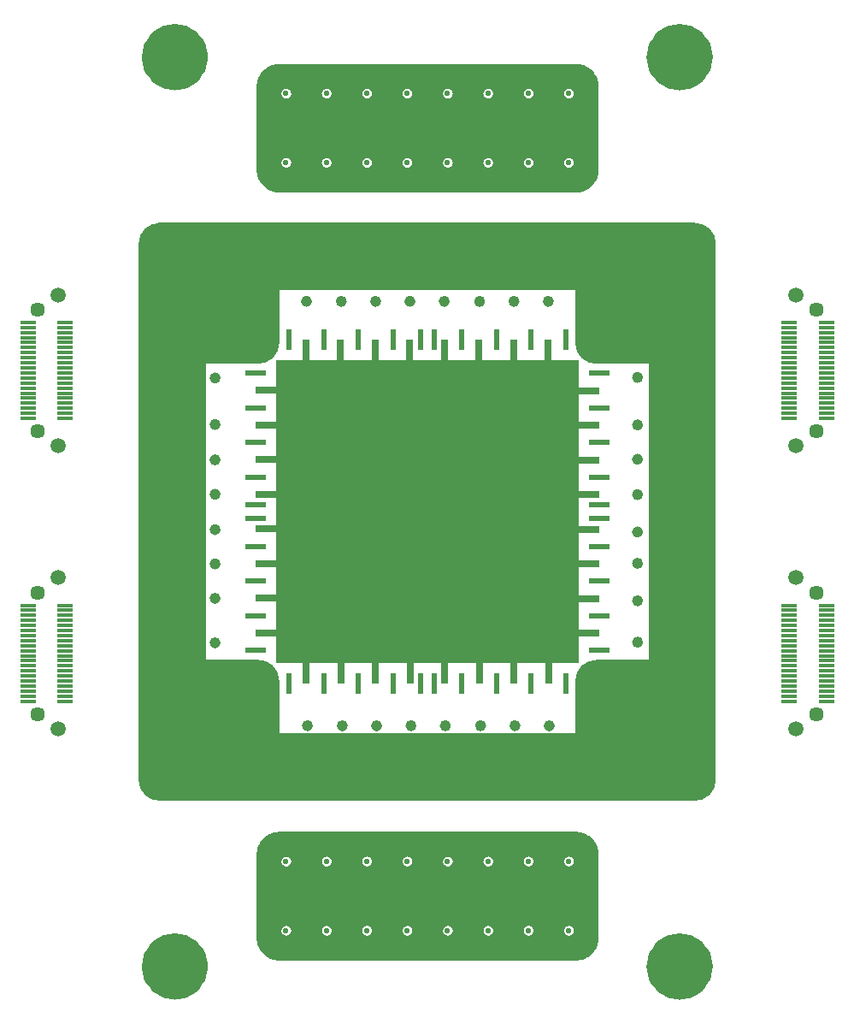
<source format=gbr>
%TF.GenerationSoftware,KiCad,Pcbnew,7.0.2*%
%TF.CreationDate,2023-10-10T18:20:49-06:00*%
%TF.ProjectId,igloo30,69676c6f-6f33-4302-9e6b-696361645f70,rev?*%
%TF.SameCoordinates,Original*%
%TF.FileFunction,Soldermask,Top*%
%TF.FilePolarity,Negative*%
%FSLAX46Y46*%
G04 Gerber Fmt 4.6, Leading zero omitted, Abs format (unit mm)*
G04 Created by KiCad (PCBNEW 7.0.2) date 2023-10-10 18:20:49*
%MOMM*%
%LPD*%
G01*
G04 APERTURE LIST*
%ADD10C,0.500000*%
%ADD11C,3.276562*%
%ADD12C,0.200000*%
%ADD13C,0.150000*%
%ADD14C,2.075000*%
%ADD15C,0.010000*%
%ADD16C,1.450000*%
%ADD17R,1.500000X0.300000*%
%ADD18C,1.500000*%
%ADD19R,0.600000X2.000000*%
%ADD20R,2.000000X0.600000*%
%ADD21R,2.000000X0.700000*%
%ADD22R,0.700000X2.000000*%
%ADD23C,1.420000*%
%ADD24C,3.680000*%
%ADD25C,2.080000*%
%ADD26C,0.560000*%
G04 APERTURE END LIST*
D10*
X-8114300Y-21172500D02*
G75*
G03*
X-8114300Y-21172500I-300000J0D01*
G01*
D11*
X26638281Y-45000000D02*
G75*
G03*
X26638281Y-45000000I-1638281J0D01*
G01*
D10*
X21127500Y-8800000D02*
G75*
G03*
X21127500Y-8800000I-300000J0D01*
G01*
D12*
X-16750000Y14750000D02*
X-22000000Y14750000D01*
X-16750000Y14750000D02*
G75*
G03*
X-14750000Y16750000I1J1999999D01*
G01*
X-26500000Y28500000D02*
G75*
G03*
X-28500000Y26500000I-1J-1999999D01*
G01*
D13*
X-28500000Y26720000D02*
X-22030000Y26720000D01*
X-22030000Y-26500000D01*
X-28500000Y-26500000D01*
X-28500000Y26720000D01*
G36*
X-28500000Y26720000D02*
G01*
X-22030000Y26720000D01*
X-22030000Y-26500000D01*
X-28500000Y-26500000D01*
X-28500000Y26720000D01*
G37*
X-26610000Y-22000000D02*
X26610000Y-22000000D01*
X26610000Y-28325400D01*
X-26610000Y-28325400D01*
X-26610000Y-22000000D01*
G36*
X-26610000Y-22000000D02*
G01*
X26610000Y-22000000D01*
X26610000Y-28325400D01*
X-26610000Y-28325400D01*
X-26610000Y-22000000D01*
G37*
D10*
X1985700Y20827500D02*
G75*
G03*
X1985700Y20827500I-300000J0D01*
G01*
X21127500Y-2000000D02*
G75*
G03*
X21127500Y-2000000I-300000J0D01*
G01*
X-11664300Y20827500D02*
G75*
G03*
X-11664300Y20827500I-300000J0D01*
G01*
X-8214300Y20827500D02*
G75*
G03*
X-8214300Y20827500I-300000J0D01*
G01*
X12385700Y-21172500D02*
G75*
G03*
X12385700Y-21172500I-300000J0D01*
G01*
D14*
X27537500Y26500000D02*
G75*
G03*
X27537500Y26500000I-1037500J0D01*
G01*
X17787500Y16750000D02*
G75*
G03*
X17787500Y16750000I-1037500J0D01*
G01*
D11*
X26638281Y45000000D02*
G75*
G03*
X26638281Y45000000I-1638281J0D01*
G01*
D10*
X21127500Y1700000D02*
G75*
G03*
X21127500Y1700000I-300000J0D01*
G01*
X2085700Y-21172500D02*
G75*
G03*
X2085700Y-21172500I-300000J0D01*
G01*
D13*
X17490000Y-14800000D02*
X25110000Y-14800000D01*
X25110000Y-21658000D01*
X17490000Y-21658000D01*
X17490000Y-14800000D01*
G36*
X17490000Y-14800000D02*
G01*
X25110000Y-14800000D01*
X25110000Y-21658000D01*
X17490000Y-21658000D01*
X17490000Y-14800000D01*
G37*
D11*
X-23361719Y45000000D02*
G75*
G03*
X-23361719Y45000000I-1638281J0D01*
G01*
D14*
X-15712499Y16749999D02*
G75*
G03*
X-15712499Y16749999I-1037500J0D01*
G01*
D10*
X-1314300Y-21172500D02*
G75*
G03*
X-1314300Y-21172500I-300000J0D01*
G01*
D12*
X-28500000Y26500000D02*
X-28500000Y-26500000D01*
X22000000Y14750000D02*
X22000000Y-14750000D01*
D10*
X-20714300Y8640000D02*
G75*
G03*
X-20714300Y8640000I-300000J0D01*
G01*
X-20714300Y-12960000D02*
G75*
G03*
X-20714300Y-12960000I-300000J0D01*
G01*
D12*
X-14750000Y22000000D02*
X14750000Y22000000D01*
X16750000Y14750000D02*
X22000000Y14750000D01*
X-14750000Y-16750000D02*
X-14750000Y-22000000D01*
D10*
X-1414300Y20827500D02*
G75*
G03*
X-1414300Y20827500I-300000J0D01*
G01*
X12285700Y20827500D02*
G75*
G03*
X12285700Y20827500I-300000J0D01*
G01*
X-20714300Y1740000D02*
G75*
G03*
X-20714300Y1740000I-300000J0D01*
G01*
D13*
X-25119999Y22561999D02*
X-17499999Y22561999D01*
X-17499999Y14899999D01*
X-25119999Y14899999D01*
X-25119999Y22561999D01*
G36*
X-25119999Y22561999D02*
G01*
X-17499999Y22561999D01*
X-17499999Y14899999D01*
X-25119999Y14899999D01*
X-25119999Y22561999D01*
G37*
D12*
X-22000000Y-14750000D02*
X-16750000Y-14750000D01*
X16750000Y-14750000D02*
G75*
G03*
X14750000Y-16750000I0J-2000000D01*
G01*
D10*
X-20714300Y13240000D02*
G75*
G03*
X-20714300Y13240000I-300000J0D01*
G01*
X21127500Y13300000D02*
G75*
G03*
X21127500Y13300000I-300000J0D01*
G01*
X-4714300Y-21172500D02*
G75*
G03*
X-4714300Y-21172500I-300000J0D01*
G01*
D13*
X-26660000Y28530000D02*
X26560000Y28530000D01*
X26560000Y22060000D01*
X-26660000Y22060000D01*
X-26660000Y28530000D01*
G36*
X-26660000Y28530000D02*
G01*
X26560000Y28530000D01*
X26560000Y22060000D01*
X-26660000Y22060000D01*
X-26660000Y28530000D01*
G37*
D12*
X-14750000Y22000000D02*
X-14750000Y16750000D01*
D10*
X-20714300Y5140000D02*
G75*
G03*
X-20714300Y5140000I-300000J0D01*
G01*
D13*
X14900000Y-17270000D02*
X22520000Y-17270000D01*
X22520000Y-24332000D01*
X14900000Y-24332000D01*
X14900000Y-17270000D01*
G36*
X14900000Y-17270000D02*
G01*
X22520000Y-17270000D01*
X22520000Y-24332000D01*
X14900000Y-24332000D01*
X14900000Y-17270000D01*
G37*
X22030000Y26610000D02*
X28500000Y26610000D01*
X28500000Y-26610000D01*
X22030000Y-26610000D01*
X22030000Y26610000D01*
G36*
X22030000Y26610000D02*
G01*
X28500000Y26610000D01*
X28500000Y-26610000D01*
X22030000Y-26610000D01*
X22030000Y26610000D01*
G37*
D10*
X-20714300Y-8560000D02*
G75*
G03*
X-20714300Y-8560000I-300000J0D01*
G01*
X21127500Y5200000D02*
G75*
G03*
X21127500Y5200000I-300000J0D01*
G01*
D12*
X14750000Y16750000D02*
G75*
G03*
X16750000Y14750000I2000000J0D01*
G01*
X-26500000Y-28500000D02*
X26500000Y-28500000D01*
D10*
X8885700Y20827500D02*
G75*
G03*
X8885700Y20827500I-300000J0D01*
G01*
D13*
X-21931000Y-17499999D02*
X-14869000Y-17499999D01*
X-14869000Y-25119999D01*
X-21931000Y-25119999D01*
X-21931000Y-17499999D01*
G36*
X-21931000Y-17499999D02*
G01*
X-14869000Y-17499999D01*
X-14869000Y-25119999D01*
X-21931000Y-25119999D01*
X-21931000Y-17499999D01*
G37*
D10*
X5585700Y-21172500D02*
G75*
G03*
X5585700Y-21172500I-300000J0D01*
G01*
X5485700Y20827500D02*
G75*
G03*
X5485700Y20827500I-300000J0D01*
G01*
X-4814300Y20827500D02*
G75*
G03*
X-4814300Y20827500I-300000J0D01*
G01*
X21127500Y-12900000D02*
G75*
G03*
X21127500Y-12900000I-300000J0D01*
G01*
D12*
X-26500000Y28500000D02*
X26500000Y28500000D01*
D10*
X-20714300Y-1760000D02*
G75*
G03*
X-20714300Y-1760000I-300000J0D01*
G01*
X21127500Y-5100000D02*
G75*
G03*
X21127500Y-5100000I-300000J0D01*
G01*
D14*
X17787500Y-16750000D02*
G75*
G03*
X17787500Y-16750000I-1037500J0D01*
G01*
D10*
X8985700Y-21172500D02*
G75*
G03*
X8985700Y-21172500I-300000J0D01*
G01*
D14*
X27537500Y-26500000D02*
G75*
G03*
X27537500Y-26500000I-1037500J0D01*
G01*
D10*
X-11564300Y-21172500D02*
G75*
G03*
X-11564300Y-21172500I-300000J0D01*
G01*
D12*
X26500000Y-28500000D02*
G75*
G03*
X28500000Y-26500000I0J2000000D01*
G01*
X28500000Y26500000D02*
G75*
G03*
X26500000Y28500000I-2000000J0D01*
G01*
X-28500000Y-26500000D02*
G75*
G03*
X-26500000Y-28500000I1999999J-1D01*
G01*
X-14750000Y-16750000D02*
G75*
G03*
X-16750000Y-14750000I-1999999J1D01*
G01*
D13*
X14800000Y25110000D02*
X21862000Y25110000D01*
X21862000Y17490000D01*
X14800000Y17490000D01*
X14800000Y25110000D01*
G36*
X14800000Y25110000D02*
G01*
X21862000Y25110000D01*
X21862000Y17490000D01*
X14800000Y17490000D01*
X14800000Y25110000D01*
G37*
D12*
X16750000Y-14750000D02*
X22000000Y-14750000D01*
X-22000000Y14750000D02*
X-22000000Y-14750000D01*
D10*
X-20714300Y-5160000D02*
G75*
G03*
X-20714300Y-5160000I-300000J0D01*
G01*
D12*
X14750000Y22000000D02*
X14750000Y16750000D01*
D13*
X-24357999Y-14800000D02*
X-17499999Y-14800000D01*
X-17499999Y-22420000D01*
X-24357999Y-22420000D01*
X-24357999Y-14800000D01*
G36*
X-24357999Y-14800000D02*
G01*
X-17499999Y-14800000D01*
X-17499999Y-22420000D01*
X-24357999Y-22420000D01*
X-24357999Y-14800000D01*
G37*
G36*
X-15000000Y15000000D02*
G01*
X15000000Y15000000D01*
X15000000Y-15000000D01*
X-15000000Y-15000000D01*
X-15000000Y15000000D01*
G37*
D14*
X-25462501Y26500001D02*
G75*
G03*
X-25462501Y26500001I-1037500J0D01*
G01*
D13*
X-23119999Y24357999D02*
X-14699999Y24357999D01*
X-14699999Y17499999D01*
X-23119999Y17499999D01*
X-23119999Y24357999D01*
G36*
X-23119999Y24357999D02*
G01*
X-14699999Y24357999D01*
X-14699999Y17499999D01*
X-23119999Y17499999D01*
X-23119999Y24357999D01*
G37*
D12*
X28500000Y26500000D02*
X28500000Y-26500000D01*
D14*
X-15712499Y-16749999D02*
G75*
G03*
X-15712499Y-16749999I-1037500J0D01*
G01*
D12*
X14750000Y-22000000D02*
X14750000Y-16750000D01*
D14*
X-25462501Y-26500001D02*
G75*
G03*
X-25462501Y-26500001I-1037500J0D01*
G01*
D13*
X17500000Y23120000D02*
X24358000Y23120000D01*
X24358000Y14800000D01*
X17500000Y14800000D01*
X17500000Y23120000D01*
G36*
X17500000Y23120000D02*
G01*
X24358000Y23120000D01*
X24358000Y14800000D01*
X17500000Y14800000D01*
X17500000Y23120000D01*
G37*
D11*
X-23361719Y-45000000D02*
G75*
G03*
X-23361719Y-45000000I-1638281J0D01*
G01*
D10*
X21127500Y8600000D02*
G75*
G03*
X21127500Y8600000I-300000J0D01*
G01*
D12*
X-14750000Y-22000000D02*
X14750000Y-22000000D01*
%TO.C,J3*%
D15*
X-14525000Y34565000D02*
X-14524000Y34534000D01*
X-14521000Y34507000D01*
X-14517000Y34480000D01*
X-14512000Y34453000D01*
X-14505000Y34427000D01*
X-14497000Y34401000D01*
X-14487000Y34375000D01*
X-14476000Y34350000D01*
X-14464000Y34326000D01*
X-14451000Y34302000D01*
X-14436000Y34279000D01*
X-14420000Y34257000D01*
X-14403000Y34236000D01*
X-14385000Y34215000D01*
X-14366000Y34196000D01*
X-14346000Y34178000D01*
X-14325000Y34160000D01*
X-14303000Y34144000D01*
X-14281000Y34129000D01*
X-14257000Y34115000D01*
X-14233000Y34103000D01*
X-14208000Y34091000D01*
X-14183000Y34081000D01*
X-14157000Y34073000D01*
X-14131000Y34065000D01*
X-14104000Y34060000D01*
X-14077000Y34055000D01*
X-14050000Y34052000D01*
X-14023000Y34050000D01*
X-14000000Y34050000D01*
X-13977000Y34050000D01*
X-13950000Y34052000D01*
X-13923000Y34055000D01*
X-13896000Y34060000D01*
X-13869000Y34065000D01*
X-13843000Y34073000D01*
X-13817000Y34081000D01*
X-13792000Y34091000D01*
X-13767000Y34103000D01*
X-13743000Y34115000D01*
X-13719000Y34129000D01*
X-13697000Y34144000D01*
X-13675000Y34160000D01*
X-13654000Y34178000D01*
X-13634000Y34196000D01*
X-13615000Y34215000D01*
X-13597000Y34236000D01*
X-13580000Y34257000D01*
X-13564000Y34279000D01*
X-13549000Y34302000D01*
X-13536000Y34326000D01*
X-13524000Y34350000D01*
X-13513000Y34375000D01*
X-13503000Y34401000D01*
X-13495000Y34427000D01*
X-13488000Y34453000D01*
X-13483000Y34480000D01*
X-13479000Y34507000D01*
X-13476000Y34534000D01*
X-13475000Y34565000D01*
X-13475000Y34575000D01*
X-10525000Y34575000D01*
X-10525000Y34565000D01*
X-10524000Y34534000D01*
X-10521000Y34507000D01*
X-10517000Y34480000D01*
X-10512000Y34453000D01*
X-10505000Y34427000D01*
X-10497000Y34401000D01*
X-10487000Y34375000D01*
X-10476000Y34350000D01*
X-10464000Y34326000D01*
X-10451000Y34302000D01*
X-10436000Y34279000D01*
X-10420000Y34257000D01*
X-10403000Y34236000D01*
X-10385000Y34215000D01*
X-10366000Y34196000D01*
X-10346000Y34178000D01*
X-10325000Y34160000D01*
X-10303000Y34144000D01*
X-10281000Y34129000D01*
X-10257000Y34115000D01*
X-10233000Y34103000D01*
X-10208000Y34091000D01*
X-10183000Y34081000D01*
X-10157000Y34073000D01*
X-10131000Y34065000D01*
X-10104000Y34060000D01*
X-10077000Y34055000D01*
X-10050000Y34052000D01*
X-10023000Y34050000D01*
X-10000000Y34050000D01*
X-9977000Y34050000D01*
X-9950000Y34052000D01*
X-9923000Y34055000D01*
X-9896000Y34060000D01*
X-9869000Y34065000D01*
X-9843000Y34073000D01*
X-9817000Y34081000D01*
X-9792000Y34091000D01*
X-9767000Y34103000D01*
X-9743000Y34115000D01*
X-9719000Y34129000D01*
X-9697000Y34144000D01*
X-9675000Y34160000D01*
X-9654000Y34178000D01*
X-9634000Y34196000D01*
X-9615000Y34215000D01*
X-9597000Y34236000D01*
X-9580000Y34257000D01*
X-9564000Y34279000D01*
X-9549000Y34302000D01*
X-9536000Y34326000D01*
X-9524000Y34350000D01*
X-9513000Y34375000D01*
X-9503000Y34401000D01*
X-9495000Y34427000D01*
X-9488000Y34453000D01*
X-9483000Y34480000D01*
X-9479000Y34507000D01*
X-9476000Y34534000D01*
X-9475000Y34565000D01*
X-9475000Y34575000D01*
X-6525000Y34575000D01*
X-6525000Y34565000D01*
X-6524000Y34534000D01*
X-6521000Y34507000D01*
X-6517000Y34480000D01*
X-6512000Y34453000D01*
X-6505000Y34427000D01*
X-6497000Y34401000D01*
X-6487000Y34375000D01*
X-6476000Y34350000D01*
X-6464000Y34326000D01*
X-6451000Y34302000D01*
X-6436000Y34279000D01*
X-6420000Y34257000D01*
X-6403000Y34236000D01*
X-6385000Y34215000D01*
X-6366000Y34196000D01*
X-6346000Y34178000D01*
X-6325000Y34160000D01*
X-6303000Y34144000D01*
X-6281000Y34129000D01*
X-6257000Y34115000D01*
X-6233000Y34103000D01*
X-6208000Y34091000D01*
X-6183000Y34081000D01*
X-6157000Y34073000D01*
X-6131000Y34065000D01*
X-6104000Y34060000D01*
X-6077000Y34055000D01*
X-6050000Y34052000D01*
X-6023000Y34050000D01*
X-6000000Y34050000D01*
X-5977000Y34050000D01*
X-5950000Y34052000D01*
X-5923000Y34055000D01*
X-5896000Y34060000D01*
X-5869000Y34065000D01*
X-5843000Y34073000D01*
X-5817000Y34081000D01*
X-5792000Y34091000D01*
X-5767000Y34103000D01*
X-5743000Y34115000D01*
X-5719000Y34129000D01*
X-5697000Y34144000D01*
X-5675000Y34160000D01*
X-5654000Y34178000D01*
X-5634000Y34196000D01*
X-5615000Y34215000D01*
X-5597000Y34236000D01*
X-5580000Y34257000D01*
X-5564000Y34279000D01*
X-5549000Y34302000D01*
X-5536000Y34326000D01*
X-5524000Y34350000D01*
X-5513000Y34375000D01*
X-5503000Y34401000D01*
X-5495000Y34427000D01*
X-5488000Y34453000D01*
X-5483000Y34480000D01*
X-5479000Y34507000D01*
X-5476000Y34534000D01*
X-5475000Y34565000D01*
X-5475000Y34575000D01*
X-2525000Y34575000D01*
X-2525000Y34565000D01*
X-2524000Y34534000D01*
X-2521000Y34507000D01*
X-2517000Y34480000D01*
X-2512000Y34453000D01*
X-2505000Y34427000D01*
X-2497000Y34401000D01*
X-2487000Y34375000D01*
X-2476000Y34350000D01*
X-2464000Y34326000D01*
X-2451000Y34302000D01*
X-2436000Y34279000D01*
X-2420000Y34257000D01*
X-2403000Y34236000D01*
X-2385000Y34215000D01*
X-2366000Y34196000D01*
X-2346000Y34178000D01*
X-2325000Y34160000D01*
X-2303000Y34144000D01*
X-2281000Y34129000D01*
X-2257000Y34115000D01*
X-2233000Y34103000D01*
X-2208000Y34091000D01*
X-2183000Y34081000D01*
X-2157000Y34073000D01*
X-2131000Y34065000D01*
X-2104000Y34060000D01*
X-2077000Y34055000D01*
X-2050000Y34052000D01*
X-2023000Y34050000D01*
X-2000000Y34050000D01*
X-1977000Y34050000D01*
X-1950000Y34052000D01*
X-1923000Y34055000D01*
X-1896000Y34060000D01*
X-1869000Y34065000D01*
X-1843000Y34073000D01*
X-1817000Y34081000D01*
X-1792000Y34091000D01*
X-1767000Y34103000D01*
X-1743000Y34115000D01*
X-1719000Y34129000D01*
X-1697000Y34144000D01*
X-1675000Y34160000D01*
X-1654000Y34178000D01*
X-1634000Y34196000D01*
X-1615000Y34215000D01*
X-1597000Y34236000D01*
X-1580000Y34257000D01*
X-1564000Y34279000D01*
X-1549000Y34302000D01*
X-1536000Y34326000D01*
X-1524000Y34350000D01*
X-1513000Y34375000D01*
X-1503000Y34401000D01*
X-1495000Y34427000D01*
X-1488000Y34453000D01*
X-1483000Y34480000D01*
X-1479000Y34507000D01*
X-1476000Y34534000D01*
X-1475000Y34565000D01*
X-1475000Y34575000D01*
X1475000Y34575000D01*
X1475000Y34565000D01*
X1476000Y34534000D01*
X1479000Y34507000D01*
X1483000Y34480000D01*
X1488000Y34453000D01*
X1495000Y34427000D01*
X1503000Y34401000D01*
X1513000Y34375000D01*
X1524000Y34350000D01*
X1536000Y34326000D01*
X1549000Y34302000D01*
X1564000Y34279000D01*
X1580000Y34257000D01*
X1597000Y34236000D01*
X1615000Y34215000D01*
X1634000Y34196000D01*
X1654000Y34178000D01*
X1675000Y34160000D01*
X1697000Y34144000D01*
X1719000Y34129000D01*
X1743000Y34115000D01*
X1767000Y34103000D01*
X1792000Y34091000D01*
X1817000Y34081000D01*
X1843000Y34073000D01*
X1869000Y34065000D01*
X1896000Y34060000D01*
X1923000Y34055000D01*
X1950000Y34052000D01*
X1977000Y34050000D01*
X2000000Y34050000D01*
X2023000Y34050000D01*
X2050000Y34052000D01*
X2077000Y34055000D01*
X2104000Y34060000D01*
X2131000Y34065000D01*
X2157000Y34073000D01*
X2183000Y34081000D01*
X2208000Y34091000D01*
X2233000Y34103000D01*
X2257000Y34115000D01*
X2281000Y34129000D01*
X2303000Y34144000D01*
X2325000Y34160000D01*
X2346000Y34178000D01*
X2366000Y34196000D01*
X2385000Y34215000D01*
X2403000Y34236000D01*
X2420000Y34257000D01*
X2436000Y34279000D01*
X2451000Y34302000D01*
X2464000Y34326000D01*
X2476000Y34350000D01*
X2487000Y34375000D01*
X2497000Y34401000D01*
X2505000Y34427000D01*
X2512000Y34453000D01*
X2517000Y34480000D01*
X2521000Y34507000D01*
X2524000Y34534000D01*
X2525000Y34565000D01*
X2525000Y34575000D01*
X5475000Y34575000D01*
X5475000Y34565000D01*
X5476000Y34534000D01*
X5479000Y34507000D01*
X5483000Y34480000D01*
X5488000Y34453000D01*
X5495000Y34427000D01*
X5503000Y34401000D01*
X5513000Y34375000D01*
X5524000Y34350000D01*
X5536000Y34326000D01*
X5549000Y34302000D01*
X5564000Y34279000D01*
X5580000Y34257000D01*
X5597000Y34236000D01*
X5615000Y34215000D01*
X5634000Y34196000D01*
X5654000Y34178000D01*
X5675000Y34160000D01*
X5697000Y34144000D01*
X5719000Y34129000D01*
X5743000Y34115000D01*
X5767000Y34103000D01*
X5792000Y34091000D01*
X5817000Y34081000D01*
X5843000Y34073000D01*
X5869000Y34065000D01*
X5896000Y34060000D01*
X5923000Y34055000D01*
X5950000Y34052000D01*
X5977000Y34050000D01*
X6000000Y34050000D01*
X6023000Y34050000D01*
X6050000Y34052000D01*
X6077000Y34055000D01*
X6104000Y34060000D01*
X6131000Y34065000D01*
X6157000Y34073000D01*
X6183000Y34081000D01*
X6208000Y34091000D01*
X6233000Y34103000D01*
X6257000Y34115000D01*
X6281000Y34129000D01*
X6303000Y34144000D01*
X6325000Y34160000D01*
X6346000Y34178000D01*
X6366000Y34196000D01*
X6385000Y34215000D01*
X6403000Y34236000D01*
X6420000Y34257000D01*
X6436000Y34279000D01*
X6451000Y34302000D01*
X6464000Y34326000D01*
X6476000Y34350000D01*
X6487000Y34375000D01*
X6497000Y34401000D01*
X6505000Y34427000D01*
X6512000Y34453000D01*
X6517000Y34480000D01*
X6521000Y34507000D01*
X6524000Y34534000D01*
X6525000Y34565000D01*
X6525000Y34575000D01*
X9475000Y34575000D01*
X9475000Y34565000D01*
X9476000Y34534000D01*
X9479000Y34507000D01*
X9483000Y34480000D01*
X9488000Y34453000D01*
X9495000Y34427000D01*
X9503000Y34401000D01*
X9513000Y34375000D01*
X9524000Y34350000D01*
X9536000Y34326000D01*
X9549000Y34302000D01*
X9564000Y34279000D01*
X9580000Y34257000D01*
X9597000Y34236000D01*
X9615000Y34215000D01*
X9634000Y34196000D01*
X9654000Y34178000D01*
X9675000Y34160000D01*
X9697000Y34144000D01*
X9719000Y34129000D01*
X9743000Y34115000D01*
X9767000Y34103000D01*
X9792000Y34091000D01*
X9817000Y34081000D01*
X9843000Y34073000D01*
X9869000Y34065000D01*
X9896000Y34060000D01*
X9923000Y34055000D01*
X9950000Y34052000D01*
X9977000Y34050000D01*
X10000000Y34050000D01*
X10023000Y34050000D01*
X10050000Y34052000D01*
X10077000Y34055000D01*
X10104000Y34060000D01*
X10131000Y34065000D01*
X10157000Y34073000D01*
X10183000Y34081000D01*
X10208000Y34091000D01*
X10233000Y34103000D01*
X10257000Y34115000D01*
X10281000Y34129000D01*
X10303000Y34144000D01*
X10325000Y34160000D01*
X10346000Y34178000D01*
X10366000Y34196000D01*
X10385000Y34215000D01*
X10403000Y34236000D01*
X10420000Y34257000D01*
X10436000Y34279000D01*
X10451000Y34302000D01*
X10464000Y34326000D01*
X10476000Y34350000D01*
X10487000Y34375000D01*
X10497000Y34401000D01*
X10505000Y34427000D01*
X10512000Y34453000D01*
X10517000Y34480000D01*
X10521000Y34507000D01*
X10524000Y34534000D01*
X10525000Y34565000D01*
X10525000Y34575000D01*
X13475000Y34575000D01*
X13475000Y34565000D01*
X13476000Y34534000D01*
X13479000Y34507000D01*
X13483000Y34480000D01*
X13488000Y34453000D01*
X13495000Y34427000D01*
X13503000Y34401000D01*
X13513000Y34375000D01*
X13524000Y34350000D01*
X13536000Y34326000D01*
X13549000Y34302000D01*
X13564000Y34279000D01*
X13580000Y34257000D01*
X13597000Y34236000D01*
X13615000Y34215000D01*
X13634000Y34196000D01*
X13654000Y34178000D01*
X13675000Y34160000D01*
X13697000Y34144000D01*
X13719000Y34129000D01*
X13743000Y34115000D01*
X13767000Y34103000D01*
X13792000Y34091000D01*
X13817000Y34081000D01*
X13843000Y34073000D01*
X13869000Y34065000D01*
X13896000Y34060000D01*
X13923000Y34055000D01*
X13950000Y34052000D01*
X13977000Y34050000D01*
X14000000Y34050000D01*
X14023000Y34050000D01*
X14050000Y34052000D01*
X14077000Y34055000D01*
X14104000Y34060000D01*
X14131000Y34065000D01*
X14157000Y34073000D01*
X14183000Y34081000D01*
X14208000Y34091000D01*
X14233000Y34103000D01*
X14257000Y34115000D01*
X14281000Y34129000D01*
X14303000Y34144000D01*
X14325000Y34160000D01*
X14346000Y34178000D01*
X14366000Y34196000D01*
X14385000Y34215000D01*
X14403000Y34236000D01*
X14420000Y34257000D01*
X14436000Y34279000D01*
X14451000Y34302000D01*
X14464000Y34326000D01*
X14476000Y34350000D01*
X14487000Y34375000D01*
X14497000Y34401000D01*
X14505000Y34427000D01*
X14512000Y34453000D01*
X14517000Y34480000D01*
X14521000Y34507000D01*
X14524000Y34534000D01*
X14525000Y34565000D01*
X14525000Y34575000D01*
X16900000Y34575000D01*
X16900000Y33895000D01*
X16897000Y33779000D01*
X16888000Y33663000D01*
X16873000Y33548000D01*
X16851000Y33433000D01*
X16824000Y33320000D01*
X16791000Y33209000D01*
X16753000Y33099000D01*
X16708000Y32992000D01*
X16658000Y32887000D01*
X16603000Y32785000D01*
X16542000Y32686000D01*
X16476000Y32590000D01*
X16405000Y32498000D01*
X16330000Y32410000D01*
X16250000Y32325000D01*
X16165000Y32245000D01*
X16077000Y32170000D01*
X15985000Y32099000D01*
X15889000Y32033000D01*
X15790000Y31972000D01*
X15688000Y31917000D01*
X15583000Y31867000D01*
X15476000Y31822000D01*
X15366000Y31784000D01*
X15255000Y31751000D01*
X15142000Y31724000D01*
X15027000Y31702000D01*
X14912000Y31687000D01*
X14796000Y31678000D01*
X14680000Y31675000D01*
X-14680000Y31675000D01*
X-14796000Y31678000D01*
X-14912000Y31687000D01*
X-15027000Y31702000D01*
X-15142000Y31724000D01*
X-15255000Y31751000D01*
X-15366000Y31784000D01*
X-15476000Y31822000D01*
X-15583000Y31867000D01*
X-15688000Y31917000D01*
X-15790000Y31972000D01*
X-15889000Y32033000D01*
X-15985000Y32099000D01*
X-16077000Y32170000D01*
X-16165000Y32245000D01*
X-16250000Y32325000D01*
X-16330000Y32410000D01*
X-16405000Y32498000D01*
X-16476000Y32590000D01*
X-16542000Y32686000D01*
X-16603000Y32785000D01*
X-16658000Y32887000D01*
X-16708000Y32992000D01*
X-16753000Y33099000D01*
X-16791000Y33209000D01*
X-16824000Y33320000D01*
X-16851000Y33433000D01*
X-16873000Y33548000D01*
X-16888000Y33663000D01*
X-16897000Y33779000D01*
X-16900000Y33895000D01*
X-16900000Y34575000D01*
X-14525000Y34575000D01*
X-14525000Y34565000D01*
G36*
X-14525000Y34565000D02*
G01*
X-14524000Y34534000D01*
X-14521000Y34507000D01*
X-14517000Y34480000D01*
X-14512000Y34453000D01*
X-14505000Y34427000D01*
X-14497000Y34401000D01*
X-14487000Y34375000D01*
X-14476000Y34350000D01*
X-14464000Y34326000D01*
X-14451000Y34302000D01*
X-14436000Y34279000D01*
X-14420000Y34257000D01*
X-14403000Y34236000D01*
X-14385000Y34215000D01*
X-14366000Y34196000D01*
X-14346000Y34178000D01*
X-14325000Y34160000D01*
X-14303000Y34144000D01*
X-14281000Y34129000D01*
X-14257000Y34115000D01*
X-14233000Y34103000D01*
X-14208000Y34091000D01*
X-14183000Y34081000D01*
X-14157000Y34073000D01*
X-14131000Y34065000D01*
X-14104000Y34060000D01*
X-14077000Y34055000D01*
X-14050000Y34052000D01*
X-14023000Y34050000D01*
X-14000000Y34050000D01*
X-13977000Y34050000D01*
X-13950000Y34052000D01*
X-13923000Y34055000D01*
X-13896000Y34060000D01*
X-13869000Y34065000D01*
X-13843000Y34073000D01*
X-13817000Y34081000D01*
X-13792000Y34091000D01*
X-13767000Y34103000D01*
X-13743000Y34115000D01*
X-13719000Y34129000D01*
X-13697000Y34144000D01*
X-13675000Y34160000D01*
X-13654000Y34178000D01*
X-13634000Y34196000D01*
X-13615000Y34215000D01*
X-13597000Y34236000D01*
X-13580000Y34257000D01*
X-13564000Y34279000D01*
X-13549000Y34302000D01*
X-13536000Y34326000D01*
X-13524000Y34350000D01*
X-13513000Y34375000D01*
X-13503000Y34401000D01*
X-13495000Y34427000D01*
X-13488000Y34453000D01*
X-13483000Y34480000D01*
X-13479000Y34507000D01*
X-13476000Y34534000D01*
X-13475000Y34565000D01*
X-13475000Y34575000D01*
X-10525000Y34575000D01*
X-10525000Y34565000D01*
X-10524000Y34534000D01*
X-10521000Y34507000D01*
X-10517000Y34480000D01*
X-10512000Y34453000D01*
X-10505000Y34427000D01*
X-10497000Y34401000D01*
X-10487000Y34375000D01*
X-10476000Y34350000D01*
X-10464000Y34326000D01*
X-10451000Y34302000D01*
X-10436000Y34279000D01*
X-10420000Y34257000D01*
X-10403000Y34236000D01*
X-10385000Y34215000D01*
X-10366000Y34196000D01*
X-10346000Y34178000D01*
X-10325000Y34160000D01*
X-10303000Y34144000D01*
X-10281000Y34129000D01*
X-10257000Y34115000D01*
X-10233000Y34103000D01*
X-10208000Y34091000D01*
X-10183000Y34081000D01*
X-10157000Y34073000D01*
X-10131000Y34065000D01*
X-10104000Y34060000D01*
X-10077000Y34055000D01*
X-10050000Y34052000D01*
X-10023000Y34050000D01*
X-10000000Y34050000D01*
X-9977000Y34050000D01*
X-9950000Y34052000D01*
X-9923000Y34055000D01*
X-9896000Y34060000D01*
X-9869000Y34065000D01*
X-9843000Y34073000D01*
X-9817000Y34081000D01*
X-9792000Y34091000D01*
X-9767000Y34103000D01*
X-9743000Y34115000D01*
X-9719000Y34129000D01*
X-9697000Y34144000D01*
X-9675000Y34160000D01*
X-9654000Y34178000D01*
X-9634000Y34196000D01*
X-9615000Y34215000D01*
X-9597000Y34236000D01*
X-9580000Y34257000D01*
X-9564000Y34279000D01*
X-9549000Y34302000D01*
X-9536000Y34326000D01*
X-9524000Y34350000D01*
X-9513000Y34375000D01*
X-9503000Y34401000D01*
X-9495000Y34427000D01*
X-9488000Y34453000D01*
X-9483000Y34480000D01*
X-9479000Y34507000D01*
X-9476000Y34534000D01*
X-9475000Y34565000D01*
X-9475000Y34575000D01*
X-6525000Y34575000D01*
X-6525000Y34565000D01*
X-6524000Y34534000D01*
X-6521000Y34507000D01*
X-6517000Y34480000D01*
X-6512000Y34453000D01*
X-6505000Y34427000D01*
X-6497000Y34401000D01*
X-6487000Y34375000D01*
X-6476000Y34350000D01*
X-6464000Y34326000D01*
X-6451000Y34302000D01*
X-6436000Y34279000D01*
X-6420000Y34257000D01*
X-6403000Y34236000D01*
X-6385000Y34215000D01*
X-6366000Y34196000D01*
X-6346000Y34178000D01*
X-6325000Y34160000D01*
X-6303000Y34144000D01*
X-6281000Y34129000D01*
X-6257000Y34115000D01*
X-6233000Y34103000D01*
X-6208000Y34091000D01*
X-6183000Y34081000D01*
X-6157000Y34073000D01*
X-6131000Y34065000D01*
X-6104000Y34060000D01*
X-6077000Y34055000D01*
X-6050000Y34052000D01*
X-6023000Y34050000D01*
X-6000000Y34050000D01*
X-5977000Y34050000D01*
X-5950000Y34052000D01*
X-5923000Y34055000D01*
X-5896000Y34060000D01*
X-5869000Y34065000D01*
X-5843000Y34073000D01*
X-5817000Y34081000D01*
X-5792000Y34091000D01*
X-5767000Y34103000D01*
X-5743000Y34115000D01*
X-5719000Y34129000D01*
X-5697000Y34144000D01*
X-5675000Y34160000D01*
X-5654000Y34178000D01*
X-5634000Y34196000D01*
X-5615000Y34215000D01*
X-5597000Y34236000D01*
X-5580000Y34257000D01*
X-5564000Y34279000D01*
X-5549000Y34302000D01*
X-5536000Y34326000D01*
X-5524000Y34350000D01*
X-5513000Y34375000D01*
X-5503000Y34401000D01*
X-5495000Y34427000D01*
X-5488000Y34453000D01*
X-5483000Y34480000D01*
X-5479000Y34507000D01*
X-5476000Y34534000D01*
X-5475000Y34565000D01*
X-5475000Y34575000D01*
X-2525000Y34575000D01*
X-2525000Y34565000D01*
X-2524000Y34534000D01*
X-2521000Y34507000D01*
X-2517000Y34480000D01*
X-2512000Y34453000D01*
X-2505000Y34427000D01*
X-2497000Y34401000D01*
X-2487000Y34375000D01*
X-2476000Y34350000D01*
X-2464000Y34326000D01*
X-2451000Y34302000D01*
X-2436000Y34279000D01*
X-2420000Y34257000D01*
X-2403000Y34236000D01*
X-2385000Y34215000D01*
X-2366000Y34196000D01*
X-2346000Y34178000D01*
X-2325000Y34160000D01*
X-2303000Y34144000D01*
X-2281000Y34129000D01*
X-2257000Y34115000D01*
X-2233000Y34103000D01*
X-2208000Y34091000D01*
X-2183000Y34081000D01*
X-2157000Y34073000D01*
X-2131000Y34065000D01*
X-2104000Y34060000D01*
X-2077000Y34055000D01*
X-2050000Y34052000D01*
X-2023000Y34050000D01*
X-2000000Y34050000D01*
X-1977000Y34050000D01*
X-1950000Y34052000D01*
X-1923000Y34055000D01*
X-1896000Y34060000D01*
X-1869000Y34065000D01*
X-1843000Y34073000D01*
X-1817000Y34081000D01*
X-1792000Y34091000D01*
X-1767000Y34103000D01*
X-1743000Y34115000D01*
X-1719000Y34129000D01*
X-1697000Y34144000D01*
X-1675000Y34160000D01*
X-1654000Y34178000D01*
X-1634000Y34196000D01*
X-1615000Y34215000D01*
X-1597000Y34236000D01*
X-1580000Y34257000D01*
X-1564000Y34279000D01*
X-1549000Y34302000D01*
X-1536000Y34326000D01*
X-1524000Y34350000D01*
X-1513000Y34375000D01*
X-1503000Y34401000D01*
X-1495000Y34427000D01*
X-1488000Y34453000D01*
X-1483000Y34480000D01*
X-1479000Y34507000D01*
X-1476000Y34534000D01*
X-1475000Y34565000D01*
X-1475000Y34575000D01*
X1475000Y34575000D01*
X1475000Y34565000D01*
X1476000Y34534000D01*
X1479000Y34507000D01*
X1483000Y34480000D01*
X1488000Y34453000D01*
X1495000Y34427000D01*
X1503000Y34401000D01*
X1513000Y34375000D01*
X1524000Y34350000D01*
X1536000Y34326000D01*
X1549000Y34302000D01*
X1564000Y34279000D01*
X1580000Y34257000D01*
X1597000Y34236000D01*
X1615000Y34215000D01*
X1634000Y34196000D01*
X1654000Y34178000D01*
X1675000Y34160000D01*
X1697000Y34144000D01*
X1719000Y34129000D01*
X1743000Y34115000D01*
X1767000Y34103000D01*
X1792000Y34091000D01*
X1817000Y34081000D01*
X1843000Y34073000D01*
X1869000Y34065000D01*
X1896000Y34060000D01*
X1923000Y34055000D01*
X1950000Y34052000D01*
X1977000Y34050000D01*
X2000000Y34050000D01*
X2023000Y34050000D01*
X2050000Y34052000D01*
X2077000Y34055000D01*
X2104000Y34060000D01*
X2131000Y34065000D01*
X2157000Y34073000D01*
X2183000Y34081000D01*
X2208000Y34091000D01*
X2233000Y34103000D01*
X2257000Y34115000D01*
X2281000Y34129000D01*
X2303000Y34144000D01*
X2325000Y34160000D01*
X2346000Y34178000D01*
X2366000Y34196000D01*
X2385000Y34215000D01*
X2403000Y34236000D01*
X2420000Y34257000D01*
X2436000Y34279000D01*
X2451000Y34302000D01*
X2464000Y34326000D01*
X2476000Y34350000D01*
X2487000Y34375000D01*
X2497000Y34401000D01*
X2505000Y34427000D01*
X2512000Y34453000D01*
X2517000Y34480000D01*
X2521000Y34507000D01*
X2524000Y34534000D01*
X2525000Y34565000D01*
X2525000Y34575000D01*
X5475000Y34575000D01*
X5475000Y34565000D01*
X5476000Y34534000D01*
X5479000Y34507000D01*
X5483000Y34480000D01*
X5488000Y34453000D01*
X5495000Y34427000D01*
X5503000Y34401000D01*
X5513000Y34375000D01*
X5524000Y34350000D01*
X5536000Y34326000D01*
X5549000Y34302000D01*
X5564000Y34279000D01*
X5580000Y34257000D01*
X5597000Y34236000D01*
X5615000Y34215000D01*
X5634000Y34196000D01*
X5654000Y34178000D01*
X5675000Y34160000D01*
X5697000Y34144000D01*
X5719000Y34129000D01*
X5743000Y34115000D01*
X5767000Y34103000D01*
X5792000Y34091000D01*
X5817000Y34081000D01*
X5843000Y34073000D01*
X5869000Y34065000D01*
X5896000Y34060000D01*
X5923000Y34055000D01*
X5950000Y34052000D01*
X5977000Y34050000D01*
X6000000Y34050000D01*
X6023000Y34050000D01*
X6050000Y34052000D01*
X6077000Y34055000D01*
X6104000Y34060000D01*
X6131000Y34065000D01*
X6157000Y34073000D01*
X6183000Y34081000D01*
X6208000Y34091000D01*
X6233000Y34103000D01*
X6257000Y34115000D01*
X6281000Y34129000D01*
X6303000Y34144000D01*
X6325000Y34160000D01*
X6346000Y34178000D01*
X6366000Y34196000D01*
X6385000Y34215000D01*
X6403000Y34236000D01*
X6420000Y34257000D01*
X6436000Y34279000D01*
X6451000Y34302000D01*
X6464000Y34326000D01*
X6476000Y34350000D01*
X6487000Y34375000D01*
X6497000Y34401000D01*
X6505000Y34427000D01*
X6512000Y34453000D01*
X6517000Y34480000D01*
X6521000Y34507000D01*
X6524000Y34534000D01*
X6525000Y34565000D01*
X6525000Y34575000D01*
X9475000Y34575000D01*
X9475000Y34565000D01*
X9476000Y34534000D01*
X9479000Y34507000D01*
X9483000Y34480000D01*
X9488000Y34453000D01*
X9495000Y34427000D01*
X9503000Y34401000D01*
X9513000Y34375000D01*
X9524000Y34350000D01*
X9536000Y34326000D01*
X9549000Y34302000D01*
X9564000Y34279000D01*
X9580000Y34257000D01*
X9597000Y34236000D01*
X9615000Y34215000D01*
X9634000Y34196000D01*
X9654000Y34178000D01*
X9675000Y34160000D01*
X9697000Y34144000D01*
X9719000Y34129000D01*
X9743000Y34115000D01*
X9767000Y34103000D01*
X9792000Y34091000D01*
X9817000Y34081000D01*
X9843000Y34073000D01*
X9869000Y34065000D01*
X9896000Y34060000D01*
X9923000Y34055000D01*
X9950000Y34052000D01*
X9977000Y34050000D01*
X10000000Y34050000D01*
X10023000Y34050000D01*
X10050000Y34052000D01*
X10077000Y34055000D01*
X10104000Y34060000D01*
X10131000Y34065000D01*
X10157000Y34073000D01*
X10183000Y34081000D01*
X10208000Y34091000D01*
X10233000Y34103000D01*
X10257000Y34115000D01*
X10281000Y34129000D01*
X10303000Y34144000D01*
X10325000Y34160000D01*
X10346000Y34178000D01*
X10366000Y34196000D01*
X10385000Y34215000D01*
X10403000Y34236000D01*
X10420000Y34257000D01*
X10436000Y34279000D01*
X10451000Y34302000D01*
X10464000Y34326000D01*
X10476000Y34350000D01*
X10487000Y34375000D01*
X10497000Y34401000D01*
X10505000Y34427000D01*
X10512000Y34453000D01*
X10517000Y34480000D01*
X10521000Y34507000D01*
X10524000Y34534000D01*
X10525000Y34565000D01*
X10525000Y34575000D01*
X13475000Y34575000D01*
X13475000Y34565000D01*
X13476000Y34534000D01*
X13479000Y34507000D01*
X13483000Y34480000D01*
X13488000Y34453000D01*
X13495000Y34427000D01*
X13503000Y34401000D01*
X13513000Y34375000D01*
X13524000Y34350000D01*
X13536000Y34326000D01*
X13549000Y34302000D01*
X13564000Y34279000D01*
X13580000Y34257000D01*
X13597000Y34236000D01*
X13615000Y34215000D01*
X13634000Y34196000D01*
X13654000Y34178000D01*
X13675000Y34160000D01*
X13697000Y34144000D01*
X13719000Y34129000D01*
X13743000Y34115000D01*
X13767000Y34103000D01*
X13792000Y34091000D01*
X13817000Y34081000D01*
X13843000Y34073000D01*
X13869000Y34065000D01*
X13896000Y34060000D01*
X13923000Y34055000D01*
X13950000Y34052000D01*
X13977000Y34050000D01*
X14000000Y34050000D01*
X14023000Y34050000D01*
X14050000Y34052000D01*
X14077000Y34055000D01*
X14104000Y34060000D01*
X14131000Y34065000D01*
X14157000Y34073000D01*
X14183000Y34081000D01*
X14208000Y34091000D01*
X14233000Y34103000D01*
X14257000Y34115000D01*
X14281000Y34129000D01*
X14303000Y34144000D01*
X14325000Y34160000D01*
X14346000Y34178000D01*
X14366000Y34196000D01*
X14385000Y34215000D01*
X14403000Y34236000D01*
X14420000Y34257000D01*
X14436000Y34279000D01*
X14451000Y34302000D01*
X14464000Y34326000D01*
X14476000Y34350000D01*
X14487000Y34375000D01*
X14497000Y34401000D01*
X14505000Y34427000D01*
X14512000Y34453000D01*
X14517000Y34480000D01*
X14521000Y34507000D01*
X14524000Y34534000D01*
X14525000Y34565000D01*
X14525000Y34575000D01*
X16900000Y34575000D01*
X16900000Y33895000D01*
X16897000Y33779000D01*
X16888000Y33663000D01*
X16873000Y33548000D01*
X16851000Y33433000D01*
X16824000Y33320000D01*
X16791000Y33209000D01*
X16753000Y33099000D01*
X16708000Y32992000D01*
X16658000Y32887000D01*
X16603000Y32785000D01*
X16542000Y32686000D01*
X16476000Y32590000D01*
X16405000Y32498000D01*
X16330000Y32410000D01*
X16250000Y32325000D01*
X16165000Y32245000D01*
X16077000Y32170000D01*
X15985000Y32099000D01*
X15889000Y32033000D01*
X15790000Y31972000D01*
X15688000Y31917000D01*
X15583000Y31867000D01*
X15476000Y31822000D01*
X15366000Y31784000D01*
X15255000Y31751000D01*
X15142000Y31724000D01*
X15027000Y31702000D01*
X14912000Y31687000D01*
X14796000Y31678000D01*
X14680000Y31675000D01*
X-14680000Y31675000D01*
X-14796000Y31678000D01*
X-14912000Y31687000D01*
X-15027000Y31702000D01*
X-15142000Y31724000D01*
X-15255000Y31751000D01*
X-15366000Y31784000D01*
X-15476000Y31822000D01*
X-15583000Y31867000D01*
X-15688000Y31917000D01*
X-15790000Y31972000D01*
X-15889000Y32033000D01*
X-15985000Y32099000D01*
X-16077000Y32170000D01*
X-16165000Y32245000D01*
X-16250000Y32325000D01*
X-16330000Y32410000D01*
X-16405000Y32498000D01*
X-16476000Y32590000D01*
X-16542000Y32686000D01*
X-16603000Y32785000D01*
X-16658000Y32887000D01*
X-16708000Y32992000D01*
X-16753000Y33099000D01*
X-16791000Y33209000D01*
X-16824000Y33320000D01*
X-16851000Y33433000D01*
X-16873000Y33548000D01*
X-16888000Y33663000D01*
X-16897000Y33779000D01*
X-16900000Y33895000D01*
X-16900000Y34575000D01*
X-14525000Y34575000D01*
X-14525000Y34565000D01*
G37*
X14796000Y44322000D02*
X14912000Y44313000D01*
X15027000Y44298000D01*
X15142000Y44276000D01*
X15255000Y44249000D01*
X15366000Y44216000D01*
X15476000Y44178000D01*
X15583000Y44133000D01*
X15688000Y44083000D01*
X15790000Y44028000D01*
X15889000Y43967000D01*
X15985000Y43901000D01*
X16077000Y43830000D01*
X16165000Y43755000D01*
X16250000Y43675000D01*
X16330000Y43590000D01*
X16405000Y43502000D01*
X16476000Y43410000D01*
X16542000Y43314000D01*
X16603000Y43215000D01*
X16658000Y43113000D01*
X16708000Y43008000D01*
X16753000Y42901000D01*
X16791000Y42791000D01*
X16824000Y42680000D01*
X16851000Y42567000D01*
X16873000Y42452000D01*
X16888000Y42337000D01*
X16897000Y42221000D01*
X16900000Y42105000D01*
X16900000Y41425000D01*
X14525000Y41425000D01*
X14525000Y41435000D01*
X14524000Y41466000D01*
X14521000Y41493000D01*
X14517000Y41520000D01*
X14512000Y41547000D01*
X14505000Y41573000D01*
X14497000Y41599000D01*
X14487000Y41625000D01*
X14476000Y41650000D01*
X14464000Y41674000D01*
X14451000Y41698000D01*
X14436000Y41721000D01*
X14420000Y41743000D01*
X14403000Y41764000D01*
X14385000Y41785000D01*
X14366000Y41804000D01*
X14346000Y41822000D01*
X14325000Y41840000D01*
X14303000Y41856000D01*
X14281000Y41871000D01*
X14257000Y41885000D01*
X14233000Y41897000D01*
X14208000Y41909000D01*
X14183000Y41919000D01*
X14157000Y41927000D01*
X14131000Y41935000D01*
X14104000Y41940000D01*
X14077000Y41945000D01*
X14050000Y41948000D01*
X14023000Y41950000D01*
X14000000Y41950000D01*
X13977000Y41950000D01*
X13950000Y41948000D01*
X13923000Y41945000D01*
X13896000Y41940000D01*
X13869000Y41935000D01*
X13843000Y41927000D01*
X13817000Y41919000D01*
X13792000Y41909000D01*
X13767000Y41897000D01*
X13743000Y41885000D01*
X13719000Y41871000D01*
X13697000Y41856000D01*
X13675000Y41840000D01*
X13654000Y41822000D01*
X13634000Y41804000D01*
X13615000Y41785000D01*
X13597000Y41764000D01*
X13580000Y41743000D01*
X13564000Y41721000D01*
X13549000Y41698000D01*
X13536000Y41674000D01*
X13524000Y41650000D01*
X13513000Y41625000D01*
X13503000Y41599000D01*
X13495000Y41573000D01*
X13488000Y41547000D01*
X13483000Y41520000D01*
X13479000Y41493000D01*
X13476000Y41466000D01*
X13475000Y41435000D01*
X13475000Y41425000D01*
X10525000Y41425000D01*
X10525000Y41435000D01*
X10524000Y41466000D01*
X10521000Y41493000D01*
X10517000Y41520000D01*
X10512000Y41547000D01*
X10505000Y41573000D01*
X10497000Y41599000D01*
X10487000Y41625000D01*
X10476000Y41650000D01*
X10464000Y41674000D01*
X10451000Y41698000D01*
X10436000Y41721000D01*
X10420000Y41743000D01*
X10403000Y41764000D01*
X10385000Y41785000D01*
X10366000Y41804000D01*
X10346000Y41822000D01*
X10325000Y41840000D01*
X10303000Y41856000D01*
X10281000Y41871000D01*
X10257000Y41885000D01*
X10233000Y41897000D01*
X10208000Y41909000D01*
X10183000Y41919000D01*
X10157000Y41927000D01*
X10131000Y41935000D01*
X10104000Y41940000D01*
X10077000Y41945000D01*
X10050000Y41948000D01*
X10023000Y41950000D01*
X10000000Y41950000D01*
X9977000Y41950000D01*
X9950000Y41948000D01*
X9923000Y41945000D01*
X9896000Y41940000D01*
X9869000Y41935000D01*
X9843000Y41927000D01*
X9817000Y41919000D01*
X9792000Y41909000D01*
X9767000Y41897000D01*
X9743000Y41885000D01*
X9719000Y41871000D01*
X9697000Y41856000D01*
X9675000Y41840000D01*
X9654000Y41822000D01*
X9634000Y41804000D01*
X9615000Y41785000D01*
X9597000Y41764000D01*
X9580000Y41743000D01*
X9564000Y41721000D01*
X9549000Y41698000D01*
X9536000Y41674000D01*
X9524000Y41650000D01*
X9513000Y41625000D01*
X9503000Y41599000D01*
X9495000Y41573000D01*
X9488000Y41547000D01*
X9483000Y41520000D01*
X9479000Y41493000D01*
X9476000Y41466000D01*
X9475000Y41435000D01*
X9475000Y41425000D01*
X6525000Y41425000D01*
X6525000Y41435000D01*
X6524000Y41466000D01*
X6521000Y41493000D01*
X6517000Y41520000D01*
X6512000Y41547000D01*
X6505000Y41573000D01*
X6497000Y41599000D01*
X6487000Y41625000D01*
X6476000Y41650000D01*
X6464000Y41674000D01*
X6451000Y41698000D01*
X6436000Y41721000D01*
X6420000Y41743000D01*
X6403000Y41764000D01*
X6385000Y41785000D01*
X6366000Y41804000D01*
X6346000Y41822000D01*
X6325000Y41840000D01*
X6303000Y41856000D01*
X6281000Y41871000D01*
X6257000Y41885000D01*
X6233000Y41897000D01*
X6208000Y41909000D01*
X6183000Y41919000D01*
X6157000Y41927000D01*
X6131000Y41935000D01*
X6104000Y41940000D01*
X6077000Y41945000D01*
X6050000Y41948000D01*
X6023000Y41950000D01*
X6000000Y41950000D01*
X5977000Y41950000D01*
X5950000Y41948000D01*
X5923000Y41945000D01*
X5896000Y41940000D01*
X5869000Y41935000D01*
X5843000Y41927000D01*
X5817000Y41919000D01*
X5792000Y41909000D01*
X5767000Y41897000D01*
X5743000Y41885000D01*
X5719000Y41871000D01*
X5697000Y41856000D01*
X5675000Y41840000D01*
X5654000Y41822000D01*
X5634000Y41804000D01*
X5615000Y41785000D01*
X5597000Y41764000D01*
X5580000Y41743000D01*
X5564000Y41721000D01*
X5549000Y41698000D01*
X5536000Y41674000D01*
X5524000Y41650000D01*
X5513000Y41625000D01*
X5503000Y41599000D01*
X5495000Y41573000D01*
X5488000Y41547000D01*
X5483000Y41520000D01*
X5479000Y41493000D01*
X5476000Y41466000D01*
X5475000Y41435000D01*
X5475000Y41425000D01*
X2525000Y41425000D01*
X2525000Y41435000D01*
X2524000Y41466000D01*
X2521000Y41493000D01*
X2517000Y41520000D01*
X2512000Y41547000D01*
X2505000Y41573000D01*
X2497000Y41599000D01*
X2487000Y41625000D01*
X2476000Y41650000D01*
X2464000Y41674000D01*
X2451000Y41698000D01*
X2436000Y41721000D01*
X2420000Y41743000D01*
X2403000Y41764000D01*
X2385000Y41785000D01*
X2366000Y41804000D01*
X2346000Y41822000D01*
X2325000Y41840000D01*
X2303000Y41856000D01*
X2281000Y41871000D01*
X2257000Y41885000D01*
X2233000Y41897000D01*
X2208000Y41909000D01*
X2183000Y41919000D01*
X2157000Y41927000D01*
X2131000Y41935000D01*
X2104000Y41940000D01*
X2077000Y41945000D01*
X2050000Y41948000D01*
X2023000Y41950000D01*
X2000000Y41950000D01*
X1977000Y41950000D01*
X1950000Y41948000D01*
X1923000Y41945000D01*
X1896000Y41940000D01*
X1869000Y41935000D01*
X1843000Y41927000D01*
X1817000Y41919000D01*
X1792000Y41909000D01*
X1767000Y41897000D01*
X1743000Y41885000D01*
X1719000Y41871000D01*
X1697000Y41856000D01*
X1675000Y41840000D01*
X1654000Y41822000D01*
X1634000Y41804000D01*
X1615000Y41785000D01*
X1597000Y41764000D01*
X1580000Y41743000D01*
X1564000Y41721000D01*
X1549000Y41698000D01*
X1536000Y41674000D01*
X1524000Y41650000D01*
X1513000Y41625000D01*
X1503000Y41599000D01*
X1495000Y41573000D01*
X1488000Y41547000D01*
X1483000Y41520000D01*
X1479000Y41493000D01*
X1476000Y41466000D01*
X1475000Y41435000D01*
X1475000Y41425000D01*
X-1475000Y41425000D01*
X-1475000Y41435000D01*
X-1476000Y41466000D01*
X-1479000Y41493000D01*
X-1483000Y41520000D01*
X-1488000Y41547000D01*
X-1495000Y41573000D01*
X-1503000Y41599000D01*
X-1513000Y41625000D01*
X-1524000Y41650000D01*
X-1536000Y41674000D01*
X-1549000Y41698000D01*
X-1564000Y41721000D01*
X-1580000Y41743000D01*
X-1597000Y41764000D01*
X-1615000Y41785000D01*
X-1634000Y41804000D01*
X-1654000Y41822000D01*
X-1675000Y41840000D01*
X-1697000Y41856000D01*
X-1719000Y41871000D01*
X-1743000Y41885000D01*
X-1767000Y41897000D01*
X-1792000Y41909000D01*
X-1817000Y41919000D01*
X-1843000Y41927000D01*
X-1869000Y41935000D01*
X-1896000Y41940000D01*
X-1923000Y41945000D01*
X-1950000Y41948000D01*
X-1977000Y41950000D01*
X-2000000Y41950000D01*
X-2023000Y41950000D01*
X-2050000Y41948000D01*
X-2077000Y41945000D01*
X-2104000Y41940000D01*
X-2131000Y41935000D01*
X-2157000Y41927000D01*
X-2183000Y41919000D01*
X-2208000Y41909000D01*
X-2233000Y41897000D01*
X-2257000Y41885000D01*
X-2281000Y41871000D01*
X-2303000Y41856000D01*
X-2325000Y41840000D01*
X-2346000Y41822000D01*
X-2366000Y41804000D01*
X-2385000Y41785000D01*
X-2403000Y41764000D01*
X-2420000Y41743000D01*
X-2436000Y41721000D01*
X-2451000Y41698000D01*
X-2464000Y41674000D01*
X-2476000Y41650000D01*
X-2487000Y41625000D01*
X-2497000Y41599000D01*
X-2505000Y41573000D01*
X-2512000Y41547000D01*
X-2517000Y41520000D01*
X-2521000Y41493000D01*
X-2524000Y41466000D01*
X-2525000Y41435000D01*
X-2525000Y41425000D01*
X-5475000Y41425000D01*
X-5475000Y41435000D01*
X-5476000Y41466000D01*
X-5479000Y41493000D01*
X-5483000Y41520000D01*
X-5488000Y41547000D01*
X-5495000Y41573000D01*
X-5503000Y41599000D01*
X-5513000Y41625000D01*
X-5524000Y41650000D01*
X-5536000Y41674000D01*
X-5549000Y41698000D01*
X-5564000Y41721000D01*
X-5580000Y41743000D01*
X-5597000Y41764000D01*
X-5615000Y41785000D01*
X-5634000Y41804000D01*
X-5654000Y41822000D01*
X-5675000Y41840000D01*
X-5697000Y41856000D01*
X-5719000Y41871000D01*
X-5743000Y41885000D01*
X-5767000Y41897000D01*
X-5792000Y41909000D01*
X-5817000Y41919000D01*
X-5843000Y41927000D01*
X-5869000Y41935000D01*
X-5896000Y41940000D01*
X-5923000Y41945000D01*
X-5950000Y41948000D01*
X-5977000Y41950000D01*
X-6000000Y41950000D01*
X-6023000Y41950000D01*
X-6050000Y41948000D01*
X-6077000Y41945000D01*
X-6104000Y41940000D01*
X-6131000Y41935000D01*
X-6157000Y41927000D01*
X-6183000Y41919000D01*
X-6208000Y41909000D01*
X-6233000Y41897000D01*
X-6257000Y41885000D01*
X-6281000Y41871000D01*
X-6303000Y41856000D01*
X-6325000Y41840000D01*
X-6346000Y41822000D01*
X-6366000Y41804000D01*
X-6385000Y41785000D01*
X-6403000Y41764000D01*
X-6420000Y41743000D01*
X-6436000Y41721000D01*
X-6451000Y41698000D01*
X-6464000Y41674000D01*
X-6476000Y41650000D01*
X-6487000Y41625000D01*
X-6497000Y41599000D01*
X-6505000Y41573000D01*
X-6512000Y41547000D01*
X-6517000Y41520000D01*
X-6521000Y41493000D01*
X-6524000Y41466000D01*
X-6525000Y41435000D01*
X-6525000Y41425000D01*
X-9475000Y41425000D01*
X-9475000Y41435000D01*
X-9476000Y41466000D01*
X-9479000Y41493000D01*
X-9483000Y41520000D01*
X-9488000Y41547000D01*
X-9495000Y41573000D01*
X-9503000Y41599000D01*
X-9513000Y41625000D01*
X-9524000Y41650000D01*
X-9536000Y41674000D01*
X-9549000Y41698000D01*
X-9564000Y41721000D01*
X-9580000Y41743000D01*
X-9597000Y41764000D01*
X-9615000Y41785000D01*
X-9634000Y41804000D01*
X-9654000Y41822000D01*
X-9675000Y41840000D01*
X-9697000Y41856000D01*
X-9719000Y41871000D01*
X-9743000Y41885000D01*
X-9767000Y41897000D01*
X-9792000Y41909000D01*
X-9817000Y41919000D01*
X-9843000Y41927000D01*
X-9869000Y41935000D01*
X-9896000Y41940000D01*
X-9923000Y41945000D01*
X-9950000Y41948000D01*
X-9977000Y41950000D01*
X-10000000Y41950000D01*
X-10023000Y41950000D01*
X-10050000Y41948000D01*
X-10077000Y41945000D01*
X-10104000Y41940000D01*
X-10131000Y41935000D01*
X-10157000Y41927000D01*
X-10183000Y41919000D01*
X-10208000Y41909000D01*
X-10233000Y41897000D01*
X-10257000Y41885000D01*
X-10281000Y41871000D01*
X-10303000Y41856000D01*
X-10325000Y41840000D01*
X-10346000Y41822000D01*
X-10366000Y41804000D01*
X-10385000Y41785000D01*
X-10403000Y41764000D01*
X-10420000Y41743000D01*
X-10436000Y41721000D01*
X-10451000Y41698000D01*
X-10464000Y41674000D01*
X-10476000Y41650000D01*
X-10487000Y41625000D01*
X-10497000Y41599000D01*
X-10505000Y41573000D01*
X-10512000Y41547000D01*
X-10517000Y41520000D01*
X-10521000Y41493000D01*
X-10524000Y41466000D01*
X-10525000Y41435000D01*
X-10525000Y41425000D01*
X-13475000Y41425000D01*
X-13475000Y41435000D01*
X-13476000Y41466000D01*
X-13479000Y41493000D01*
X-13483000Y41520000D01*
X-13488000Y41547000D01*
X-13495000Y41573000D01*
X-13503000Y41599000D01*
X-13513000Y41625000D01*
X-13524000Y41650000D01*
X-13536000Y41674000D01*
X-13549000Y41698000D01*
X-13564000Y41721000D01*
X-13580000Y41743000D01*
X-13597000Y41764000D01*
X-13615000Y41785000D01*
X-13634000Y41804000D01*
X-13654000Y41822000D01*
X-13675000Y41840000D01*
X-13697000Y41856000D01*
X-13719000Y41871000D01*
X-13743000Y41885000D01*
X-13767000Y41897000D01*
X-13792000Y41909000D01*
X-13817000Y41919000D01*
X-13843000Y41927000D01*
X-13869000Y41935000D01*
X-13896000Y41940000D01*
X-13923000Y41945000D01*
X-13950000Y41948000D01*
X-13977000Y41950000D01*
X-14000000Y41950000D01*
X-14023000Y41950000D01*
X-14050000Y41948000D01*
X-14077000Y41945000D01*
X-14104000Y41940000D01*
X-14131000Y41935000D01*
X-14157000Y41927000D01*
X-14183000Y41919000D01*
X-14208000Y41909000D01*
X-14233000Y41897000D01*
X-14257000Y41885000D01*
X-14281000Y41871000D01*
X-14303000Y41856000D01*
X-14325000Y41840000D01*
X-14346000Y41822000D01*
X-14366000Y41804000D01*
X-14385000Y41785000D01*
X-14403000Y41764000D01*
X-14420000Y41743000D01*
X-14436000Y41721000D01*
X-14451000Y41698000D01*
X-14464000Y41674000D01*
X-14476000Y41650000D01*
X-14487000Y41625000D01*
X-14497000Y41599000D01*
X-14505000Y41573000D01*
X-14512000Y41547000D01*
X-14517000Y41520000D01*
X-14521000Y41493000D01*
X-14524000Y41466000D01*
X-14525000Y41435000D01*
X-14525000Y41425000D01*
X-16900000Y41425000D01*
X-16900000Y42105000D01*
X-16897000Y42221000D01*
X-16888000Y42337000D01*
X-16873000Y42452000D01*
X-16851000Y42567000D01*
X-16824000Y42680000D01*
X-16791000Y42791000D01*
X-16753000Y42901000D01*
X-16708000Y43008000D01*
X-16658000Y43113000D01*
X-16603000Y43215000D01*
X-16542000Y43314000D01*
X-16476000Y43410000D01*
X-16405000Y43502000D01*
X-16330000Y43590000D01*
X-16250000Y43675000D01*
X-16165000Y43755000D01*
X-16077000Y43830000D01*
X-15985000Y43901000D01*
X-15889000Y43967000D01*
X-15790000Y44028000D01*
X-15688000Y44083000D01*
X-15583000Y44133000D01*
X-15476000Y44178000D01*
X-15366000Y44216000D01*
X-15255000Y44249000D01*
X-15142000Y44276000D01*
X-15027000Y44298000D01*
X-14912000Y44313000D01*
X-14796000Y44322000D01*
X-14680000Y44325000D01*
X14680000Y44325000D01*
X14796000Y44322000D01*
G36*
X14796000Y44322000D02*
G01*
X14912000Y44313000D01*
X15027000Y44298000D01*
X15142000Y44276000D01*
X15255000Y44249000D01*
X15366000Y44216000D01*
X15476000Y44178000D01*
X15583000Y44133000D01*
X15688000Y44083000D01*
X15790000Y44028000D01*
X15889000Y43967000D01*
X15985000Y43901000D01*
X16077000Y43830000D01*
X16165000Y43755000D01*
X16250000Y43675000D01*
X16330000Y43590000D01*
X16405000Y43502000D01*
X16476000Y43410000D01*
X16542000Y43314000D01*
X16603000Y43215000D01*
X16658000Y43113000D01*
X16708000Y43008000D01*
X16753000Y42901000D01*
X16791000Y42791000D01*
X16824000Y42680000D01*
X16851000Y42567000D01*
X16873000Y42452000D01*
X16888000Y42337000D01*
X16897000Y42221000D01*
X16900000Y42105000D01*
X16900000Y41425000D01*
X14525000Y41425000D01*
X14525000Y41435000D01*
X14524000Y41466000D01*
X14521000Y41493000D01*
X14517000Y41520000D01*
X14512000Y41547000D01*
X14505000Y41573000D01*
X14497000Y41599000D01*
X14487000Y41625000D01*
X14476000Y41650000D01*
X14464000Y41674000D01*
X14451000Y41698000D01*
X14436000Y41721000D01*
X14420000Y41743000D01*
X14403000Y41764000D01*
X14385000Y41785000D01*
X14366000Y41804000D01*
X14346000Y41822000D01*
X14325000Y41840000D01*
X14303000Y41856000D01*
X14281000Y41871000D01*
X14257000Y41885000D01*
X14233000Y41897000D01*
X14208000Y41909000D01*
X14183000Y41919000D01*
X14157000Y41927000D01*
X14131000Y41935000D01*
X14104000Y41940000D01*
X14077000Y41945000D01*
X14050000Y41948000D01*
X14023000Y41950000D01*
X14000000Y41950000D01*
X13977000Y41950000D01*
X13950000Y41948000D01*
X13923000Y41945000D01*
X13896000Y41940000D01*
X13869000Y41935000D01*
X13843000Y41927000D01*
X13817000Y41919000D01*
X13792000Y41909000D01*
X13767000Y41897000D01*
X13743000Y41885000D01*
X13719000Y41871000D01*
X13697000Y41856000D01*
X13675000Y41840000D01*
X13654000Y41822000D01*
X13634000Y41804000D01*
X13615000Y41785000D01*
X13597000Y41764000D01*
X13580000Y41743000D01*
X13564000Y41721000D01*
X13549000Y41698000D01*
X13536000Y41674000D01*
X13524000Y41650000D01*
X13513000Y41625000D01*
X13503000Y41599000D01*
X13495000Y41573000D01*
X13488000Y41547000D01*
X13483000Y41520000D01*
X13479000Y41493000D01*
X13476000Y41466000D01*
X13475000Y41435000D01*
X13475000Y41425000D01*
X10525000Y41425000D01*
X10525000Y41435000D01*
X10524000Y41466000D01*
X10521000Y41493000D01*
X10517000Y41520000D01*
X10512000Y41547000D01*
X10505000Y41573000D01*
X10497000Y41599000D01*
X10487000Y41625000D01*
X10476000Y41650000D01*
X10464000Y41674000D01*
X10451000Y41698000D01*
X10436000Y41721000D01*
X10420000Y41743000D01*
X10403000Y41764000D01*
X10385000Y41785000D01*
X10366000Y41804000D01*
X10346000Y41822000D01*
X10325000Y41840000D01*
X10303000Y41856000D01*
X10281000Y41871000D01*
X10257000Y41885000D01*
X10233000Y41897000D01*
X10208000Y41909000D01*
X10183000Y41919000D01*
X10157000Y41927000D01*
X10131000Y41935000D01*
X10104000Y41940000D01*
X10077000Y41945000D01*
X10050000Y41948000D01*
X10023000Y41950000D01*
X10000000Y41950000D01*
X9977000Y41950000D01*
X9950000Y41948000D01*
X9923000Y41945000D01*
X9896000Y41940000D01*
X9869000Y41935000D01*
X9843000Y41927000D01*
X9817000Y41919000D01*
X9792000Y41909000D01*
X9767000Y41897000D01*
X9743000Y41885000D01*
X9719000Y41871000D01*
X9697000Y41856000D01*
X9675000Y41840000D01*
X9654000Y41822000D01*
X9634000Y41804000D01*
X9615000Y41785000D01*
X9597000Y41764000D01*
X9580000Y41743000D01*
X9564000Y41721000D01*
X9549000Y41698000D01*
X9536000Y41674000D01*
X9524000Y41650000D01*
X9513000Y41625000D01*
X9503000Y41599000D01*
X9495000Y41573000D01*
X9488000Y41547000D01*
X9483000Y41520000D01*
X9479000Y41493000D01*
X9476000Y41466000D01*
X9475000Y41435000D01*
X9475000Y41425000D01*
X6525000Y41425000D01*
X6525000Y41435000D01*
X6524000Y41466000D01*
X6521000Y41493000D01*
X6517000Y41520000D01*
X6512000Y41547000D01*
X6505000Y41573000D01*
X6497000Y41599000D01*
X6487000Y41625000D01*
X6476000Y41650000D01*
X6464000Y41674000D01*
X6451000Y41698000D01*
X6436000Y41721000D01*
X6420000Y41743000D01*
X6403000Y41764000D01*
X6385000Y41785000D01*
X6366000Y41804000D01*
X6346000Y41822000D01*
X6325000Y41840000D01*
X6303000Y41856000D01*
X6281000Y41871000D01*
X6257000Y41885000D01*
X6233000Y41897000D01*
X6208000Y41909000D01*
X6183000Y41919000D01*
X6157000Y41927000D01*
X6131000Y41935000D01*
X6104000Y41940000D01*
X6077000Y41945000D01*
X6050000Y41948000D01*
X6023000Y41950000D01*
X6000000Y41950000D01*
X5977000Y41950000D01*
X5950000Y41948000D01*
X5923000Y41945000D01*
X5896000Y41940000D01*
X5869000Y41935000D01*
X5843000Y41927000D01*
X5817000Y41919000D01*
X5792000Y41909000D01*
X5767000Y41897000D01*
X5743000Y41885000D01*
X5719000Y41871000D01*
X5697000Y41856000D01*
X5675000Y41840000D01*
X5654000Y41822000D01*
X5634000Y41804000D01*
X5615000Y41785000D01*
X5597000Y41764000D01*
X5580000Y41743000D01*
X5564000Y41721000D01*
X5549000Y41698000D01*
X5536000Y41674000D01*
X5524000Y41650000D01*
X5513000Y41625000D01*
X5503000Y41599000D01*
X5495000Y41573000D01*
X5488000Y41547000D01*
X5483000Y41520000D01*
X5479000Y41493000D01*
X5476000Y41466000D01*
X5475000Y41435000D01*
X5475000Y41425000D01*
X2525000Y41425000D01*
X2525000Y41435000D01*
X2524000Y41466000D01*
X2521000Y41493000D01*
X2517000Y41520000D01*
X2512000Y41547000D01*
X2505000Y41573000D01*
X2497000Y41599000D01*
X2487000Y41625000D01*
X2476000Y41650000D01*
X2464000Y41674000D01*
X2451000Y41698000D01*
X2436000Y41721000D01*
X2420000Y41743000D01*
X2403000Y41764000D01*
X2385000Y41785000D01*
X2366000Y41804000D01*
X2346000Y41822000D01*
X2325000Y41840000D01*
X2303000Y41856000D01*
X2281000Y41871000D01*
X2257000Y41885000D01*
X2233000Y41897000D01*
X2208000Y41909000D01*
X2183000Y41919000D01*
X2157000Y41927000D01*
X2131000Y41935000D01*
X2104000Y41940000D01*
X2077000Y41945000D01*
X2050000Y41948000D01*
X2023000Y41950000D01*
X2000000Y41950000D01*
X1977000Y41950000D01*
X1950000Y41948000D01*
X1923000Y41945000D01*
X1896000Y41940000D01*
X1869000Y41935000D01*
X1843000Y41927000D01*
X1817000Y41919000D01*
X1792000Y41909000D01*
X1767000Y41897000D01*
X1743000Y41885000D01*
X1719000Y41871000D01*
X1697000Y41856000D01*
X1675000Y41840000D01*
X1654000Y41822000D01*
X1634000Y41804000D01*
X1615000Y41785000D01*
X1597000Y41764000D01*
X1580000Y41743000D01*
X1564000Y41721000D01*
X1549000Y41698000D01*
X1536000Y41674000D01*
X1524000Y41650000D01*
X1513000Y41625000D01*
X1503000Y41599000D01*
X1495000Y41573000D01*
X1488000Y41547000D01*
X1483000Y41520000D01*
X1479000Y41493000D01*
X1476000Y41466000D01*
X1475000Y41435000D01*
X1475000Y41425000D01*
X-1475000Y41425000D01*
X-1475000Y41435000D01*
X-1476000Y41466000D01*
X-1479000Y41493000D01*
X-1483000Y41520000D01*
X-1488000Y41547000D01*
X-1495000Y41573000D01*
X-1503000Y41599000D01*
X-1513000Y41625000D01*
X-1524000Y41650000D01*
X-1536000Y41674000D01*
X-1549000Y41698000D01*
X-1564000Y41721000D01*
X-1580000Y41743000D01*
X-1597000Y41764000D01*
X-1615000Y41785000D01*
X-1634000Y41804000D01*
X-1654000Y41822000D01*
X-1675000Y41840000D01*
X-1697000Y41856000D01*
X-1719000Y41871000D01*
X-1743000Y41885000D01*
X-1767000Y41897000D01*
X-1792000Y41909000D01*
X-1817000Y41919000D01*
X-1843000Y41927000D01*
X-1869000Y41935000D01*
X-1896000Y41940000D01*
X-1923000Y41945000D01*
X-1950000Y41948000D01*
X-1977000Y41950000D01*
X-2000000Y41950000D01*
X-2023000Y41950000D01*
X-2050000Y41948000D01*
X-2077000Y41945000D01*
X-2104000Y41940000D01*
X-2131000Y41935000D01*
X-2157000Y41927000D01*
X-2183000Y41919000D01*
X-2208000Y41909000D01*
X-2233000Y41897000D01*
X-2257000Y41885000D01*
X-2281000Y41871000D01*
X-2303000Y41856000D01*
X-2325000Y41840000D01*
X-2346000Y41822000D01*
X-2366000Y41804000D01*
X-2385000Y41785000D01*
X-2403000Y41764000D01*
X-2420000Y41743000D01*
X-2436000Y41721000D01*
X-2451000Y41698000D01*
X-2464000Y41674000D01*
X-2476000Y41650000D01*
X-2487000Y41625000D01*
X-2497000Y41599000D01*
X-2505000Y41573000D01*
X-2512000Y41547000D01*
X-2517000Y41520000D01*
X-2521000Y41493000D01*
X-2524000Y41466000D01*
X-2525000Y41435000D01*
X-2525000Y41425000D01*
X-5475000Y41425000D01*
X-5475000Y41435000D01*
X-5476000Y41466000D01*
X-5479000Y41493000D01*
X-5483000Y41520000D01*
X-5488000Y41547000D01*
X-5495000Y41573000D01*
X-5503000Y41599000D01*
X-5513000Y41625000D01*
X-5524000Y41650000D01*
X-5536000Y41674000D01*
X-5549000Y41698000D01*
X-5564000Y41721000D01*
X-5580000Y41743000D01*
X-5597000Y41764000D01*
X-5615000Y41785000D01*
X-5634000Y41804000D01*
X-5654000Y41822000D01*
X-5675000Y41840000D01*
X-5697000Y41856000D01*
X-5719000Y41871000D01*
X-5743000Y41885000D01*
X-5767000Y41897000D01*
X-5792000Y41909000D01*
X-5817000Y41919000D01*
X-5843000Y41927000D01*
X-5869000Y41935000D01*
X-5896000Y41940000D01*
X-5923000Y41945000D01*
X-5950000Y41948000D01*
X-5977000Y41950000D01*
X-6000000Y41950000D01*
X-6023000Y41950000D01*
X-6050000Y41948000D01*
X-6077000Y41945000D01*
X-6104000Y41940000D01*
X-6131000Y41935000D01*
X-6157000Y41927000D01*
X-6183000Y41919000D01*
X-6208000Y41909000D01*
X-6233000Y41897000D01*
X-6257000Y41885000D01*
X-6281000Y41871000D01*
X-6303000Y41856000D01*
X-6325000Y41840000D01*
X-6346000Y41822000D01*
X-6366000Y41804000D01*
X-6385000Y41785000D01*
X-6403000Y41764000D01*
X-6420000Y41743000D01*
X-6436000Y41721000D01*
X-6451000Y41698000D01*
X-6464000Y41674000D01*
X-6476000Y41650000D01*
X-6487000Y41625000D01*
X-6497000Y41599000D01*
X-6505000Y41573000D01*
X-6512000Y41547000D01*
X-6517000Y41520000D01*
X-6521000Y41493000D01*
X-6524000Y41466000D01*
X-6525000Y41435000D01*
X-6525000Y41425000D01*
X-9475000Y41425000D01*
X-9475000Y41435000D01*
X-9476000Y41466000D01*
X-9479000Y41493000D01*
X-9483000Y41520000D01*
X-9488000Y41547000D01*
X-9495000Y41573000D01*
X-9503000Y41599000D01*
X-9513000Y41625000D01*
X-9524000Y41650000D01*
X-9536000Y41674000D01*
X-9549000Y41698000D01*
X-9564000Y41721000D01*
X-9580000Y41743000D01*
X-9597000Y41764000D01*
X-9615000Y41785000D01*
X-9634000Y41804000D01*
X-9654000Y41822000D01*
X-9675000Y41840000D01*
X-9697000Y41856000D01*
X-9719000Y41871000D01*
X-9743000Y41885000D01*
X-9767000Y41897000D01*
X-9792000Y41909000D01*
X-9817000Y41919000D01*
X-9843000Y41927000D01*
X-9869000Y41935000D01*
X-9896000Y41940000D01*
X-9923000Y41945000D01*
X-9950000Y41948000D01*
X-9977000Y41950000D01*
X-10000000Y41950000D01*
X-10023000Y41950000D01*
X-10050000Y41948000D01*
X-10077000Y41945000D01*
X-10104000Y41940000D01*
X-10131000Y41935000D01*
X-10157000Y41927000D01*
X-10183000Y41919000D01*
X-10208000Y41909000D01*
X-10233000Y41897000D01*
X-10257000Y41885000D01*
X-10281000Y41871000D01*
X-10303000Y41856000D01*
X-10325000Y41840000D01*
X-10346000Y41822000D01*
X-10366000Y41804000D01*
X-10385000Y41785000D01*
X-10403000Y41764000D01*
X-10420000Y41743000D01*
X-10436000Y41721000D01*
X-10451000Y41698000D01*
X-10464000Y41674000D01*
X-10476000Y41650000D01*
X-10487000Y41625000D01*
X-10497000Y41599000D01*
X-10505000Y41573000D01*
X-10512000Y41547000D01*
X-10517000Y41520000D01*
X-10521000Y41493000D01*
X-10524000Y41466000D01*
X-10525000Y41435000D01*
X-10525000Y41425000D01*
X-13475000Y41425000D01*
X-13475000Y41435000D01*
X-13476000Y41466000D01*
X-13479000Y41493000D01*
X-13483000Y41520000D01*
X-13488000Y41547000D01*
X-13495000Y41573000D01*
X-13503000Y41599000D01*
X-13513000Y41625000D01*
X-13524000Y41650000D01*
X-13536000Y41674000D01*
X-13549000Y41698000D01*
X-13564000Y41721000D01*
X-13580000Y41743000D01*
X-13597000Y41764000D01*
X-13615000Y41785000D01*
X-13634000Y41804000D01*
X-13654000Y41822000D01*
X-13675000Y41840000D01*
X-13697000Y41856000D01*
X-13719000Y41871000D01*
X-13743000Y41885000D01*
X-13767000Y41897000D01*
X-13792000Y41909000D01*
X-13817000Y41919000D01*
X-13843000Y41927000D01*
X-13869000Y41935000D01*
X-13896000Y41940000D01*
X-13923000Y41945000D01*
X-13950000Y41948000D01*
X-13977000Y41950000D01*
X-14000000Y41950000D01*
X-14023000Y41950000D01*
X-14050000Y41948000D01*
X-14077000Y41945000D01*
X-14104000Y41940000D01*
X-14131000Y41935000D01*
X-14157000Y41927000D01*
X-14183000Y41919000D01*
X-14208000Y41909000D01*
X-14233000Y41897000D01*
X-14257000Y41885000D01*
X-14281000Y41871000D01*
X-14303000Y41856000D01*
X-14325000Y41840000D01*
X-14346000Y41822000D01*
X-14366000Y41804000D01*
X-14385000Y41785000D01*
X-14403000Y41764000D01*
X-14420000Y41743000D01*
X-14436000Y41721000D01*
X-14451000Y41698000D01*
X-14464000Y41674000D01*
X-14476000Y41650000D01*
X-14487000Y41625000D01*
X-14497000Y41599000D01*
X-14505000Y41573000D01*
X-14512000Y41547000D01*
X-14517000Y41520000D01*
X-14521000Y41493000D01*
X-14524000Y41466000D01*
X-14525000Y41435000D01*
X-14525000Y41425000D01*
X-16900000Y41425000D01*
X-16900000Y42105000D01*
X-16897000Y42221000D01*
X-16888000Y42337000D01*
X-16873000Y42452000D01*
X-16851000Y42567000D01*
X-16824000Y42680000D01*
X-16791000Y42791000D01*
X-16753000Y42901000D01*
X-16708000Y43008000D01*
X-16658000Y43113000D01*
X-16603000Y43215000D01*
X-16542000Y43314000D01*
X-16476000Y43410000D01*
X-16405000Y43502000D01*
X-16330000Y43590000D01*
X-16250000Y43675000D01*
X-16165000Y43755000D01*
X-16077000Y43830000D01*
X-15985000Y43901000D01*
X-15889000Y43967000D01*
X-15790000Y44028000D01*
X-15688000Y44083000D01*
X-15583000Y44133000D01*
X-15476000Y44178000D01*
X-15366000Y44216000D01*
X-15255000Y44249000D01*
X-15142000Y44276000D01*
X-15027000Y44298000D01*
X-14912000Y44313000D01*
X-14796000Y44322000D01*
X-14680000Y44325000D01*
X14680000Y44325000D01*
X14796000Y44322000D01*
G37*
X-14524000Y41398000D02*
X-14522000Y41370000D01*
X-14519000Y41343000D01*
X-14514000Y41316000D01*
X-14507000Y41289000D01*
X-14499000Y41263000D01*
X-14490000Y41237000D01*
X-14480000Y41211000D01*
X-14468000Y41187000D01*
X-14455000Y41162000D01*
X-14440000Y41139000D01*
X-14425000Y41116000D01*
X-14408000Y41095000D01*
X-14390000Y41074000D01*
X-14371000Y41054000D01*
X-14351000Y41035000D01*
X-14330000Y41017000D01*
X-14309000Y41000000D01*
X-14286000Y40985000D01*
X-14263000Y40970000D01*
X-14238000Y40957000D01*
X-14214000Y40945000D01*
X-14188000Y40935000D01*
X-14162000Y40926000D01*
X-14136000Y40918000D01*
X-14109000Y40911000D01*
X-14082000Y40906000D01*
X-14055000Y40903000D01*
X-14027000Y40901000D01*
X-14000000Y40900000D01*
X-13973000Y40901000D01*
X-13945000Y40903000D01*
X-13918000Y40906000D01*
X-13891000Y40911000D01*
X-13864000Y40918000D01*
X-13838000Y40926000D01*
X-13812000Y40935000D01*
X-13786000Y40945000D01*
X-13762000Y40957000D01*
X-13738000Y40970000D01*
X-13714000Y40985000D01*
X-13691000Y41000000D01*
X-13670000Y41017000D01*
X-13649000Y41035000D01*
X-13629000Y41054000D01*
X-13610000Y41074000D01*
X-13592000Y41095000D01*
X-13575000Y41116000D01*
X-13560000Y41139000D01*
X-13545000Y41162000D01*
X-13532000Y41187000D01*
X-13520000Y41211000D01*
X-13510000Y41237000D01*
X-13501000Y41263000D01*
X-13493000Y41289000D01*
X-13486000Y41316000D01*
X-13481000Y41343000D01*
X-13478000Y41370000D01*
X-13476000Y41398000D01*
X-13475000Y41425000D01*
X-10525000Y41425000D01*
X-10524000Y41398000D01*
X-10522000Y41370000D01*
X-10519000Y41343000D01*
X-10514000Y41316000D01*
X-10507000Y41289000D01*
X-10499000Y41263000D01*
X-10490000Y41237000D01*
X-10480000Y41211000D01*
X-10468000Y41187000D01*
X-10455000Y41162000D01*
X-10440000Y41139000D01*
X-10425000Y41116000D01*
X-10408000Y41095000D01*
X-10390000Y41074000D01*
X-10371000Y41054000D01*
X-10351000Y41035000D01*
X-10330000Y41017000D01*
X-10309000Y41000000D01*
X-10286000Y40985000D01*
X-10263000Y40970000D01*
X-10238000Y40957000D01*
X-10214000Y40945000D01*
X-10188000Y40935000D01*
X-10162000Y40926000D01*
X-10136000Y40918000D01*
X-10109000Y40911000D01*
X-10082000Y40906000D01*
X-10055000Y40903000D01*
X-10027000Y40901000D01*
X-10000000Y40900000D01*
X-9973000Y40901000D01*
X-9945000Y40903000D01*
X-9918000Y40906000D01*
X-9891000Y40911000D01*
X-9864000Y40918000D01*
X-9838000Y40926000D01*
X-9812000Y40935000D01*
X-9786000Y40945000D01*
X-9762000Y40957000D01*
X-9738000Y40970000D01*
X-9714000Y40985000D01*
X-9691000Y41000000D01*
X-9670000Y41017000D01*
X-9649000Y41035000D01*
X-9629000Y41054000D01*
X-9610000Y41074000D01*
X-9592000Y41095000D01*
X-9575000Y41116000D01*
X-9560000Y41139000D01*
X-9545000Y41162000D01*
X-9532000Y41187000D01*
X-9520000Y41211000D01*
X-9510000Y41237000D01*
X-9501000Y41263000D01*
X-9493000Y41289000D01*
X-9486000Y41316000D01*
X-9481000Y41343000D01*
X-9478000Y41370000D01*
X-9476000Y41398000D01*
X-9475000Y41425000D01*
X-6525000Y41425000D01*
X-6524000Y41398000D01*
X-6522000Y41370000D01*
X-6519000Y41343000D01*
X-6514000Y41316000D01*
X-6507000Y41289000D01*
X-6499000Y41263000D01*
X-6490000Y41237000D01*
X-6480000Y41211000D01*
X-6468000Y41187000D01*
X-6455000Y41162000D01*
X-6440000Y41139000D01*
X-6425000Y41116000D01*
X-6408000Y41095000D01*
X-6390000Y41074000D01*
X-6371000Y41054000D01*
X-6351000Y41035000D01*
X-6330000Y41017000D01*
X-6309000Y41000000D01*
X-6286000Y40985000D01*
X-6263000Y40970000D01*
X-6238000Y40957000D01*
X-6214000Y40945000D01*
X-6188000Y40935000D01*
X-6162000Y40926000D01*
X-6136000Y40918000D01*
X-6109000Y40911000D01*
X-6082000Y40906000D01*
X-6055000Y40903000D01*
X-6027000Y40901000D01*
X-6000000Y40900000D01*
X-5973000Y40901000D01*
X-5945000Y40903000D01*
X-5918000Y40906000D01*
X-5891000Y40911000D01*
X-5864000Y40918000D01*
X-5838000Y40926000D01*
X-5812000Y40935000D01*
X-5786000Y40945000D01*
X-5762000Y40957000D01*
X-5737000Y40970000D01*
X-5714000Y40985000D01*
X-5691000Y41000000D01*
X-5670000Y41017000D01*
X-5649000Y41035000D01*
X-5629000Y41054000D01*
X-5610000Y41074000D01*
X-5592000Y41095000D01*
X-5575000Y41116000D01*
X-5560000Y41139000D01*
X-5545000Y41162000D01*
X-5532000Y41187000D01*
X-5520000Y41211000D01*
X-5510000Y41237000D01*
X-5501000Y41263000D01*
X-5493000Y41289000D01*
X-5486000Y41316000D01*
X-5481000Y41343000D01*
X-5478000Y41370000D01*
X-5476000Y41398000D01*
X-5475000Y41425000D01*
X-2525000Y41425000D01*
X-2524000Y41398000D01*
X-2522000Y41370000D01*
X-2519000Y41343000D01*
X-2514000Y41316000D01*
X-2507000Y41289000D01*
X-2499000Y41263000D01*
X-2490000Y41237000D01*
X-2480000Y41211000D01*
X-2468000Y41187000D01*
X-2455000Y41162000D01*
X-2440000Y41139000D01*
X-2425000Y41116000D01*
X-2408000Y41095000D01*
X-2390000Y41074000D01*
X-2371000Y41054000D01*
X-2351000Y41035000D01*
X-2330000Y41017000D01*
X-2309000Y41000000D01*
X-2286000Y40985000D01*
X-2263000Y40970000D01*
X-2238000Y40957000D01*
X-2214000Y40945000D01*
X-2188000Y40935000D01*
X-2162000Y40926000D01*
X-2136000Y40918000D01*
X-2109000Y40911000D01*
X-2082000Y40906000D01*
X-2055000Y40903000D01*
X-2027000Y40901000D01*
X-2000000Y40900000D01*
X-1973000Y40901000D01*
X-1945000Y40903000D01*
X-1918000Y40906000D01*
X-1891000Y40911000D01*
X-1864000Y40918000D01*
X-1838000Y40926000D01*
X-1812000Y40935000D01*
X-1786000Y40945000D01*
X-1762000Y40957000D01*
X-1738000Y40970000D01*
X-1714000Y40985000D01*
X-1691000Y41000000D01*
X-1670000Y41017000D01*
X-1649000Y41035000D01*
X-1629000Y41054000D01*
X-1610000Y41074000D01*
X-1592000Y41095000D01*
X-1575000Y41116000D01*
X-1560000Y41139000D01*
X-1545000Y41163000D01*
X-1532000Y41187000D01*
X-1520000Y41211000D01*
X-1510000Y41237000D01*
X-1501000Y41263000D01*
X-1493000Y41289000D01*
X-1486000Y41316000D01*
X-1481000Y41343000D01*
X-1478000Y41370000D01*
X-1476000Y41398000D01*
X-1475000Y41425000D01*
X1475000Y41425000D01*
X1476000Y41398000D01*
X1478000Y41370000D01*
X1481000Y41343000D01*
X1486000Y41316000D01*
X1493000Y41289000D01*
X1501000Y41263000D01*
X1510000Y41237000D01*
X1520000Y41211000D01*
X1532000Y41187000D01*
X1545000Y41162000D01*
X1560000Y41139000D01*
X1575000Y41116000D01*
X1592000Y41095000D01*
X1610000Y41074000D01*
X1629000Y41054000D01*
X1649000Y41035000D01*
X1670000Y41017000D01*
X1691000Y41000000D01*
X1714000Y40985000D01*
X1737000Y40970000D01*
X1762000Y40957000D01*
X1786000Y40945000D01*
X1812000Y40935000D01*
X1838000Y40926000D01*
X1864000Y40918000D01*
X1891000Y40911000D01*
X1918000Y40906000D01*
X1945000Y40903000D01*
X1973000Y40901000D01*
X2000000Y40900000D01*
X2027000Y40901000D01*
X2055000Y40903000D01*
X2082000Y40906000D01*
X2109000Y40911000D01*
X2136000Y40918000D01*
X2162000Y40926000D01*
X2188000Y40935000D01*
X2214000Y40945000D01*
X2238000Y40957000D01*
X2263000Y40970000D01*
X2286000Y40985000D01*
X2309000Y41000000D01*
X2330000Y41017000D01*
X2351000Y41035000D01*
X2371000Y41054000D01*
X2390000Y41074000D01*
X2408000Y41095000D01*
X2425000Y41116000D01*
X2440000Y41139000D01*
X2455000Y41163000D01*
X2468000Y41187000D01*
X2480000Y41211000D01*
X2490000Y41237000D01*
X2499000Y41263000D01*
X2507000Y41289000D01*
X2514000Y41316000D01*
X2519000Y41343000D01*
X2522000Y41370000D01*
X2524000Y41398000D01*
X2525000Y41425000D01*
X5475000Y41425000D01*
X5476000Y41398000D01*
X5478000Y41370000D01*
X5481000Y41343000D01*
X5486000Y41316000D01*
X5493000Y41289000D01*
X5501000Y41263000D01*
X5510000Y41237000D01*
X5520000Y41211000D01*
X5532000Y41187000D01*
X5545000Y41162000D01*
X5560000Y41139000D01*
X5575000Y41116000D01*
X5592000Y41095000D01*
X5610000Y41074000D01*
X5629000Y41054000D01*
X5649000Y41035000D01*
X5670000Y41017000D01*
X5691000Y41000000D01*
X5714000Y40985000D01*
X5737000Y40970000D01*
X5762000Y40957000D01*
X5786000Y40945000D01*
X5812000Y40935000D01*
X5838000Y40926000D01*
X5864000Y40918000D01*
X5891000Y40911000D01*
X5918000Y40906000D01*
X5945000Y40903000D01*
X5973000Y40901000D01*
X6000000Y40900000D01*
X6027000Y40901000D01*
X6055000Y40903000D01*
X6082000Y40906000D01*
X6109000Y40911000D01*
X6136000Y40918000D01*
X6162000Y40926000D01*
X6188000Y40935000D01*
X6214000Y40945000D01*
X6238000Y40957000D01*
X6263000Y40970000D01*
X6286000Y40985000D01*
X6309000Y41000000D01*
X6330000Y41017000D01*
X6351000Y41035000D01*
X6371000Y41054000D01*
X6390000Y41074000D01*
X6408000Y41095000D01*
X6425000Y41116000D01*
X6440000Y41139000D01*
X6455000Y41162000D01*
X6468000Y41187000D01*
X6480000Y41211000D01*
X6490000Y41237000D01*
X6499000Y41263000D01*
X6507000Y41289000D01*
X6514000Y41316000D01*
X6519000Y41343000D01*
X6522000Y41370000D01*
X6524000Y41398000D01*
X6525000Y41425000D01*
X9475000Y41425000D01*
X9476000Y41398000D01*
X9478000Y41370000D01*
X9481000Y41343000D01*
X9486000Y41316000D01*
X9493000Y41289000D01*
X9501000Y41263000D01*
X9510000Y41237000D01*
X9520000Y41211000D01*
X9532000Y41187000D01*
X9545000Y41162000D01*
X9560000Y41139000D01*
X9575000Y41116000D01*
X9592000Y41095000D01*
X9610000Y41074000D01*
X9629000Y41054000D01*
X9649000Y41035000D01*
X9670000Y41017000D01*
X9691000Y41000000D01*
X9714000Y40985000D01*
X9737000Y40970000D01*
X9762000Y40957000D01*
X9786000Y40945000D01*
X9812000Y40935000D01*
X9838000Y40926000D01*
X9864000Y40918000D01*
X9891000Y40911000D01*
X9918000Y40906000D01*
X9945000Y40903000D01*
X9973000Y40901000D01*
X10000000Y40900000D01*
X10027000Y40901000D01*
X10055000Y40903000D01*
X10082000Y40906000D01*
X10109000Y40911000D01*
X10136000Y40918000D01*
X10162000Y40926000D01*
X10188000Y40935000D01*
X10214000Y40945000D01*
X10238000Y40957000D01*
X10262000Y40970000D01*
X10286000Y40985000D01*
X10309000Y41000000D01*
X10330000Y41017000D01*
X10351000Y41035000D01*
X10371000Y41054000D01*
X10390000Y41074000D01*
X10408000Y41095000D01*
X10425000Y41116000D01*
X10440000Y41139000D01*
X10455000Y41162000D01*
X10468000Y41187000D01*
X10480000Y41211000D01*
X10490000Y41237000D01*
X10499000Y41263000D01*
X10507000Y41289000D01*
X10514000Y41316000D01*
X10519000Y41343000D01*
X10522000Y41370000D01*
X10524000Y41398000D01*
X10525000Y41425000D01*
X13475000Y41425000D01*
X13476000Y41398000D01*
X13478000Y41370000D01*
X13481000Y41343000D01*
X13486000Y41316000D01*
X13493000Y41289000D01*
X13501000Y41263000D01*
X13510000Y41237000D01*
X13520000Y41211000D01*
X13532000Y41187000D01*
X13545000Y41162000D01*
X13560000Y41139000D01*
X13575000Y41116000D01*
X13592000Y41095000D01*
X13610000Y41074000D01*
X13629000Y41054000D01*
X13649000Y41035000D01*
X13670000Y41017000D01*
X13691000Y41000000D01*
X13714000Y40985000D01*
X13737000Y40970000D01*
X13762000Y40957000D01*
X13786000Y40945000D01*
X13812000Y40935000D01*
X13838000Y40926000D01*
X13864000Y40918000D01*
X13891000Y40911000D01*
X13918000Y40906000D01*
X13945000Y40903000D01*
X13973000Y40901000D01*
X14000000Y40900000D01*
X14027000Y40901000D01*
X14055000Y40903000D01*
X14082000Y40906000D01*
X14109000Y40911000D01*
X14136000Y40918000D01*
X14162000Y40926000D01*
X14188000Y40935000D01*
X14214000Y40945000D01*
X14238000Y40957000D01*
X14262000Y40970000D01*
X14286000Y40985000D01*
X14309000Y41000000D01*
X14330000Y41017000D01*
X14351000Y41035000D01*
X14371000Y41054000D01*
X14390000Y41074000D01*
X14408000Y41095000D01*
X14425000Y41116000D01*
X14440000Y41139000D01*
X14455000Y41162000D01*
X14468000Y41187000D01*
X14480000Y41211000D01*
X14490000Y41237000D01*
X14499000Y41263000D01*
X14507000Y41289000D01*
X14514000Y41316000D01*
X14519000Y41343000D01*
X14522000Y41370000D01*
X14524000Y41398000D01*
X14525000Y41425000D01*
X16900000Y41425000D01*
X16900000Y34575000D01*
X14525000Y34575000D01*
X14524000Y34602000D01*
X14522000Y34630000D01*
X14519000Y34657000D01*
X14514000Y34684000D01*
X14507000Y34711000D01*
X14499000Y34737000D01*
X14490000Y34763000D01*
X14480000Y34789000D01*
X14468000Y34813000D01*
X14455000Y34838000D01*
X14440000Y34861000D01*
X14425000Y34884000D01*
X14408000Y34905000D01*
X14390000Y34926000D01*
X14371000Y34946000D01*
X14351000Y34965000D01*
X14330000Y34983000D01*
X14309000Y35000000D01*
X14286000Y35015000D01*
X14262000Y35030000D01*
X14238000Y35043000D01*
X14214000Y35055000D01*
X14188000Y35065000D01*
X14162000Y35074000D01*
X14136000Y35082000D01*
X14109000Y35089000D01*
X14082000Y35094000D01*
X14055000Y35097000D01*
X14027000Y35099000D01*
X14000000Y35100000D01*
X13973000Y35099000D01*
X13945000Y35097000D01*
X13918000Y35094000D01*
X13891000Y35089000D01*
X13864000Y35082000D01*
X13838000Y35074000D01*
X13812000Y35065000D01*
X13786000Y35055000D01*
X13762000Y35043000D01*
X13738000Y35030000D01*
X13714000Y35015000D01*
X13691000Y35000000D01*
X13670000Y34983000D01*
X13649000Y34965000D01*
X13629000Y34946000D01*
X13610000Y34926000D01*
X13592000Y34905000D01*
X13575000Y34884000D01*
X13560000Y34861000D01*
X13545000Y34838000D01*
X13532000Y34813000D01*
X13520000Y34789000D01*
X13510000Y34763000D01*
X13501000Y34737000D01*
X13493000Y34711000D01*
X13486000Y34684000D01*
X13481000Y34657000D01*
X13478000Y34630000D01*
X13476000Y34602000D01*
X13475000Y34575000D01*
X10525000Y34575000D01*
X10524000Y34602000D01*
X10522000Y34630000D01*
X10519000Y34657000D01*
X10514000Y34684000D01*
X10507000Y34711000D01*
X10499000Y34737000D01*
X10490000Y34763000D01*
X10480000Y34789000D01*
X10468000Y34813000D01*
X10455000Y34838000D01*
X10440000Y34861000D01*
X10425000Y34884000D01*
X10408000Y34905000D01*
X10390000Y34926000D01*
X10371000Y34946000D01*
X10351000Y34965000D01*
X10330000Y34983000D01*
X10309000Y35000000D01*
X10286000Y35015000D01*
X10262000Y35030000D01*
X10238000Y35043000D01*
X10214000Y35055000D01*
X10188000Y35065000D01*
X10162000Y35074000D01*
X10136000Y35082000D01*
X10109000Y35089000D01*
X10082000Y35094000D01*
X10055000Y35097000D01*
X10027000Y35099000D01*
X10000000Y35100000D01*
X9973000Y35099000D01*
X9945000Y35097000D01*
X9918000Y35094000D01*
X9891000Y35089000D01*
X9864000Y35082000D01*
X9838000Y35074000D01*
X9812000Y35065000D01*
X9786000Y35055000D01*
X9762000Y35043000D01*
X9738000Y35030000D01*
X9714000Y35015000D01*
X9691000Y35000000D01*
X9670000Y34983000D01*
X9649000Y34965000D01*
X9629000Y34946000D01*
X9610000Y34926000D01*
X9592000Y34905000D01*
X9575000Y34884000D01*
X9560000Y34861000D01*
X9545000Y34838000D01*
X9532000Y34813000D01*
X9520000Y34789000D01*
X9510000Y34763000D01*
X9501000Y34737000D01*
X9493000Y34711000D01*
X9486000Y34684000D01*
X9481000Y34657000D01*
X9478000Y34630000D01*
X9476000Y34602000D01*
X9475000Y34575000D01*
X6525000Y34575000D01*
X6524000Y34602000D01*
X6522000Y34630000D01*
X6519000Y34657000D01*
X6514000Y34684000D01*
X6507000Y34711000D01*
X6499000Y34737000D01*
X6490000Y34763000D01*
X6480000Y34789000D01*
X6468000Y34813000D01*
X6455000Y34838000D01*
X6440000Y34861000D01*
X6425000Y34884000D01*
X6408000Y34905000D01*
X6390000Y34926000D01*
X6371000Y34946000D01*
X6351000Y34965000D01*
X6330000Y34983000D01*
X6309000Y35000000D01*
X6286000Y35015000D01*
X6263000Y35030000D01*
X6238000Y35043000D01*
X6214000Y35055000D01*
X6188000Y35065000D01*
X6162000Y35074000D01*
X6136000Y35082000D01*
X6109000Y35089000D01*
X6082000Y35094000D01*
X6055000Y35097000D01*
X6027000Y35099000D01*
X6000000Y35100000D01*
X5973000Y35099000D01*
X5945000Y35097000D01*
X5918000Y35094000D01*
X5891000Y35089000D01*
X5864000Y35082000D01*
X5838000Y35074000D01*
X5812000Y35065000D01*
X5786000Y35055000D01*
X5762000Y35043000D01*
X5737000Y35030000D01*
X5714000Y35015000D01*
X5691000Y35000000D01*
X5670000Y34983000D01*
X5649000Y34965000D01*
X5629000Y34946000D01*
X5610000Y34926000D01*
X5592000Y34905000D01*
X5575000Y34884000D01*
X5560000Y34861000D01*
X5545000Y34838000D01*
X5532000Y34813000D01*
X5520000Y34789000D01*
X5510000Y34763000D01*
X5501000Y34737000D01*
X5493000Y34711000D01*
X5486000Y34684000D01*
X5481000Y34657000D01*
X5478000Y34630000D01*
X5476000Y34602000D01*
X5475000Y34575000D01*
X2525000Y34575000D01*
X2524000Y34602000D01*
X2522000Y34630000D01*
X2519000Y34657000D01*
X2514000Y34684000D01*
X2507000Y34711000D01*
X2499000Y34737000D01*
X2490000Y34763000D01*
X2480000Y34789000D01*
X2468000Y34813000D01*
X2455000Y34837000D01*
X2440000Y34861000D01*
X2425000Y34884000D01*
X2408000Y34905000D01*
X2390000Y34926000D01*
X2371000Y34946000D01*
X2351000Y34965000D01*
X2330000Y34983000D01*
X2309000Y35000000D01*
X2286000Y35015000D01*
X2263000Y35030000D01*
X2238000Y35043000D01*
X2214000Y35055000D01*
X2188000Y35065000D01*
X2162000Y35074000D01*
X2136000Y35082000D01*
X2109000Y35089000D01*
X2082000Y35094000D01*
X2055000Y35097000D01*
X2027000Y35099000D01*
X2000000Y35100000D01*
X1973000Y35099000D01*
X1945000Y35097000D01*
X1918000Y35094000D01*
X1891000Y35089000D01*
X1864000Y35082000D01*
X1838000Y35074000D01*
X1812000Y35065000D01*
X1786000Y35055000D01*
X1762000Y35043000D01*
X1738000Y35030000D01*
X1714000Y35015000D01*
X1691000Y35000000D01*
X1670000Y34983000D01*
X1649000Y34965000D01*
X1629000Y34946000D01*
X1610000Y34926000D01*
X1592000Y34905000D01*
X1575000Y34884000D01*
X1560000Y34861000D01*
X1545000Y34837000D01*
X1532000Y34813000D01*
X1520000Y34789000D01*
X1510000Y34763000D01*
X1501000Y34737000D01*
X1493000Y34711000D01*
X1486000Y34684000D01*
X1481000Y34657000D01*
X1478000Y34630000D01*
X1476000Y34602000D01*
X1475000Y34575000D01*
X-1475000Y34575000D01*
X-1476000Y34602000D01*
X-1478000Y34630000D01*
X-1481000Y34657000D01*
X-1486000Y34684000D01*
X-1493000Y34711000D01*
X-1501000Y34737000D01*
X-1510000Y34763000D01*
X-1520000Y34789000D01*
X-1532000Y34813000D01*
X-1545000Y34837000D01*
X-1560000Y34861000D01*
X-1575000Y34884000D01*
X-1592000Y34905000D01*
X-1610000Y34926000D01*
X-1629000Y34946000D01*
X-1649000Y34965000D01*
X-1670000Y34983000D01*
X-1691000Y35000000D01*
X-1714000Y35015000D01*
X-1738000Y35030000D01*
X-1762000Y35043000D01*
X-1786000Y35055000D01*
X-1812000Y35065000D01*
X-1838000Y35074000D01*
X-1864000Y35082000D01*
X-1891000Y35089000D01*
X-1918000Y35094000D01*
X-1945000Y35097000D01*
X-1973000Y35099000D01*
X-2000000Y35100000D01*
X-2027000Y35099000D01*
X-2055000Y35097000D01*
X-2082000Y35094000D01*
X-2109000Y35089000D01*
X-2136000Y35082000D01*
X-2162000Y35074000D01*
X-2188000Y35065000D01*
X-2214000Y35055000D01*
X-2238000Y35043000D01*
X-2262000Y35030000D01*
X-2286000Y35015000D01*
X-2309000Y35000000D01*
X-2330000Y34983000D01*
X-2351000Y34965000D01*
X-2371000Y34946000D01*
X-2390000Y34926000D01*
X-2408000Y34905000D01*
X-2425000Y34884000D01*
X-2440000Y34861000D01*
X-2455000Y34837000D01*
X-2468000Y34813000D01*
X-2480000Y34789000D01*
X-2490000Y34763000D01*
X-2499000Y34737000D01*
X-2507000Y34711000D01*
X-2514000Y34684000D01*
X-2519000Y34657000D01*
X-2522000Y34630000D01*
X-2524000Y34602000D01*
X-2525000Y34575000D01*
X-5475000Y34575000D01*
X-5476000Y34602000D01*
X-5478000Y34630000D01*
X-5481000Y34657000D01*
X-5486000Y34684000D01*
X-5493000Y34711000D01*
X-5501000Y34737000D01*
X-5510000Y34763000D01*
X-5520000Y34789000D01*
X-5532000Y34813000D01*
X-5545000Y34838000D01*
X-5560000Y34861000D01*
X-5575000Y34884000D01*
X-5592000Y34905000D01*
X-5610000Y34926000D01*
X-5629000Y34946000D01*
X-5649000Y34965000D01*
X-5670000Y34983000D01*
X-5691000Y35000000D01*
X-5714000Y35015000D01*
X-5737000Y35030000D01*
X-5762000Y35043000D01*
X-5786000Y35055000D01*
X-5812000Y35065000D01*
X-5838000Y35074000D01*
X-5864000Y35082000D01*
X-5891000Y35089000D01*
X-5918000Y35094000D01*
X-5945000Y35097000D01*
X-5973000Y35099000D01*
X-6000000Y35100000D01*
X-6027000Y35099000D01*
X-6055000Y35097000D01*
X-6082000Y35094000D01*
X-6109000Y35089000D01*
X-6136000Y35082000D01*
X-6162000Y35074000D01*
X-6188000Y35065000D01*
X-6214000Y35055000D01*
X-6238000Y35043000D01*
X-6263000Y35030000D01*
X-6286000Y35015000D01*
X-6309000Y35000000D01*
X-6330000Y34983000D01*
X-6351000Y34965000D01*
X-6371000Y34946000D01*
X-6390000Y34926000D01*
X-6408000Y34905000D01*
X-6425000Y34884000D01*
X-6440000Y34861000D01*
X-6455000Y34838000D01*
X-6468000Y34813000D01*
X-6480000Y34789000D01*
X-6490000Y34763000D01*
X-6499000Y34737000D01*
X-6507000Y34711000D01*
X-6514000Y34684000D01*
X-6519000Y34657000D01*
X-6522000Y34630000D01*
X-6524000Y34602000D01*
X-6525000Y34575000D01*
X-9475000Y34575000D01*
X-9476000Y34602000D01*
X-9478000Y34630000D01*
X-9481000Y34657000D01*
X-9486000Y34684000D01*
X-9493000Y34711000D01*
X-9501000Y34737000D01*
X-9510000Y34763000D01*
X-9520000Y34789000D01*
X-9532000Y34813000D01*
X-9545000Y34838000D01*
X-9560000Y34861000D01*
X-9575000Y34884000D01*
X-9592000Y34905000D01*
X-9610000Y34926000D01*
X-9629000Y34946000D01*
X-9649000Y34965000D01*
X-9670000Y34983000D01*
X-9691000Y35000000D01*
X-9714000Y35015000D01*
X-9738000Y35030000D01*
X-9762000Y35043000D01*
X-9786000Y35055000D01*
X-9812000Y35065000D01*
X-9838000Y35074000D01*
X-9864000Y35082000D01*
X-9891000Y35089000D01*
X-9918000Y35094000D01*
X-9945000Y35097000D01*
X-9973000Y35099000D01*
X-10000000Y35100000D01*
X-10027000Y35099000D01*
X-10055000Y35097000D01*
X-10082000Y35094000D01*
X-10109000Y35089000D01*
X-10136000Y35082000D01*
X-10162000Y35074000D01*
X-10188000Y35065000D01*
X-10214000Y35055000D01*
X-10238000Y35043000D01*
X-10262000Y35030000D01*
X-10286000Y35015000D01*
X-10309000Y35000000D01*
X-10330000Y34983000D01*
X-10351000Y34965000D01*
X-10371000Y34946000D01*
X-10390000Y34926000D01*
X-10408000Y34905000D01*
X-10425000Y34884000D01*
X-10440000Y34861000D01*
X-10455000Y34838000D01*
X-10468000Y34813000D01*
X-10480000Y34789000D01*
X-10490000Y34763000D01*
X-10499000Y34737000D01*
X-10507000Y34711000D01*
X-10514000Y34684000D01*
X-10519000Y34657000D01*
X-10522000Y34630000D01*
X-10524000Y34602000D01*
X-10525000Y34575000D01*
X-13475000Y34575000D01*
X-13476000Y34602000D01*
X-13478000Y34630000D01*
X-13481000Y34657000D01*
X-13486000Y34684000D01*
X-13493000Y34711000D01*
X-13501000Y34737000D01*
X-13510000Y34763000D01*
X-13520000Y34789000D01*
X-13532000Y34813000D01*
X-13545000Y34838000D01*
X-13560000Y34861000D01*
X-13575000Y34884000D01*
X-13592000Y34905000D01*
X-13610000Y34926000D01*
X-13629000Y34946000D01*
X-13649000Y34965000D01*
X-13670000Y34983000D01*
X-13691000Y35000000D01*
X-13714000Y35015000D01*
X-13738000Y35030000D01*
X-13762000Y35043000D01*
X-13786000Y35055000D01*
X-13812000Y35065000D01*
X-13838000Y35074000D01*
X-13864000Y35082000D01*
X-13891000Y35089000D01*
X-13918000Y35094000D01*
X-13945000Y35097000D01*
X-13973000Y35099000D01*
X-14000000Y35100000D01*
X-14027000Y35099000D01*
X-14055000Y35097000D01*
X-14082000Y35094000D01*
X-14109000Y35089000D01*
X-14136000Y35082000D01*
X-14162000Y35074000D01*
X-14188000Y35065000D01*
X-14214000Y35055000D01*
X-14238000Y35043000D01*
X-14262000Y35030000D01*
X-14286000Y35015000D01*
X-14309000Y35000000D01*
X-14330000Y34983000D01*
X-14351000Y34965000D01*
X-14371000Y34946000D01*
X-14390000Y34926000D01*
X-14408000Y34905000D01*
X-14425000Y34884000D01*
X-14440000Y34861000D01*
X-14455000Y34838000D01*
X-14468000Y34813000D01*
X-14480000Y34789000D01*
X-14490000Y34763000D01*
X-14499000Y34737000D01*
X-14507000Y34711000D01*
X-14514000Y34684000D01*
X-14519000Y34657000D01*
X-14522000Y34630000D01*
X-14524000Y34602000D01*
X-14525000Y34575000D01*
X-16900000Y34575000D01*
X-16900000Y41425000D01*
X-14525000Y41425000D01*
X-14524000Y41398000D01*
G36*
X-14524000Y41398000D02*
G01*
X-14522000Y41370000D01*
X-14519000Y41343000D01*
X-14514000Y41316000D01*
X-14507000Y41289000D01*
X-14499000Y41263000D01*
X-14490000Y41237000D01*
X-14480000Y41211000D01*
X-14468000Y41187000D01*
X-14455000Y41162000D01*
X-14440000Y41139000D01*
X-14425000Y41116000D01*
X-14408000Y41095000D01*
X-14390000Y41074000D01*
X-14371000Y41054000D01*
X-14351000Y41035000D01*
X-14330000Y41017000D01*
X-14309000Y41000000D01*
X-14286000Y40985000D01*
X-14263000Y40970000D01*
X-14238000Y40957000D01*
X-14214000Y40945000D01*
X-14188000Y40935000D01*
X-14162000Y40926000D01*
X-14136000Y40918000D01*
X-14109000Y40911000D01*
X-14082000Y40906000D01*
X-14055000Y40903000D01*
X-14027000Y40901000D01*
X-14000000Y40900000D01*
X-13973000Y40901000D01*
X-13945000Y40903000D01*
X-13918000Y40906000D01*
X-13891000Y40911000D01*
X-13864000Y40918000D01*
X-13838000Y40926000D01*
X-13812000Y40935000D01*
X-13786000Y40945000D01*
X-13762000Y40957000D01*
X-13738000Y40970000D01*
X-13714000Y40985000D01*
X-13691000Y41000000D01*
X-13670000Y41017000D01*
X-13649000Y41035000D01*
X-13629000Y41054000D01*
X-13610000Y41074000D01*
X-13592000Y41095000D01*
X-13575000Y41116000D01*
X-13560000Y41139000D01*
X-13545000Y41162000D01*
X-13532000Y41187000D01*
X-13520000Y41211000D01*
X-13510000Y41237000D01*
X-13501000Y41263000D01*
X-13493000Y41289000D01*
X-13486000Y41316000D01*
X-13481000Y41343000D01*
X-13478000Y41370000D01*
X-13476000Y41398000D01*
X-13475000Y41425000D01*
X-10525000Y41425000D01*
X-10524000Y41398000D01*
X-10522000Y41370000D01*
X-10519000Y41343000D01*
X-10514000Y41316000D01*
X-10507000Y41289000D01*
X-10499000Y41263000D01*
X-10490000Y41237000D01*
X-10480000Y41211000D01*
X-10468000Y41187000D01*
X-10455000Y41162000D01*
X-10440000Y41139000D01*
X-10425000Y41116000D01*
X-10408000Y41095000D01*
X-10390000Y41074000D01*
X-10371000Y41054000D01*
X-10351000Y41035000D01*
X-10330000Y41017000D01*
X-10309000Y41000000D01*
X-10286000Y40985000D01*
X-10263000Y40970000D01*
X-10238000Y40957000D01*
X-10214000Y40945000D01*
X-10188000Y40935000D01*
X-10162000Y40926000D01*
X-10136000Y40918000D01*
X-10109000Y40911000D01*
X-10082000Y40906000D01*
X-10055000Y40903000D01*
X-10027000Y40901000D01*
X-10000000Y40900000D01*
X-9973000Y40901000D01*
X-9945000Y40903000D01*
X-9918000Y40906000D01*
X-9891000Y40911000D01*
X-9864000Y40918000D01*
X-9838000Y40926000D01*
X-9812000Y40935000D01*
X-9786000Y40945000D01*
X-9762000Y40957000D01*
X-9738000Y40970000D01*
X-9714000Y40985000D01*
X-9691000Y41000000D01*
X-9670000Y41017000D01*
X-9649000Y41035000D01*
X-9629000Y41054000D01*
X-9610000Y41074000D01*
X-9592000Y41095000D01*
X-9575000Y41116000D01*
X-9560000Y41139000D01*
X-9545000Y41162000D01*
X-9532000Y41187000D01*
X-9520000Y41211000D01*
X-9510000Y41237000D01*
X-9501000Y41263000D01*
X-9493000Y41289000D01*
X-9486000Y41316000D01*
X-9481000Y41343000D01*
X-9478000Y41370000D01*
X-9476000Y41398000D01*
X-9475000Y41425000D01*
X-6525000Y41425000D01*
X-6524000Y41398000D01*
X-6522000Y41370000D01*
X-6519000Y41343000D01*
X-6514000Y41316000D01*
X-6507000Y41289000D01*
X-6499000Y41263000D01*
X-6490000Y41237000D01*
X-6480000Y41211000D01*
X-6468000Y41187000D01*
X-6455000Y41162000D01*
X-6440000Y41139000D01*
X-6425000Y41116000D01*
X-6408000Y41095000D01*
X-6390000Y41074000D01*
X-6371000Y41054000D01*
X-6351000Y41035000D01*
X-6330000Y41017000D01*
X-6309000Y41000000D01*
X-6286000Y40985000D01*
X-6263000Y40970000D01*
X-6238000Y40957000D01*
X-6214000Y40945000D01*
X-6188000Y40935000D01*
X-6162000Y40926000D01*
X-6136000Y40918000D01*
X-6109000Y40911000D01*
X-6082000Y40906000D01*
X-6055000Y40903000D01*
X-6027000Y40901000D01*
X-6000000Y40900000D01*
X-5973000Y40901000D01*
X-5945000Y40903000D01*
X-5918000Y40906000D01*
X-5891000Y40911000D01*
X-5864000Y40918000D01*
X-5838000Y40926000D01*
X-5812000Y40935000D01*
X-5786000Y40945000D01*
X-5762000Y40957000D01*
X-5737000Y40970000D01*
X-5714000Y40985000D01*
X-5691000Y41000000D01*
X-5670000Y41017000D01*
X-5649000Y41035000D01*
X-5629000Y41054000D01*
X-5610000Y41074000D01*
X-5592000Y41095000D01*
X-5575000Y41116000D01*
X-5560000Y41139000D01*
X-5545000Y41162000D01*
X-5532000Y41187000D01*
X-5520000Y41211000D01*
X-5510000Y41237000D01*
X-5501000Y41263000D01*
X-5493000Y41289000D01*
X-5486000Y41316000D01*
X-5481000Y41343000D01*
X-5478000Y41370000D01*
X-5476000Y41398000D01*
X-5475000Y41425000D01*
X-2525000Y41425000D01*
X-2524000Y41398000D01*
X-2522000Y41370000D01*
X-2519000Y41343000D01*
X-2514000Y41316000D01*
X-2507000Y41289000D01*
X-2499000Y41263000D01*
X-2490000Y41237000D01*
X-2480000Y41211000D01*
X-2468000Y41187000D01*
X-2455000Y41162000D01*
X-2440000Y41139000D01*
X-2425000Y41116000D01*
X-2408000Y41095000D01*
X-2390000Y41074000D01*
X-2371000Y41054000D01*
X-2351000Y41035000D01*
X-2330000Y41017000D01*
X-2309000Y41000000D01*
X-2286000Y40985000D01*
X-2263000Y40970000D01*
X-2238000Y40957000D01*
X-2214000Y40945000D01*
X-2188000Y40935000D01*
X-2162000Y40926000D01*
X-2136000Y40918000D01*
X-2109000Y40911000D01*
X-2082000Y40906000D01*
X-2055000Y40903000D01*
X-2027000Y40901000D01*
X-2000000Y40900000D01*
X-1973000Y40901000D01*
X-1945000Y40903000D01*
X-1918000Y40906000D01*
X-1891000Y40911000D01*
X-1864000Y40918000D01*
X-1838000Y40926000D01*
X-1812000Y40935000D01*
X-1786000Y40945000D01*
X-1762000Y40957000D01*
X-1738000Y40970000D01*
X-1714000Y40985000D01*
X-1691000Y41000000D01*
X-1670000Y41017000D01*
X-1649000Y41035000D01*
X-1629000Y41054000D01*
X-1610000Y41074000D01*
X-1592000Y41095000D01*
X-1575000Y41116000D01*
X-1560000Y41139000D01*
X-1545000Y41163000D01*
X-1532000Y41187000D01*
X-1520000Y41211000D01*
X-1510000Y41237000D01*
X-1501000Y41263000D01*
X-1493000Y41289000D01*
X-1486000Y41316000D01*
X-1481000Y41343000D01*
X-1478000Y41370000D01*
X-1476000Y41398000D01*
X-1475000Y41425000D01*
X1475000Y41425000D01*
X1476000Y41398000D01*
X1478000Y41370000D01*
X1481000Y41343000D01*
X1486000Y41316000D01*
X1493000Y41289000D01*
X1501000Y41263000D01*
X1510000Y41237000D01*
X1520000Y41211000D01*
X1532000Y41187000D01*
X1545000Y41162000D01*
X1560000Y41139000D01*
X1575000Y41116000D01*
X1592000Y41095000D01*
X1610000Y41074000D01*
X1629000Y41054000D01*
X1649000Y41035000D01*
X1670000Y41017000D01*
X1691000Y41000000D01*
X1714000Y40985000D01*
X1737000Y40970000D01*
X1762000Y40957000D01*
X1786000Y40945000D01*
X1812000Y40935000D01*
X1838000Y40926000D01*
X1864000Y40918000D01*
X1891000Y40911000D01*
X1918000Y40906000D01*
X1945000Y40903000D01*
X1973000Y40901000D01*
X2000000Y40900000D01*
X2027000Y40901000D01*
X2055000Y40903000D01*
X2082000Y40906000D01*
X2109000Y40911000D01*
X2136000Y40918000D01*
X2162000Y40926000D01*
X2188000Y40935000D01*
X2214000Y40945000D01*
X2238000Y40957000D01*
X2263000Y40970000D01*
X2286000Y40985000D01*
X2309000Y41000000D01*
X2330000Y41017000D01*
X2351000Y41035000D01*
X2371000Y41054000D01*
X2390000Y41074000D01*
X2408000Y41095000D01*
X2425000Y41116000D01*
X2440000Y41139000D01*
X2455000Y41163000D01*
X2468000Y41187000D01*
X2480000Y41211000D01*
X2490000Y41237000D01*
X2499000Y41263000D01*
X2507000Y41289000D01*
X2514000Y41316000D01*
X2519000Y41343000D01*
X2522000Y41370000D01*
X2524000Y41398000D01*
X2525000Y41425000D01*
X5475000Y41425000D01*
X5476000Y41398000D01*
X5478000Y41370000D01*
X5481000Y41343000D01*
X5486000Y41316000D01*
X5493000Y41289000D01*
X5501000Y41263000D01*
X5510000Y41237000D01*
X5520000Y41211000D01*
X5532000Y41187000D01*
X5545000Y41162000D01*
X5560000Y41139000D01*
X5575000Y41116000D01*
X5592000Y41095000D01*
X5610000Y41074000D01*
X5629000Y41054000D01*
X5649000Y41035000D01*
X5670000Y41017000D01*
X5691000Y41000000D01*
X5714000Y40985000D01*
X5737000Y40970000D01*
X5762000Y40957000D01*
X5786000Y40945000D01*
X5812000Y40935000D01*
X5838000Y40926000D01*
X5864000Y40918000D01*
X5891000Y40911000D01*
X5918000Y40906000D01*
X5945000Y40903000D01*
X5973000Y40901000D01*
X6000000Y40900000D01*
X6027000Y40901000D01*
X6055000Y40903000D01*
X6082000Y40906000D01*
X6109000Y40911000D01*
X6136000Y40918000D01*
X6162000Y40926000D01*
X6188000Y40935000D01*
X6214000Y40945000D01*
X6238000Y40957000D01*
X6263000Y40970000D01*
X6286000Y40985000D01*
X6309000Y41000000D01*
X6330000Y41017000D01*
X6351000Y41035000D01*
X6371000Y41054000D01*
X6390000Y41074000D01*
X6408000Y41095000D01*
X6425000Y41116000D01*
X6440000Y41139000D01*
X6455000Y41162000D01*
X6468000Y41187000D01*
X6480000Y41211000D01*
X6490000Y41237000D01*
X6499000Y41263000D01*
X6507000Y41289000D01*
X6514000Y41316000D01*
X6519000Y41343000D01*
X6522000Y41370000D01*
X6524000Y41398000D01*
X6525000Y41425000D01*
X9475000Y41425000D01*
X9476000Y41398000D01*
X9478000Y41370000D01*
X9481000Y41343000D01*
X9486000Y41316000D01*
X9493000Y41289000D01*
X9501000Y41263000D01*
X9510000Y41237000D01*
X9520000Y41211000D01*
X9532000Y41187000D01*
X9545000Y41162000D01*
X9560000Y41139000D01*
X9575000Y41116000D01*
X9592000Y41095000D01*
X9610000Y41074000D01*
X9629000Y41054000D01*
X9649000Y41035000D01*
X9670000Y41017000D01*
X9691000Y41000000D01*
X9714000Y40985000D01*
X9737000Y40970000D01*
X9762000Y40957000D01*
X9786000Y40945000D01*
X9812000Y40935000D01*
X9838000Y40926000D01*
X9864000Y40918000D01*
X9891000Y40911000D01*
X9918000Y40906000D01*
X9945000Y40903000D01*
X9973000Y40901000D01*
X10000000Y40900000D01*
X10027000Y40901000D01*
X10055000Y40903000D01*
X10082000Y40906000D01*
X10109000Y40911000D01*
X10136000Y40918000D01*
X10162000Y40926000D01*
X10188000Y40935000D01*
X10214000Y40945000D01*
X10238000Y40957000D01*
X10262000Y40970000D01*
X10286000Y40985000D01*
X10309000Y41000000D01*
X10330000Y41017000D01*
X10351000Y41035000D01*
X10371000Y41054000D01*
X10390000Y41074000D01*
X10408000Y41095000D01*
X10425000Y41116000D01*
X10440000Y41139000D01*
X10455000Y41162000D01*
X10468000Y41187000D01*
X10480000Y41211000D01*
X10490000Y41237000D01*
X10499000Y41263000D01*
X10507000Y41289000D01*
X10514000Y41316000D01*
X10519000Y41343000D01*
X10522000Y41370000D01*
X10524000Y41398000D01*
X10525000Y41425000D01*
X13475000Y41425000D01*
X13476000Y41398000D01*
X13478000Y41370000D01*
X13481000Y41343000D01*
X13486000Y41316000D01*
X13493000Y41289000D01*
X13501000Y41263000D01*
X13510000Y41237000D01*
X13520000Y41211000D01*
X13532000Y41187000D01*
X13545000Y41162000D01*
X13560000Y41139000D01*
X13575000Y41116000D01*
X13592000Y41095000D01*
X13610000Y41074000D01*
X13629000Y41054000D01*
X13649000Y41035000D01*
X13670000Y41017000D01*
X13691000Y41000000D01*
X13714000Y40985000D01*
X13737000Y40970000D01*
X13762000Y40957000D01*
X13786000Y40945000D01*
X13812000Y40935000D01*
X13838000Y40926000D01*
X13864000Y40918000D01*
X13891000Y40911000D01*
X13918000Y40906000D01*
X13945000Y40903000D01*
X13973000Y40901000D01*
X14000000Y40900000D01*
X14027000Y40901000D01*
X14055000Y40903000D01*
X14082000Y40906000D01*
X14109000Y40911000D01*
X14136000Y40918000D01*
X14162000Y40926000D01*
X14188000Y40935000D01*
X14214000Y40945000D01*
X14238000Y40957000D01*
X14262000Y40970000D01*
X14286000Y40985000D01*
X14309000Y41000000D01*
X14330000Y41017000D01*
X14351000Y41035000D01*
X14371000Y41054000D01*
X14390000Y41074000D01*
X14408000Y41095000D01*
X14425000Y41116000D01*
X14440000Y41139000D01*
X14455000Y41162000D01*
X14468000Y41187000D01*
X14480000Y41211000D01*
X14490000Y41237000D01*
X14499000Y41263000D01*
X14507000Y41289000D01*
X14514000Y41316000D01*
X14519000Y41343000D01*
X14522000Y41370000D01*
X14524000Y41398000D01*
X14525000Y41425000D01*
X16900000Y41425000D01*
X16900000Y34575000D01*
X14525000Y34575000D01*
X14524000Y34602000D01*
X14522000Y34630000D01*
X14519000Y34657000D01*
X14514000Y34684000D01*
X14507000Y34711000D01*
X14499000Y34737000D01*
X14490000Y34763000D01*
X14480000Y34789000D01*
X14468000Y34813000D01*
X14455000Y34838000D01*
X14440000Y34861000D01*
X14425000Y34884000D01*
X14408000Y34905000D01*
X14390000Y34926000D01*
X14371000Y34946000D01*
X14351000Y34965000D01*
X14330000Y34983000D01*
X14309000Y35000000D01*
X14286000Y35015000D01*
X14262000Y35030000D01*
X14238000Y35043000D01*
X14214000Y35055000D01*
X14188000Y35065000D01*
X14162000Y35074000D01*
X14136000Y35082000D01*
X14109000Y35089000D01*
X14082000Y35094000D01*
X14055000Y35097000D01*
X14027000Y35099000D01*
X14000000Y35100000D01*
X13973000Y35099000D01*
X13945000Y35097000D01*
X13918000Y35094000D01*
X13891000Y35089000D01*
X13864000Y35082000D01*
X13838000Y35074000D01*
X13812000Y35065000D01*
X13786000Y35055000D01*
X13762000Y35043000D01*
X13738000Y35030000D01*
X13714000Y35015000D01*
X13691000Y35000000D01*
X13670000Y34983000D01*
X13649000Y34965000D01*
X13629000Y34946000D01*
X13610000Y34926000D01*
X13592000Y34905000D01*
X13575000Y34884000D01*
X13560000Y34861000D01*
X13545000Y34838000D01*
X13532000Y34813000D01*
X13520000Y34789000D01*
X13510000Y34763000D01*
X13501000Y34737000D01*
X13493000Y34711000D01*
X13486000Y34684000D01*
X13481000Y34657000D01*
X13478000Y34630000D01*
X13476000Y34602000D01*
X13475000Y34575000D01*
X10525000Y34575000D01*
X10524000Y34602000D01*
X10522000Y34630000D01*
X10519000Y34657000D01*
X10514000Y34684000D01*
X10507000Y34711000D01*
X10499000Y34737000D01*
X10490000Y34763000D01*
X10480000Y34789000D01*
X10468000Y34813000D01*
X10455000Y34838000D01*
X10440000Y34861000D01*
X10425000Y34884000D01*
X10408000Y34905000D01*
X10390000Y34926000D01*
X10371000Y34946000D01*
X10351000Y34965000D01*
X10330000Y34983000D01*
X10309000Y35000000D01*
X10286000Y35015000D01*
X10262000Y35030000D01*
X10238000Y35043000D01*
X10214000Y35055000D01*
X10188000Y35065000D01*
X10162000Y35074000D01*
X10136000Y35082000D01*
X10109000Y35089000D01*
X10082000Y35094000D01*
X10055000Y35097000D01*
X10027000Y35099000D01*
X10000000Y35100000D01*
X9973000Y35099000D01*
X9945000Y35097000D01*
X9918000Y35094000D01*
X9891000Y35089000D01*
X9864000Y35082000D01*
X9838000Y35074000D01*
X9812000Y35065000D01*
X9786000Y35055000D01*
X9762000Y35043000D01*
X9738000Y35030000D01*
X9714000Y35015000D01*
X9691000Y35000000D01*
X9670000Y34983000D01*
X9649000Y34965000D01*
X9629000Y34946000D01*
X9610000Y34926000D01*
X9592000Y34905000D01*
X9575000Y34884000D01*
X9560000Y34861000D01*
X9545000Y34838000D01*
X9532000Y34813000D01*
X9520000Y34789000D01*
X9510000Y34763000D01*
X9501000Y34737000D01*
X9493000Y34711000D01*
X9486000Y34684000D01*
X9481000Y34657000D01*
X9478000Y34630000D01*
X9476000Y34602000D01*
X9475000Y34575000D01*
X6525000Y34575000D01*
X6524000Y34602000D01*
X6522000Y34630000D01*
X6519000Y34657000D01*
X6514000Y34684000D01*
X6507000Y34711000D01*
X6499000Y34737000D01*
X6490000Y34763000D01*
X6480000Y34789000D01*
X6468000Y34813000D01*
X6455000Y34838000D01*
X6440000Y34861000D01*
X6425000Y34884000D01*
X6408000Y34905000D01*
X6390000Y34926000D01*
X6371000Y34946000D01*
X6351000Y34965000D01*
X6330000Y34983000D01*
X6309000Y35000000D01*
X6286000Y35015000D01*
X6263000Y35030000D01*
X6238000Y35043000D01*
X6214000Y35055000D01*
X6188000Y35065000D01*
X6162000Y35074000D01*
X6136000Y35082000D01*
X6109000Y35089000D01*
X6082000Y35094000D01*
X6055000Y35097000D01*
X6027000Y35099000D01*
X6000000Y35100000D01*
X5973000Y35099000D01*
X5945000Y35097000D01*
X5918000Y35094000D01*
X5891000Y35089000D01*
X5864000Y35082000D01*
X5838000Y35074000D01*
X5812000Y35065000D01*
X5786000Y35055000D01*
X5762000Y35043000D01*
X5737000Y35030000D01*
X5714000Y35015000D01*
X5691000Y35000000D01*
X5670000Y34983000D01*
X5649000Y34965000D01*
X5629000Y34946000D01*
X5610000Y34926000D01*
X5592000Y34905000D01*
X5575000Y34884000D01*
X5560000Y34861000D01*
X5545000Y34838000D01*
X5532000Y34813000D01*
X5520000Y34789000D01*
X5510000Y34763000D01*
X5501000Y34737000D01*
X5493000Y34711000D01*
X5486000Y34684000D01*
X5481000Y34657000D01*
X5478000Y34630000D01*
X5476000Y34602000D01*
X5475000Y34575000D01*
X2525000Y34575000D01*
X2524000Y34602000D01*
X2522000Y34630000D01*
X2519000Y34657000D01*
X2514000Y34684000D01*
X2507000Y34711000D01*
X2499000Y34737000D01*
X2490000Y34763000D01*
X2480000Y34789000D01*
X2468000Y34813000D01*
X2455000Y34837000D01*
X2440000Y34861000D01*
X2425000Y34884000D01*
X2408000Y34905000D01*
X2390000Y34926000D01*
X2371000Y34946000D01*
X2351000Y34965000D01*
X2330000Y34983000D01*
X2309000Y35000000D01*
X2286000Y35015000D01*
X2263000Y35030000D01*
X2238000Y35043000D01*
X2214000Y35055000D01*
X2188000Y35065000D01*
X2162000Y35074000D01*
X2136000Y35082000D01*
X2109000Y35089000D01*
X2082000Y35094000D01*
X2055000Y35097000D01*
X2027000Y35099000D01*
X2000000Y35100000D01*
X1973000Y35099000D01*
X1945000Y35097000D01*
X1918000Y35094000D01*
X1891000Y35089000D01*
X1864000Y35082000D01*
X1838000Y35074000D01*
X1812000Y35065000D01*
X1786000Y35055000D01*
X1762000Y35043000D01*
X1738000Y35030000D01*
X1714000Y35015000D01*
X1691000Y35000000D01*
X1670000Y34983000D01*
X1649000Y34965000D01*
X1629000Y34946000D01*
X1610000Y34926000D01*
X1592000Y34905000D01*
X1575000Y34884000D01*
X1560000Y34861000D01*
X1545000Y34837000D01*
X1532000Y34813000D01*
X1520000Y34789000D01*
X1510000Y34763000D01*
X1501000Y34737000D01*
X1493000Y34711000D01*
X1486000Y34684000D01*
X1481000Y34657000D01*
X1478000Y34630000D01*
X1476000Y34602000D01*
X1475000Y34575000D01*
X-1475000Y34575000D01*
X-1476000Y34602000D01*
X-1478000Y34630000D01*
X-1481000Y34657000D01*
X-1486000Y34684000D01*
X-1493000Y34711000D01*
X-1501000Y34737000D01*
X-1510000Y34763000D01*
X-1520000Y34789000D01*
X-1532000Y34813000D01*
X-1545000Y34837000D01*
X-1560000Y34861000D01*
X-1575000Y34884000D01*
X-1592000Y34905000D01*
X-1610000Y34926000D01*
X-1629000Y34946000D01*
X-1649000Y34965000D01*
X-1670000Y34983000D01*
X-1691000Y35000000D01*
X-1714000Y35015000D01*
X-1738000Y35030000D01*
X-1762000Y35043000D01*
X-1786000Y35055000D01*
X-1812000Y35065000D01*
X-1838000Y35074000D01*
X-1864000Y35082000D01*
X-1891000Y35089000D01*
X-1918000Y35094000D01*
X-1945000Y35097000D01*
X-1973000Y35099000D01*
X-2000000Y35100000D01*
X-2027000Y35099000D01*
X-2055000Y35097000D01*
X-2082000Y35094000D01*
X-2109000Y35089000D01*
X-2136000Y35082000D01*
X-2162000Y35074000D01*
X-2188000Y35065000D01*
X-2214000Y35055000D01*
X-2238000Y35043000D01*
X-2262000Y35030000D01*
X-2286000Y35015000D01*
X-2309000Y35000000D01*
X-2330000Y34983000D01*
X-2351000Y34965000D01*
X-2371000Y34946000D01*
X-2390000Y34926000D01*
X-2408000Y34905000D01*
X-2425000Y34884000D01*
X-2440000Y34861000D01*
X-2455000Y34837000D01*
X-2468000Y34813000D01*
X-2480000Y34789000D01*
X-2490000Y34763000D01*
X-2499000Y34737000D01*
X-2507000Y34711000D01*
X-2514000Y34684000D01*
X-2519000Y34657000D01*
X-2522000Y34630000D01*
X-2524000Y34602000D01*
X-2525000Y34575000D01*
X-5475000Y34575000D01*
X-5476000Y34602000D01*
X-5478000Y34630000D01*
X-5481000Y34657000D01*
X-5486000Y34684000D01*
X-5493000Y34711000D01*
X-5501000Y34737000D01*
X-5510000Y34763000D01*
X-5520000Y34789000D01*
X-5532000Y34813000D01*
X-5545000Y34838000D01*
X-5560000Y34861000D01*
X-5575000Y34884000D01*
X-5592000Y34905000D01*
X-5610000Y34926000D01*
X-5629000Y34946000D01*
X-5649000Y34965000D01*
X-5670000Y34983000D01*
X-5691000Y35000000D01*
X-5714000Y35015000D01*
X-5737000Y35030000D01*
X-5762000Y35043000D01*
X-5786000Y35055000D01*
X-5812000Y35065000D01*
X-5838000Y35074000D01*
X-5864000Y35082000D01*
X-5891000Y35089000D01*
X-5918000Y35094000D01*
X-5945000Y35097000D01*
X-5973000Y35099000D01*
X-6000000Y35100000D01*
X-6027000Y35099000D01*
X-6055000Y35097000D01*
X-6082000Y35094000D01*
X-6109000Y35089000D01*
X-6136000Y35082000D01*
X-6162000Y35074000D01*
X-6188000Y35065000D01*
X-6214000Y35055000D01*
X-6238000Y35043000D01*
X-6263000Y35030000D01*
X-6286000Y35015000D01*
X-6309000Y35000000D01*
X-6330000Y34983000D01*
X-6351000Y34965000D01*
X-6371000Y34946000D01*
X-6390000Y34926000D01*
X-6408000Y34905000D01*
X-6425000Y34884000D01*
X-6440000Y34861000D01*
X-6455000Y34838000D01*
X-6468000Y34813000D01*
X-6480000Y34789000D01*
X-6490000Y34763000D01*
X-6499000Y34737000D01*
X-6507000Y34711000D01*
X-6514000Y34684000D01*
X-6519000Y34657000D01*
X-6522000Y34630000D01*
X-6524000Y34602000D01*
X-6525000Y34575000D01*
X-9475000Y34575000D01*
X-9476000Y34602000D01*
X-9478000Y34630000D01*
X-9481000Y34657000D01*
X-9486000Y34684000D01*
X-9493000Y34711000D01*
X-9501000Y34737000D01*
X-9510000Y34763000D01*
X-9520000Y34789000D01*
X-9532000Y34813000D01*
X-9545000Y34838000D01*
X-9560000Y34861000D01*
X-9575000Y34884000D01*
X-9592000Y34905000D01*
X-9610000Y34926000D01*
X-9629000Y34946000D01*
X-9649000Y34965000D01*
X-9670000Y34983000D01*
X-9691000Y35000000D01*
X-9714000Y35015000D01*
X-9738000Y35030000D01*
X-9762000Y35043000D01*
X-9786000Y35055000D01*
X-9812000Y35065000D01*
X-9838000Y35074000D01*
X-9864000Y35082000D01*
X-9891000Y35089000D01*
X-9918000Y35094000D01*
X-9945000Y35097000D01*
X-9973000Y35099000D01*
X-10000000Y35100000D01*
X-10027000Y35099000D01*
X-10055000Y35097000D01*
X-10082000Y35094000D01*
X-10109000Y35089000D01*
X-10136000Y35082000D01*
X-10162000Y35074000D01*
X-10188000Y35065000D01*
X-10214000Y35055000D01*
X-10238000Y35043000D01*
X-10262000Y35030000D01*
X-10286000Y35015000D01*
X-10309000Y35000000D01*
X-10330000Y34983000D01*
X-10351000Y34965000D01*
X-10371000Y34946000D01*
X-10390000Y34926000D01*
X-10408000Y34905000D01*
X-10425000Y34884000D01*
X-10440000Y34861000D01*
X-10455000Y34838000D01*
X-10468000Y34813000D01*
X-10480000Y34789000D01*
X-10490000Y34763000D01*
X-10499000Y34737000D01*
X-10507000Y34711000D01*
X-10514000Y34684000D01*
X-10519000Y34657000D01*
X-10522000Y34630000D01*
X-10524000Y34602000D01*
X-10525000Y34575000D01*
X-13475000Y34575000D01*
X-13476000Y34602000D01*
X-13478000Y34630000D01*
X-13481000Y34657000D01*
X-13486000Y34684000D01*
X-13493000Y34711000D01*
X-13501000Y34737000D01*
X-13510000Y34763000D01*
X-13520000Y34789000D01*
X-13532000Y34813000D01*
X-13545000Y34838000D01*
X-13560000Y34861000D01*
X-13575000Y34884000D01*
X-13592000Y34905000D01*
X-13610000Y34926000D01*
X-13629000Y34946000D01*
X-13649000Y34965000D01*
X-13670000Y34983000D01*
X-13691000Y35000000D01*
X-13714000Y35015000D01*
X-13738000Y35030000D01*
X-13762000Y35043000D01*
X-13786000Y35055000D01*
X-13812000Y35065000D01*
X-13838000Y35074000D01*
X-13864000Y35082000D01*
X-13891000Y35089000D01*
X-13918000Y35094000D01*
X-13945000Y35097000D01*
X-13973000Y35099000D01*
X-14000000Y35100000D01*
X-14027000Y35099000D01*
X-14055000Y35097000D01*
X-14082000Y35094000D01*
X-14109000Y35089000D01*
X-14136000Y35082000D01*
X-14162000Y35074000D01*
X-14188000Y35065000D01*
X-14214000Y35055000D01*
X-14238000Y35043000D01*
X-14262000Y35030000D01*
X-14286000Y35015000D01*
X-14309000Y35000000D01*
X-14330000Y34983000D01*
X-14351000Y34965000D01*
X-14371000Y34946000D01*
X-14390000Y34926000D01*
X-14408000Y34905000D01*
X-14425000Y34884000D01*
X-14440000Y34861000D01*
X-14455000Y34838000D01*
X-14468000Y34813000D01*
X-14480000Y34789000D01*
X-14490000Y34763000D01*
X-14499000Y34737000D01*
X-14507000Y34711000D01*
X-14514000Y34684000D01*
X-14519000Y34657000D01*
X-14522000Y34630000D01*
X-14524000Y34602000D01*
X-14525000Y34575000D01*
X-16900000Y34575000D01*
X-16900000Y41425000D01*
X-14525000Y41425000D01*
X-14524000Y41398000D01*
G37*
%TO.C,J4*%
X14796000Y-31678000D02*
X14912000Y-31687000D01*
X15027000Y-31702000D01*
X15142000Y-31724000D01*
X15255000Y-31751000D01*
X15366000Y-31784000D01*
X15476000Y-31822000D01*
X15583000Y-31867000D01*
X15688000Y-31917000D01*
X15790000Y-31972000D01*
X15889000Y-32033000D01*
X15985000Y-32099000D01*
X16077000Y-32170000D01*
X16165000Y-32245000D01*
X16250000Y-32325000D01*
X16330000Y-32410000D01*
X16405000Y-32498000D01*
X16476000Y-32590000D01*
X16542000Y-32686000D01*
X16603000Y-32785000D01*
X16658000Y-32887000D01*
X16708000Y-32992000D01*
X16753000Y-33099000D01*
X16791000Y-33209000D01*
X16824000Y-33320000D01*
X16851000Y-33433000D01*
X16873000Y-33548000D01*
X16888000Y-33663000D01*
X16897000Y-33779000D01*
X16900000Y-33895000D01*
X16900000Y-34575000D01*
X14525000Y-34575000D01*
X14525000Y-34565000D01*
X14524000Y-34534000D01*
X14521000Y-34507000D01*
X14517000Y-34480000D01*
X14512000Y-34453000D01*
X14505000Y-34427000D01*
X14497000Y-34401000D01*
X14487000Y-34375000D01*
X14476000Y-34350000D01*
X14464000Y-34326000D01*
X14451000Y-34302000D01*
X14436000Y-34279000D01*
X14420000Y-34257000D01*
X14403000Y-34236000D01*
X14385000Y-34215000D01*
X14366000Y-34196000D01*
X14346000Y-34178000D01*
X14325000Y-34160000D01*
X14303000Y-34144000D01*
X14281000Y-34129000D01*
X14257000Y-34115000D01*
X14233000Y-34103000D01*
X14208000Y-34091000D01*
X14183000Y-34081000D01*
X14157000Y-34073000D01*
X14131000Y-34065000D01*
X14104000Y-34060000D01*
X14077000Y-34055000D01*
X14050000Y-34052000D01*
X14023000Y-34050000D01*
X14000000Y-34050000D01*
X13977000Y-34050000D01*
X13950000Y-34052000D01*
X13923000Y-34055000D01*
X13896000Y-34060000D01*
X13869000Y-34065000D01*
X13843000Y-34073000D01*
X13817000Y-34081000D01*
X13792000Y-34091000D01*
X13767000Y-34103000D01*
X13743000Y-34115000D01*
X13719000Y-34129000D01*
X13697000Y-34144000D01*
X13675000Y-34160000D01*
X13654000Y-34178000D01*
X13634000Y-34196000D01*
X13615000Y-34215000D01*
X13597000Y-34236000D01*
X13580000Y-34257000D01*
X13564000Y-34279000D01*
X13549000Y-34302000D01*
X13536000Y-34326000D01*
X13524000Y-34350000D01*
X13513000Y-34375000D01*
X13503000Y-34401000D01*
X13495000Y-34427000D01*
X13488000Y-34453000D01*
X13483000Y-34480000D01*
X13479000Y-34507000D01*
X13476000Y-34534000D01*
X13475000Y-34565000D01*
X13475000Y-34575000D01*
X10525000Y-34575000D01*
X10525000Y-34565000D01*
X10524000Y-34534000D01*
X10521000Y-34507000D01*
X10517000Y-34480000D01*
X10512000Y-34453000D01*
X10505000Y-34427000D01*
X10497000Y-34401000D01*
X10487000Y-34375000D01*
X10476000Y-34350000D01*
X10464000Y-34326000D01*
X10451000Y-34302000D01*
X10436000Y-34279000D01*
X10420000Y-34257000D01*
X10403000Y-34236000D01*
X10385000Y-34215000D01*
X10366000Y-34196000D01*
X10346000Y-34178000D01*
X10325000Y-34160000D01*
X10303000Y-34144000D01*
X10281000Y-34129000D01*
X10257000Y-34115000D01*
X10233000Y-34103000D01*
X10208000Y-34091000D01*
X10183000Y-34081000D01*
X10157000Y-34073000D01*
X10131000Y-34065000D01*
X10104000Y-34060000D01*
X10077000Y-34055000D01*
X10050000Y-34052000D01*
X10023000Y-34050000D01*
X10000000Y-34050000D01*
X9977000Y-34050000D01*
X9950000Y-34052000D01*
X9923000Y-34055000D01*
X9896000Y-34060000D01*
X9869000Y-34065000D01*
X9843000Y-34073000D01*
X9817000Y-34081000D01*
X9792000Y-34091000D01*
X9767000Y-34103000D01*
X9743000Y-34115000D01*
X9719000Y-34129000D01*
X9697000Y-34144000D01*
X9675000Y-34160000D01*
X9654000Y-34178000D01*
X9634000Y-34196000D01*
X9615000Y-34215000D01*
X9597000Y-34236000D01*
X9580000Y-34257000D01*
X9564000Y-34279000D01*
X9549000Y-34302000D01*
X9536000Y-34326000D01*
X9524000Y-34350000D01*
X9513000Y-34375000D01*
X9503000Y-34401000D01*
X9495000Y-34427000D01*
X9488000Y-34453000D01*
X9483000Y-34480000D01*
X9479000Y-34507000D01*
X9476000Y-34534000D01*
X9475000Y-34565000D01*
X9475000Y-34575000D01*
X6525000Y-34575000D01*
X6525000Y-34565000D01*
X6524000Y-34534000D01*
X6521000Y-34507000D01*
X6517000Y-34480000D01*
X6512000Y-34453000D01*
X6505000Y-34427000D01*
X6497000Y-34401000D01*
X6487000Y-34375000D01*
X6476000Y-34350000D01*
X6464000Y-34326000D01*
X6451000Y-34302000D01*
X6436000Y-34279000D01*
X6420000Y-34257000D01*
X6403000Y-34236000D01*
X6385000Y-34215000D01*
X6366000Y-34196000D01*
X6346000Y-34178000D01*
X6325000Y-34160000D01*
X6303000Y-34144000D01*
X6281000Y-34129000D01*
X6257000Y-34115000D01*
X6233000Y-34103000D01*
X6208000Y-34091000D01*
X6183000Y-34081000D01*
X6157000Y-34073000D01*
X6131000Y-34065000D01*
X6104000Y-34060000D01*
X6077000Y-34055000D01*
X6050000Y-34052000D01*
X6023000Y-34050000D01*
X6000000Y-34050000D01*
X5977000Y-34050000D01*
X5950000Y-34052000D01*
X5923000Y-34055000D01*
X5896000Y-34060000D01*
X5869000Y-34065000D01*
X5843000Y-34073000D01*
X5817000Y-34081000D01*
X5792000Y-34091000D01*
X5767000Y-34103000D01*
X5743000Y-34115000D01*
X5719000Y-34129000D01*
X5697000Y-34144000D01*
X5675000Y-34160000D01*
X5654000Y-34178000D01*
X5634000Y-34196000D01*
X5615000Y-34215000D01*
X5597000Y-34236000D01*
X5580000Y-34257000D01*
X5564000Y-34279000D01*
X5549000Y-34302000D01*
X5536000Y-34326000D01*
X5524000Y-34350000D01*
X5513000Y-34375000D01*
X5503000Y-34401000D01*
X5495000Y-34427000D01*
X5488000Y-34453000D01*
X5483000Y-34480000D01*
X5479000Y-34507000D01*
X5476000Y-34534000D01*
X5475000Y-34565000D01*
X5475000Y-34575000D01*
X2525000Y-34575000D01*
X2525000Y-34565000D01*
X2524000Y-34534000D01*
X2521000Y-34507000D01*
X2517000Y-34480000D01*
X2512000Y-34453000D01*
X2505000Y-34427000D01*
X2497000Y-34401000D01*
X2487000Y-34375000D01*
X2476000Y-34350000D01*
X2464000Y-34326000D01*
X2451000Y-34302000D01*
X2436000Y-34279000D01*
X2420000Y-34257000D01*
X2403000Y-34236000D01*
X2385000Y-34215000D01*
X2366000Y-34196000D01*
X2346000Y-34178000D01*
X2325000Y-34160000D01*
X2303000Y-34144000D01*
X2281000Y-34129000D01*
X2257000Y-34115000D01*
X2233000Y-34103000D01*
X2208000Y-34091000D01*
X2183000Y-34081000D01*
X2157000Y-34073000D01*
X2131000Y-34065000D01*
X2104000Y-34060000D01*
X2077000Y-34055000D01*
X2050000Y-34052000D01*
X2023000Y-34050000D01*
X2000000Y-34050000D01*
X1977000Y-34050000D01*
X1950000Y-34052000D01*
X1923000Y-34055000D01*
X1896000Y-34060000D01*
X1869000Y-34065000D01*
X1843000Y-34073000D01*
X1817000Y-34081000D01*
X1792000Y-34091000D01*
X1767000Y-34103000D01*
X1743000Y-34115000D01*
X1719000Y-34129000D01*
X1697000Y-34144000D01*
X1675000Y-34160000D01*
X1654000Y-34178000D01*
X1634000Y-34196000D01*
X1615000Y-34215000D01*
X1597000Y-34236000D01*
X1580000Y-34257000D01*
X1564000Y-34279000D01*
X1549000Y-34302000D01*
X1536000Y-34326000D01*
X1524000Y-34350000D01*
X1513000Y-34375000D01*
X1503000Y-34401000D01*
X1495000Y-34427000D01*
X1488000Y-34453000D01*
X1483000Y-34480000D01*
X1479000Y-34507000D01*
X1476000Y-34534000D01*
X1475000Y-34565000D01*
X1475000Y-34575000D01*
X-1475000Y-34575000D01*
X-1475000Y-34565000D01*
X-1476000Y-34534000D01*
X-1479000Y-34507000D01*
X-1483000Y-34480000D01*
X-1488000Y-34453000D01*
X-1495000Y-34427000D01*
X-1503000Y-34401000D01*
X-1513000Y-34375000D01*
X-1524000Y-34350000D01*
X-1536000Y-34326000D01*
X-1549000Y-34302000D01*
X-1564000Y-34279000D01*
X-1580000Y-34257000D01*
X-1597000Y-34236000D01*
X-1615000Y-34215000D01*
X-1634000Y-34196000D01*
X-1654000Y-34178000D01*
X-1675000Y-34160000D01*
X-1697000Y-34144000D01*
X-1719000Y-34129000D01*
X-1743000Y-34115000D01*
X-1767000Y-34103000D01*
X-1792000Y-34091000D01*
X-1817000Y-34081000D01*
X-1843000Y-34073000D01*
X-1869000Y-34065000D01*
X-1896000Y-34060000D01*
X-1923000Y-34055000D01*
X-1950000Y-34052000D01*
X-1977000Y-34050000D01*
X-2000000Y-34050000D01*
X-2023000Y-34050000D01*
X-2050000Y-34052000D01*
X-2077000Y-34055000D01*
X-2104000Y-34060000D01*
X-2131000Y-34065000D01*
X-2157000Y-34073000D01*
X-2183000Y-34081000D01*
X-2208000Y-34091000D01*
X-2233000Y-34103000D01*
X-2257000Y-34115000D01*
X-2281000Y-34129000D01*
X-2303000Y-34144000D01*
X-2325000Y-34160000D01*
X-2346000Y-34178000D01*
X-2366000Y-34196000D01*
X-2385000Y-34215000D01*
X-2403000Y-34236000D01*
X-2420000Y-34257000D01*
X-2436000Y-34279000D01*
X-2451000Y-34302000D01*
X-2464000Y-34326000D01*
X-2476000Y-34350000D01*
X-2487000Y-34375000D01*
X-2497000Y-34401000D01*
X-2505000Y-34427000D01*
X-2512000Y-34453000D01*
X-2517000Y-34480000D01*
X-2521000Y-34507000D01*
X-2524000Y-34534000D01*
X-2525000Y-34565000D01*
X-2525000Y-34575000D01*
X-5475000Y-34575000D01*
X-5475000Y-34565000D01*
X-5476000Y-34534000D01*
X-5479000Y-34507000D01*
X-5483000Y-34480000D01*
X-5488000Y-34453000D01*
X-5495000Y-34427000D01*
X-5503000Y-34401000D01*
X-5513000Y-34375000D01*
X-5524000Y-34350000D01*
X-5536000Y-34326000D01*
X-5549000Y-34302000D01*
X-5564000Y-34279000D01*
X-5580000Y-34257000D01*
X-5597000Y-34236000D01*
X-5615000Y-34215000D01*
X-5634000Y-34196000D01*
X-5654000Y-34178000D01*
X-5675000Y-34160000D01*
X-5697000Y-34144000D01*
X-5719000Y-34129000D01*
X-5743000Y-34115000D01*
X-5767000Y-34103000D01*
X-5792000Y-34091000D01*
X-5817000Y-34081000D01*
X-5843000Y-34073000D01*
X-5869000Y-34065000D01*
X-5896000Y-34060000D01*
X-5923000Y-34055000D01*
X-5950000Y-34052000D01*
X-5977000Y-34050000D01*
X-6000000Y-34050000D01*
X-6023000Y-34050000D01*
X-6050000Y-34052000D01*
X-6077000Y-34055000D01*
X-6104000Y-34060000D01*
X-6131000Y-34065000D01*
X-6157000Y-34073000D01*
X-6183000Y-34081000D01*
X-6208000Y-34091000D01*
X-6233000Y-34103000D01*
X-6257000Y-34115000D01*
X-6281000Y-34129000D01*
X-6303000Y-34144000D01*
X-6325000Y-34160000D01*
X-6346000Y-34178000D01*
X-6366000Y-34196000D01*
X-6385000Y-34215000D01*
X-6403000Y-34236000D01*
X-6420000Y-34257000D01*
X-6436000Y-34279000D01*
X-6451000Y-34302000D01*
X-6464000Y-34326000D01*
X-6476000Y-34350000D01*
X-6487000Y-34375000D01*
X-6497000Y-34401000D01*
X-6505000Y-34427000D01*
X-6512000Y-34453000D01*
X-6517000Y-34480000D01*
X-6521000Y-34507000D01*
X-6524000Y-34534000D01*
X-6525000Y-34565000D01*
X-6525000Y-34575000D01*
X-9475000Y-34575000D01*
X-9475000Y-34565000D01*
X-9476000Y-34534000D01*
X-9479000Y-34507000D01*
X-9483000Y-34480000D01*
X-9488000Y-34453000D01*
X-9495000Y-34427000D01*
X-9503000Y-34401000D01*
X-9513000Y-34375000D01*
X-9524000Y-34350000D01*
X-9536000Y-34326000D01*
X-9549000Y-34302000D01*
X-9564000Y-34279000D01*
X-9580000Y-34257000D01*
X-9597000Y-34236000D01*
X-9615000Y-34215000D01*
X-9634000Y-34196000D01*
X-9654000Y-34178000D01*
X-9675000Y-34160000D01*
X-9697000Y-34144000D01*
X-9719000Y-34129000D01*
X-9743000Y-34115000D01*
X-9767000Y-34103000D01*
X-9792000Y-34091000D01*
X-9817000Y-34081000D01*
X-9843000Y-34073000D01*
X-9869000Y-34065000D01*
X-9896000Y-34060000D01*
X-9923000Y-34055000D01*
X-9950000Y-34052000D01*
X-9977000Y-34050000D01*
X-10000000Y-34050000D01*
X-10023000Y-34050000D01*
X-10050000Y-34052000D01*
X-10077000Y-34055000D01*
X-10104000Y-34060000D01*
X-10131000Y-34065000D01*
X-10157000Y-34073000D01*
X-10183000Y-34081000D01*
X-10208000Y-34091000D01*
X-10233000Y-34103000D01*
X-10257000Y-34115000D01*
X-10281000Y-34129000D01*
X-10303000Y-34144000D01*
X-10325000Y-34160000D01*
X-10346000Y-34178000D01*
X-10366000Y-34196000D01*
X-10385000Y-34215000D01*
X-10403000Y-34236000D01*
X-10420000Y-34257000D01*
X-10436000Y-34279000D01*
X-10451000Y-34302000D01*
X-10464000Y-34326000D01*
X-10476000Y-34350000D01*
X-10487000Y-34375000D01*
X-10497000Y-34401000D01*
X-10505000Y-34427000D01*
X-10512000Y-34453000D01*
X-10517000Y-34480000D01*
X-10521000Y-34507000D01*
X-10524000Y-34534000D01*
X-10525000Y-34565000D01*
X-10525000Y-34575000D01*
X-13475000Y-34575000D01*
X-13475000Y-34565000D01*
X-13476000Y-34534000D01*
X-13479000Y-34507000D01*
X-13483000Y-34480000D01*
X-13488000Y-34453000D01*
X-13495000Y-34427000D01*
X-13503000Y-34401000D01*
X-13513000Y-34375000D01*
X-13524000Y-34350000D01*
X-13536000Y-34326000D01*
X-13549000Y-34302000D01*
X-13564000Y-34279000D01*
X-13580000Y-34257000D01*
X-13597000Y-34236000D01*
X-13615000Y-34215000D01*
X-13634000Y-34196000D01*
X-13654000Y-34178000D01*
X-13675000Y-34160000D01*
X-13697000Y-34144000D01*
X-13719000Y-34129000D01*
X-13743000Y-34115000D01*
X-13767000Y-34103000D01*
X-13792000Y-34091000D01*
X-13817000Y-34081000D01*
X-13843000Y-34073000D01*
X-13869000Y-34065000D01*
X-13896000Y-34060000D01*
X-13923000Y-34055000D01*
X-13950000Y-34052000D01*
X-13977000Y-34050000D01*
X-14000000Y-34050000D01*
X-14023000Y-34050000D01*
X-14050000Y-34052000D01*
X-14077000Y-34055000D01*
X-14104000Y-34060000D01*
X-14131000Y-34065000D01*
X-14157000Y-34073000D01*
X-14183000Y-34081000D01*
X-14208000Y-34091000D01*
X-14233000Y-34103000D01*
X-14257000Y-34115000D01*
X-14281000Y-34129000D01*
X-14303000Y-34144000D01*
X-14325000Y-34160000D01*
X-14346000Y-34178000D01*
X-14366000Y-34196000D01*
X-14385000Y-34215000D01*
X-14403000Y-34236000D01*
X-14420000Y-34257000D01*
X-14436000Y-34279000D01*
X-14451000Y-34302000D01*
X-14464000Y-34326000D01*
X-14476000Y-34350000D01*
X-14487000Y-34375000D01*
X-14497000Y-34401000D01*
X-14505000Y-34427000D01*
X-14512000Y-34453000D01*
X-14517000Y-34480000D01*
X-14521000Y-34507000D01*
X-14524000Y-34534000D01*
X-14525000Y-34565000D01*
X-14525000Y-34575000D01*
X-16900000Y-34575000D01*
X-16900000Y-33895000D01*
X-16897000Y-33779000D01*
X-16888000Y-33663000D01*
X-16873000Y-33548000D01*
X-16851000Y-33433000D01*
X-16824000Y-33320000D01*
X-16791000Y-33209000D01*
X-16753000Y-33099000D01*
X-16708000Y-32992000D01*
X-16658000Y-32887000D01*
X-16603000Y-32785000D01*
X-16542000Y-32686000D01*
X-16476000Y-32590000D01*
X-16405000Y-32498000D01*
X-16330000Y-32410000D01*
X-16250000Y-32325000D01*
X-16165000Y-32245000D01*
X-16077000Y-32170000D01*
X-15985000Y-32099000D01*
X-15889000Y-32033000D01*
X-15790000Y-31972000D01*
X-15688000Y-31917000D01*
X-15583000Y-31867000D01*
X-15476000Y-31822000D01*
X-15366000Y-31784000D01*
X-15255000Y-31751000D01*
X-15142000Y-31724000D01*
X-15027000Y-31702000D01*
X-14912000Y-31687000D01*
X-14796000Y-31678000D01*
X-14680000Y-31675000D01*
X14680000Y-31675000D01*
X14796000Y-31678000D01*
G36*
X14796000Y-31678000D02*
G01*
X14912000Y-31687000D01*
X15027000Y-31702000D01*
X15142000Y-31724000D01*
X15255000Y-31751000D01*
X15366000Y-31784000D01*
X15476000Y-31822000D01*
X15583000Y-31867000D01*
X15688000Y-31917000D01*
X15790000Y-31972000D01*
X15889000Y-32033000D01*
X15985000Y-32099000D01*
X16077000Y-32170000D01*
X16165000Y-32245000D01*
X16250000Y-32325000D01*
X16330000Y-32410000D01*
X16405000Y-32498000D01*
X16476000Y-32590000D01*
X16542000Y-32686000D01*
X16603000Y-32785000D01*
X16658000Y-32887000D01*
X16708000Y-32992000D01*
X16753000Y-33099000D01*
X16791000Y-33209000D01*
X16824000Y-33320000D01*
X16851000Y-33433000D01*
X16873000Y-33548000D01*
X16888000Y-33663000D01*
X16897000Y-33779000D01*
X16900000Y-33895000D01*
X16900000Y-34575000D01*
X14525000Y-34575000D01*
X14525000Y-34565000D01*
X14524000Y-34534000D01*
X14521000Y-34507000D01*
X14517000Y-34480000D01*
X14512000Y-34453000D01*
X14505000Y-34427000D01*
X14497000Y-34401000D01*
X14487000Y-34375000D01*
X14476000Y-34350000D01*
X14464000Y-34326000D01*
X14451000Y-34302000D01*
X14436000Y-34279000D01*
X14420000Y-34257000D01*
X14403000Y-34236000D01*
X14385000Y-34215000D01*
X14366000Y-34196000D01*
X14346000Y-34178000D01*
X14325000Y-34160000D01*
X14303000Y-34144000D01*
X14281000Y-34129000D01*
X14257000Y-34115000D01*
X14233000Y-34103000D01*
X14208000Y-34091000D01*
X14183000Y-34081000D01*
X14157000Y-34073000D01*
X14131000Y-34065000D01*
X14104000Y-34060000D01*
X14077000Y-34055000D01*
X14050000Y-34052000D01*
X14023000Y-34050000D01*
X14000000Y-34050000D01*
X13977000Y-34050000D01*
X13950000Y-34052000D01*
X13923000Y-34055000D01*
X13896000Y-34060000D01*
X13869000Y-34065000D01*
X13843000Y-34073000D01*
X13817000Y-34081000D01*
X13792000Y-34091000D01*
X13767000Y-34103000D01*
X13743000Y-34115000D01*
X13719000Y-34129000D01*
X13697000Y-34144000D01*
X13675000Y-34160000D01*
X13654000Y-34178000D01*
X13634000Y-34196000D01*
X13615000Y-34215000D01*
X13597000Y-34236000D01*
X13580000Y-34257000D01*
X13564000Y-34279000D01*
X13549000Y-34302000D01*
X13536000Y-34326000D01*
X13524000Y-34350000D01*
X13513000Y-34375000D01*
X13503000Y-34401000D01*
X13495000Y-34427000D01*
X13488000Y-34453000D01*
X13483000Y-34480000D01*
X13479000Y-34507000D01*
X13476000Y-34534000D01*
X13475000Y-34565000D01*
X13475000Y-34575000D01*
X10525000Y-34575000D01*
X10525000Y-34565000D01*
X10524000Y-34534000D01*
X10521000Y-34507000D01*
X10517000Y-34480000D01*
X10512000Y-34453000D01*
X10505000Y-34427000D01*
X10497000Y-34401000D01*
X10487000Y-34375000D01*
X10476000Y-34350000D01*
X10464000Y-34326000D01*
X10451000Y-34302000D01*
X10436000Y-34279000D01*
X10420000Y-34257000D01*
X10403000Y-34236000D01*
X10385000Y-34215000D01*
X10366000Y-34196000D01*
X10346000Y-34178000D01*
X10325000Y-34160000D01*
X10303000Y-34144000D01*
X10281000Y-34129000D01*
X10257000Y-34115000D01*
X10233000Y-34103000D01*
X10208000Y-34091000D01*
X10183000Y-34081000D01*
X10157000Y-34073000D01*
X10131000Y-34065000D01*
X10104000Y-34060000D01*
X10077000Y-34055000D01*
X10050000Y-34052000D01*
X10023000Y-34050000D01*
X10000000Y-34050000D01*
X9977000Y-34050000D01*
X9950000Y-34052000D01*
X9923000Y-34055000D01*
X9896000Y-34060000D01*
X9869000Y-34065000D01*
X9843000Y-34073000D01*
X9817000Y-34081000D01*
X9792000Y-34091000D01*
X9767000Y-34103000D01*
X9743000Y-34115000D01*
X9719000Y-34129000D01*
X9697000Y-34144000D01*
X9675000Y-34160000D01*
X9654000Y-34178000D01*
X9634000Y-34196000D01*
X9615000Y-34215000D01*
X9597000Y-34236000D01*
X9580000Y-34257000D01*
X9564000Y-34279000D01*
X9549000Y-34302000D01*
X9536000Y-34326000D01*
X9524000Y-34350000D01*
X9513000Y-34375000D01*
X9503000Y-34401000D01*
X9495000Y-34427000D01*
X9488000Y-34453000D01*
X9483000Y-34480000D01*
X9479000Y-34507000D01*
X9476000Y-34534000D01*
X9475000Y-34565000D01*
X9475000Y-34575000D01*
X6525000Y-34575000D01*
X6525000Y-34565000D01*
X6524000Y-34534000D01*
X6521000Y-34507000D01*
X6517000Y-34480000D01*
X6512000Y-34453000D01*
X6505000Y-34427000D01*
X6497000Y-34401000D01*
X6487000Y-34375000D01*
X6476000Y-34350000D01*
X6464000Y-34326000D01*
X6451000Y-34302000D01*
X6436000Y-34279000D01*
X6420000Y-34257000D01*
X6403000Y-34236000D01*
X6385000Y-34215000D01*
X6366000Y-34196000D01*
X6346000Y-34178000D01*
X6325000Y-34160000D01*
X6303000Y-34144000D01*
X6281000Y-34129000D01*
X6257000Y-34115000D01*
X6233000Y-34103000D01*
X6208000Y-34091000D01*
X6183000Y-34081000D01*
X6157000Y-34073000D01*
X6131000Y-34065000D01*
X6104000Y-34060000D01*
X6077000Y-34055000D01*
X6050000Y-34052000D01*
X6023000Y-34050000D01*
X6000000Y-34050000D01*
X5977000Y-34050000D01*
X5950000Y-34052000D01*
X5923000Y-34055000D01*
X5896000Y-34060000D01*
X5869000Y-34065000D01*
X5843000Y-34073000D01*
X5817000Y-34081000D01*
X5792000Y-34091000D01*
X5767000Y-34103000D01*
X5743000Y-34115000D01*
X5719000Y-34129000D01*
X5697000Y-34144000D01*
X5675000Y-34160000D01*
X5654000Y-34178000D01*
X5634000Y-34196000D01*
X5615000Y-34215000D01*
X5597000Y-34236000D01*
X5580000Y-34257000D01*
X5564000Y-34279000D01*
X5549000Y-34302000D01*
X5536000Y-34326000D01*
X5524000Y-34350000D01*
X5513000Y-34375000D01*
X5503000Y-34401000D01*
X5495000Y-34427000D01*
X5488000Y-34453000D01*
X5483000Y-34480000D01*
X5479000Y-34507000D01*
X5476000Y-34534000D01*
X5475000Y-34565000D01*
X5475000Y-34575000D01*
X2525000Y-34575000D01*
X2525000Y-34565000D01*
X2524000Y-34534000D01*
X2521000Y-34507000D01*
X2517000Y-34480000D01*
X2512000Y-34453000D01*
X2505000Y-34427000D01*
X2497000Y-34401000D01*
X2487000Y-34375000D01*
X2476000Y-34350000D01*
X2464000Y-34326000D01*
X2451000Y-34302000D01*
X2436000Y-34279000D01*
X2420000Y-34257000D01*
X2403000Y-34236000D01*
X2385000Y-34215000D01*
X2366000Y-34196000D01*
X2346000Y-34178000D01*
X2325000Y-34160000D01*
X2303000Y-34144000D01*
X2281000Y-34129000D01*
X2257000Y-34115000D01*
X2233000Y-34103000D01*
X2208000Y-34091000D01*
X2183000Y-34081000D01*
X2157000Y-34073000D01*
X2131000Y-34065000D01*
X2104000Y-34060000D01*
X2077000Y-34055000D01*
X2050000Y-34052000D01*
X2023000Y-34050000D01*
X2000000Y-34050000D01*
X1977000Y-34050000D01*
X1950000Y-34052000D01*
X1923000Y-34055000D01*
X1896000Y-34060000D01*
X1869000Y-34065000D01*
X1843000Y-34073000D01*
X1817000Y-34081000D01*
X1792000Y-34091000D01*
X1767000Y-34103000D01*
X1743000Y-34115000D01*
X1719000Y-34129000D01*
X1697000Y-34144000D01*
X1675000Y-34160000D01*
X1654000Y-34178000D01*
X1634000Y-34196000D01*
X1615000Y-34215000D01*
X1597000Y-34236000D01*
X1580000Y-34257000D01*
X1564000Y-34279000D01*
X1549000Y-34302000D01*
X1536000Y-34326000D01*
X1524000Y-34350000D01*
X1513000Y-34375000D01*
X1503000Y-34401000D01*
X1495000Y-34427000D01*
X1488000Y-34453000D01*
X1483000Y-34480000D01*
X1479000Y-34507000D01*
X1476000Y-34534000D01*
X1475000Y-34565000D01*
X1475000Y-34575000D01*
X-1475000Y-34575000D01*
X-1475000Y-34565000D01*
X-1476000Y-34534000D01*
X-1479000Y-34507000D01*
X-1483000Y-34480000D01*
X-1488000Y-34453000D01*
X-1495000Y-34427000D01*
X-1503000Y-34401000D01*
X-1513000Y-34375000D01*
X-1524000Y-34350000D01*
X-1536000Y-34326000D01*
X-1549000Y-34302000D01*
X-1564000Y-34279000D01*
X-1580000Y-34257000D01*
X-1597000Y-34236000D01*
X-1615000Y-34215000D01*
X-1634000Y-34196000D01*
X-1654000Y-34178000D01*
X-1675000Y-34160000D01*
X-1697000Y-34144000D01*
X-1719000Y-34129000D01*
X-1743000Y-34115000D01*
X-1767000Y-34103000D01*
X-1792000Y-34091000D01*
X-1817000Y-34081000D01*
X-1843000Y-34073000D01*
X-1869000Y-34065000D01*
X-1896000Y-34060000D01*
X-1923000Y-34055000D01*
X-1950000Y-34052000D01*
X-1977000Y-34050000D01*
X-2000000Y-34050000D01*
X-2023000Y-34050000D01*
X-2050000Y-34052000D01*
X-2077000Y-34055000D01*
X-2104000Y-34060000D01*
X-2131000Y-34065000D01*
X-2157000Y-34073000D01*
X-2183000Y-34081000D01*
X-2208000Y-34091000D01*
X-2233000Y-34103000D01*
X-2257000Y-34115000D01*
X-2281000Y-34129000D01*
X-2303000Y-34144000D01*
X-2325000Y-34160000D01*
X-2346000Y-34178000D01*
X-2366000Y-34196000D01*
X-2385000Y-34215000D01*
X-2403000Y-34236000D01*
X-2420000Y-34257000D01*
X-2436000Y-34279000D01*
X-2451000Y-34302000D01*
X-2464000Y-34326000D01*
X-2476000Y-34350000D01*
X-2487000Y-34375000D01*
X-2497000Y-34401000D01*
X-2505000Y-34427000D01*
X-2512000Y-34453000D01*
X-2517000Y-34480000D01*
X-2521000Y-34507000D01*
X-2524000Y-34534000D01*
X-2525000Y-34565000D01*
X-2525000Y-34575000D01*
X-5475000Y-34575000D01*
X-5475000Y-34565000D01*
X-5476000Y-34534000D01*
X-5479000Y-34507000D01*
X-5483000Y-34480000D01*
X-5488000Y-34453000D01*
X-5495000Y-34427000D01*
X-5503000Y-34401000D01*
X-5513000Y-34375000D01*
X-5524000Y-34350000D01*
X-5536000Y-34326000D01*
X-5549000Y-34302000D01*
X-5564000Y-34279000D01*
X-5580000Y-34257000D01*
X-5597000Y-34236000D01*
X-5615000Y-34215000D01*
X-5634000Y-34196000D01*
X-5654000Y-34178000D01*
X-5675000Y-34160000D01*
X-5697000Y-34144000D01*
X-5719000Y-34129000D01*
X-5743000Y-34115000D01*
X-5767000Y-34103000D01*
X-5792000Y-34091000D01*
X-5817000Y-34081000D01*
X-5843000Y-34073000D01*
X-5869000Y-34065000D01*
X-5896000Y-34060000D01*
X-5923000Y-34055000D01*
X-5950000Y-34052000D01*
X-5977000Y-34050000D01*
X-6000000Y-34050000D01*
X-6023000Y-34050000D01*
X-6050000Y-34052000D01*
X-6077000Y-34055000D01*
X-6104000Y-34060000D01*
X-6131000Y-34065000D01*
X-6157000Y-34073000D01*
X-6183000Y-34081000D01*
X-6208000Y-34091000D01*
X-6233000Y-34103000D01*
X-6257000Y-34115000D01*
X-6281000Y-34129000D01*
X-6303000Y-34144000D01*
X-6325000Y-34160000D01*
X-6346000Y-34178000D01*
X-6366000Y-34196000D01*
X-6385000Y-34215000D01*
X-6403000Y-34236000D01*
X-6420000Y-34257000D01*
X-6436000Y-34279000D01*
X-6451000Y-34302000D01*
X-6464000Y-34326000D01*
X-6476000Y-34350000D01*
X-6487000Y-34375000D01*
X-6497000Y-34401000D01*
X-6505000Y-34427000D01*
X-6512000Y-34453000D01*
X-6517000Y-34480000D01*
X-6521000Y-34507000D01*
X-6524000Y-34534000D01*
X-6525000Y-34565000D01*
X-6525000Y-34575000D01*
X-9475000Y-34575000D01*
X-9475000Y-34565000D01*
X-9476000Y-34534000D01*
X-9479000Y-34507000D01*
X-9483000Y-34480000D01*
X-9488000Y-34453000D01*
X-9495000Y-34427000D01*
X-9503000Y-34401000D01*
X-9513000Y-34375000D01*
X-9524000Y-34350000D01*
X-9536000Y-34326000D01*
X-9549000Y-34302000D01*
X-9564000Y-34279000D01*
X-9580000Y-34257000D01*
X-9597000Y-34236000D01*
X-9615000Y-34215000D01*
X-9634000Y-34196000D01*
X-9654000Y-34178000D01*
X-9675000Y-34160000D01*
X-9697000Y-34144000D01*
X-9719000Y-34129000D01*
X-9743000Y-34115000D01*
X-9767000Y-34103000D01*
X-9792000Y-34091000D01*
X-9817000Y-34081000D01*
X-9843000Y-34073000D01*
X-9869000Y-34065000D01*
X-9896000Y-34060000D01*
X-9923000Y-34055000D01*
X-9950000Y-34052000D01*
X-9977000Y-34050000D01*
X-10000000Y-34050000D01*
X-10023000Y-34050000D01*
X-10050000Y-34052000D01*
X-10077000Y-34055000D01*
X-10104000Y-34060000D01*
X-10131000Y-34065000D01*
X-10157000Y-34073000D01*
X-10183000Y-34081000D01*
X-10208000Y-34091000D01*
X-10233000Y-34103000D01*
X-10257000Y-34115000D01*
X-10281000Y-34129000D01*
X-10303000Y-34144000D01*
X-10325000Y-34160000D01*
X-10346000Y-34178000D01*
X-10366000Y-34196000D01*
X-10385000Y-34215000D01*
X-10403000Y-34236000D01*
X-10420000Y-34257000D01*
X-10436000Y-34279000D01*
X-10451000Y-34302000D01*
X-10464000Y-34326000D01*
X-10476000Y-34350000D01*
X-10487000Y-34375000D01*
X-10497000Y-34401000D01*
X-10505000Y-34427000D01*
X-10512000Y-34453000D01*
X-10517000Y-34480000D01*
X-10521000Y-34507000D01*
X-10524000Y-34534000D01*
X-10525000Y-34565000D01*
X-10525000Y-34575000D01*
X-13475000Y-34575000D01*
X-13475000Y-34565000D01*
X-13476000Y-34534000D01*
X-13479000Y-34507000D01*
X-13483000Y-34480000D01*
X-13488000Y-34453000D01*
X-13495000Y-34427000D01*
X-13503000Y-34401000D01*
X-13513000Y-34375000D01*
X-13524000Y-34350000D01*
X-13536000Y-34326000D01*
X-13549000Y-34302000D01*
X-13564000Y-34279000D01*
X-13580000Y-34257000D01*
X-13597000Y-34236000D01*
X-13615000Y-34215000D01*
X-13634000Y-34196000D01*
X-13654000Y-34178000D01*
X-13675000Y-34160000D01*
X-13697000Y-34144000D01*
X-13719000Y-34129000D01*
X-13743000Y-34115000D01*
X-13767000Y-34103000D01*
X-13792000Y-34091000D01*
X-13817000Y-34081000D01*
X-13843000Y-34073000D01*
X-13869000Y-34065000D01*
X-13896000Y-34060000D01*
X-13923000Y-34055000D01*
X-13950000Y-34052000D01*
X-13977000Y-34050000D01*
X-14000000Y-34050000D01*
X-14023000Y-34050000D01*
X-14050000Y-34052000D01*
X-14077000Y-34055000D01*
X-14104000Y-34060000D01*
X-14131000Y-34065000D01*
X-14157000Y-34073000D01*
X-14183000Y-34081000D01*
X-14208000Y-34091000D01*
X-14233000Y-34103000D01*
X-14257000Y-34115000D01*
X-14281000Y-34129000D01*
X-14303000Y-34144000D01*
X-14325000Y-34160000D01*
X-14346000Y-34178000D01*
X-14366000Y-34196000D01*
X-14385000Y-34215000D01*
X-14403000Y-34236000D01*
X-14420000Y-34257000D01*
X-14436000Y-34279000D01*
X-14451000Y-34302000D01*
X-14464000Y-34326000D01*
X-14476000Y-34350000D01*
X-14487000Y-34375000D01*
X-14497000Y-34401000D01*
X-14505000Y-34427000D01*
X-14512000Y-34453000D01*
X-14517000Y-34480000D01*
X-14521000Y-34507000D01*
X-14524000Y-34534000D01*
X-14525000Y-34565000D01*
X-14525000Y-34575000D01*
X-16900000Y-34575000D01*
X-16900000Y-33895000D01*
X-16897000Y-33779000D01*
X-16888000Y-33663000D01*
X-16873000Y-33548000D01*
X-16851000Y-33433000D01*
X-16824000Y-33320000D01*
X-16791000Y-33209000D01*
X-16753000Y-33099000D01*
X-16708000Y-32992000D01*
X-16658000Y-32887000D01*
X-16603000Y-32785000D01*
X-16542000Y-32686000D01*
X-16476000Y-32590000D01*
X-16405000Y-32498000D01*
X-16330000Y-32410000D01*
X-16250000Y-32325000D01*
X-16165000Y-32245000D01*
X-16077000Y-32170000D01*
X-15985000Y-32099000D01*
X-15889000Y-32033000D01*
X-15790000Y-31972000D01*
X-15688000Y-31917000D01*
X-15583000Y-31867000D01*
X-15476000Y-31822000D01*
X-15366000Y-31784000D01*
X-15255000Y-31751000D01*
X-15142000Y-31724000D01*
X-15027000Y-31702000D01*
X-14912000Y-31687000D01*
X-14796000Y-31678000D01*
X-14680000Y-31675000D01*
X14680000Y-31675000D01*
X14796000Y-31678000D01*
G37*
X-14525000Y-41435000D02*
X-14524000Y-41466000D01*
X-14521000Y-41493000D01*
X-14517000Y-41520000D01*
X-14512000Y-41547000D01*
X-14505000Y-41573000D01*
X-14497000Y-41599000D01*
X-14487000Y-41625000D01*
X-14476000Y-41650000D01*
X-14464000Y-41674000D01*
X-14451000Y-41698000D01*
X-14436000Y-41721000D01*
X-14420000Y-41743000D01*
X-14403000Y-41764000D01*
X-14385000Y-41785000D01*
X-14366000Y-41804000D01*
X-14346000Y-41822000D01*
X-14325000Y-41840000D01*
X-14303000Y-41856000D01*
X-14281000Y-41871000D01*
X-14257000Y-41885000D01*
X-14233000Y-41897000D01*
X-14208000Y-41909000D01*
X-14183000Y-41919000D01*
X-14157000Y-41927000D01*
X-14131000Y-41935000D01*
X-14104000Y-41940000D01*
X-14077000Y-41945000D01*
X-14050000Y-41948000D01*
X-14023000Y-41950000D01*
X-14000000Y-41950000D01*
X-13977000Y-41950000D01*
X-13950000Y-41948000D01*
X-13923000Y-41945000D01*
X-13896000Y-41940000D01*
X-13869000Y-41935000D01*
X-13843000Y-41927000D01*
X-13817000Y-41919000D01*
X-13792000Y-41909000D01*
X-13767000Y-41897000D01*
X-13743000Y-41885000D01*
X-13719000Y-41871000D01*
X-13697000Y-41856000D01*
X-13675000Y-41840000D01*
X-13654000Y-41822000D01*
X-13634000Y-41804000D01*
X-13615000Y-41785000D01*
X-13597000Y-41764000D01*
X-13580000Y-41743000D01*
X-13564000Y-41721000D01*
X-13549000Y-41698000D01*
X-13536000Y-41674000D01*
X-13524000Y-41650000D01*
X-13513000Y-41625000D01*
X-13503000Y-41599000D01*
X-13495000Y-41573000D01*
X-13488000Y-41547000D01*
X-13483000Y-41520000D01*
X-13479000Y-41493000D01*
X-13476000Y-41466000D01*
X-13475000Y-41435000D01*
X-13475000Y-41425000D01*
X-10525000Y-41425000D01*
X-10525000Y-41435000D01*
X-10524000Y-41466000D01*
X-10521000Y-41493000D01*
X-10517000Y-41520000D01*
X-10512000Y-41547000D01*
X-10505000Y-41573000D01*
X-10497000Y-41599000D01*
X-10487000Y-41625000D01*
X-10476000Y-41650000D01*
X-10464000Y-41674000D01*
X-10451000Y-41698000D01*
X-10436000Y-41721000D01*
X-10420000Y-41743000D01*
X-10403000Y-41764000D01*
X-10385000Y-41785000D01*
X-10366000Y-41804000D01*
X-10346000Y-41822000D01*
X-10325000Y-41840000D01*
X-10303000Y-41856000D01*
X-10281000Y-41871000D01*
X-10257000Y-41885000D01*
X-10233000Y-41897000D01*
X-10208000Y-41909000D01*
X-10183000Y-41919000D01*
X-10157000Y-41927000D01*
X-10131000Y-41935000D01*
X-10104000Y-41940000D01*
X-10077000Y-41945000D01*
X-10050000Y-41948000D01*
X-10023000Y-41950000D01*
X-10000000Y-41950000D01*
X-9977000Y-41950000D01*
X-9950000Y-41948000D01*
X-9923000Y-41945000D01*
X-9896000Y-41940000D01*
X-9869000Y-41935000D01*
X-9843000Y-41927000D01*
X-9817000Y-41919000D01*
X-9792000Y-41909000D01*
X-9767000Y-41897000D01*
X-9743000Y-41885000D01*
X-9719000Y-41871000D01*
X-9697000Y-41856000D01*
X-9675000Y-41840000D01*
X-9654000Y-41822000D01*
X-9634000Y-41804000D01*
X-9615000Y-41785000D01*
X-9597000Y-41764000D01*
X-9580000Y-41743000D01*
X-9564000Y-41721000D01*
X-9549000Y-41698000D01*
X-9536000Y-41674000D01*
X-9524000Y-41650000D01*
X-9513000Y-41625000D01*
X-9503000Y-41599000D01*
X-9495000Y-41573000D01*
X-9488000Y-41547000D01*
X-9483000Y-41520000D01*
X-9479000Y-41493000D01*
X-9476000Y-41466000D01*
X-9475000Y-41435000D01*
X-9475000Y-41425000D01*
X-6525000Y-41425000D01*
X-6525000Y-41435000D01*
X-6524000Y-41466000D01*
X-6521000Y-41493000D01*
X-6517000Y-41520000D01*
X-6512000Y-41547000D01*
X-6505000Y-41573000D01*
X-6497000Y-41599000D01*
X-6487000Y-41625000D01*
X-6476000Y-41650000D01*
X-6464000Y-41674000D01*
X-6451000Y-41698000D01*
X-6436000Y-41721000D01*
X-6420000Y-41743000D01*
X-6403000Y-41764000D01*
X-6385000Y-41785000D01*
X-6366000Y-41804000D01*
X-6346000Y-41822000D01*
X-6325000Y-41840000D01*
X-6303000Y-41856000D01*
X-6281000Y-41871000D01*
X-6257000Y-41885000D01*
X-6233000Y-41897000D01*
X-6208000Y-41909000D01*
X-6183000Y-41919000D01*
X-6157000Y-41927000D01*
X-6131000Y-41935000D01*
X-6104000Y-41940000D01*
X-6077000Y-41945000D01*
X-6050000Y-41948000D01*
X-6023000Y-41950000D01*
X-6000000Y-41950000D01*
X-5977000Y-41950000D01*
X-5950000Y-41948000D01*
X-5923000Y-41945000D01*
X-5896000Y-41940000D01*
X-5869000Y-41935000D01*
X-5843000Y-41927000D01*
X-5817000Y-41919000D01*
X-5792000Y-41909000D01*
X-5767000Y-41897000D01*
X-5743000Y-41885000D01*
X-5719000Y-41871000D01*
X-5697000Y-41856000D01*
X-5675000Y-41840000D01*
X-5654000Y-41822000D01*
X-5634000Y-41804000D01*
X-5615000Y-41785000D01*
X-5597000Y-41764000D01*
X-5580000Y-41743000D01*
X-5564000Y-41721000D01*
X-5549000Y-41698000D01*
X-5536000Y-41674000D01*
X-5524000Y-41650000D01*
X-5513000Y-41625000D01*
X-5503000Y-41599000D01*
X-5495000Y-41573000D01*
X-5488000Y-41547000D01*
X-5483000Y-41520000D01*
X-5479000Y-41493000D01*
X-5476000Y-41466000D01*
X-5475000Y-41435000D01*
X-5475000Y-41425000D01*
X-2525000Y-41425000D01*
X-2525000Y-41435000D01*
X-2524000Y-41466000D01*
X-2521000Y-41493000D01*
X-2517000Y-41520000D01*
X-2512000Y-41547000D01*
X-2505000Y-41573000D01*
X-2497000Y-41599000D01*
X-2487000Y-41625000D01*
X-2476000Y-41650000D01*
X-2464000Y-41674000D01*
X-2451000Y-41698000D01*
X-2436000Y-41721000D01*
X-2420000Y-41743000D01*
X-2403000Y-41764000D01*
X-2385000Y-41785000D01*
X-2366000Y-41804000D01*
X-2346000Y-41822000D01*
X-2325000Y-41840000D01*
X-2303000Y-41856000D01*
X-2281000Y-41871000D01*
X-2257000Y-41885000D01*
X-2233000Y-41897000D01*
X-2208000Y-41909000D01*
X-2183000Y-41919000D01*
X-2157000Y-41927000D01*
X-2131000Y-41935000D01*
X-2104000Y-41940000D01*
X-2077000Y-41945000D01*
X-2050000Y-41948000D01*
X-2023000Y-41950000D01*
X-2000000Y-41950000D01*
X-1977000Y-41950000D01*
X-1950000Y-41948000D01*
X-1923000Y-41945000D01*
X-1896000Y-41940000D01*
X-1869000Y-41935000D01*
X-1843000Y-41927000D01*
X-1817000Y-41919000D01*
X-1792000Y-41909000D01*
X-1767000Y-41897000D01*
X-1743000Y-41885000D01*
X-1719000Y-41871000D01*
X-1697000Y-41856000D01*
X-1675000Y-41840000D01*
X-1654000Y-41822000D01*
X-1634000Y-41804000D01*
X-1615000Y-41785000D01*
X-1597000Y-41764000D01*
X-1580000Y-41743000D01*
X-1564000Y-41721000D01*
X-1549000Y-41698000D01*
X-1536000Y-41674000D01*
X-1524000Y-41650000D01*
X-1513000Y-41625000D01*
X-1503000Y-41599000D01*
X-1495000Y-41573000D01*
X-1488000Y-41547000D01*
X-1483000Y-41520000D01*
X-1479000Y-41493000D01*
X-1476000Y-41466000D01*
X-1475000Y-41435000D01*
X-1475000Y-41425000D01*
X1475000Y-41425000D01*
X1475000Y-41435000D01*
X1476000Y-41466000D01*
X1479000Y-41493000D01*
X1483000Y-41520000D01*
X1488000Y-41547000D01*
X1495000Y-41573000D01*
X1503000Y-41599000D01*
X1513000Y-41625000D01*
X1524000Y-41650000D01*
X1536000Y-41674000D01*
X1549000Y-41698000D01*
X1564000Y-41721000D01*
X1580000Y-41743000D01*
X1597000Y-41764000D01*
X1615000Y-41785000D01*
X1634000Y-41804000D01*
X1654000Y-41822000D01*
X1675000Y-41840000D01*
X1697000Y-41856000D01*
X1719000Y-41871000D01*
X1743000Y-41885000D01*
X1767000Y-41897000D01*
X1792000Y-41909000D01*
X1817000Y-41919000D01*
X1843000Y-41927000D01*
X1869000Y-41935000D01*
X1896000Y-41940000D01*
X1923000Y-41945000D01*
X1950000Y-41948000D01*
X1977000Y-41950000D01*
X2000000Y-41950000D01*
X2023000Y-41950000D01*
X2050000Y-41948000D01*
X2077000Y-41945000D01*
X2104000Y-41940000D01*
X2131000Y-41935000D01*
X2157000Y-41927000D01*
X2183000Y-41919000D01*
X2208000Y-41909000D01*
X2233000Y-41897000D01*
X2257000Y-41885000D01*
X2281000Y-41871000D01*
X2303000Y-41856000D01*
X2325000Y-41840000D01*
X2346000Y-41822000D01*
X2366000Y-41804000D01*
X2385000Y-41785000D01*
X2403000Y-41764000D01*
X2420000Y-41743000D01*
X2436000Y-41721000D01*
X2451000Y-41698000D01*
X2464000Y-41674000D01*
X2476000Y-41650000D01*
X2487000Y-41625000D01*
X2497000Y-41599000D01*
X2505000Y-41573000D01*
X2512000Y-41547000D01*
X2517000Y-41520000D01*
X2521000Y-41493000D01*
X2524000Y-41466000D01*
X2525000Y-41435000D01*
X2525000Y-41425000D01*
X5475000Y-41425000D01*
X5475000Y-41435000D01*
X5476000Y-41466000D01*
X5479000Y-41493000D01*
X5483000Y-41520000D01*
X5488000Y-41547000D01*
X5495000Y-41573000D01*
X5503000Y-41599000D01*
X5513000Y-41625000D01*
X5524000Y-41650000D01*
X5536000Y-41674000D01*
X5549000Y-41698000D01*
X5564000Y-41721000D01*
X5580000Y-41743000D01*
X5597000Y-41764000D01*
X5615000Y-41785000D01*
X5634000Y-41804000D01*
X5654000Y-41822000D01*
X5675000Y-41840000D01*
X5697000Y-41856000D01*
X5719000Y-41871000D01*
X5743000Y-41885000D01*
X5767000Y-41897000D01*
X5792000Y-41909000D01*
X5817000Y-41919000D01*
X5843000Y-41927000D01*
X5869000Y-41935000D01*
X5896000Y-41940000D01*
X5923000Y-41945000D01*
X5950000Y-41948000D01*
X5977000Y-41950000D01*
X6000000Y-41950000D01*
X6023000Y-41950000D01*
X6050000Y-41948000D01*
X6077000Y-41945000D01*
X6104000Y-41940000D01*
X6131000Y-41935000D01*
X6157000Y-41927000D01*
X6183000Y-41919000D01*
X6208000Y-41909000D01*
X6233000Y-41897000D01*
X6257000Y-41885000D01*
X6281000Y-41871000D01*
X6303000Y-41856000D01*
X6325000Y-41840000D01*
X6346000Y-41822000D01*
X6366000Y-41804000D01*
X6385000Y-41785000D01*
X6403000Y-41764000D01*
X6420000Y-41743000D01*
X6436000Y-41721000D01*
X6451000Y-41698000D01*
X6464000Y-41674000D01*
X6476000Y-41650000D01*
X6487000Y-41625000D01*
X6497000Y-41599000D01*
X6505000Y-41573000D01*
X6512000Y-41547000D01*
X6517000Y-41520000D01*
X6521000Y-41493000D01*
X6524000Y-41466000D01*
X6525000Y-41435000D01*
X6525000Y-41425000D01*
X9475000Y-41425000D01*
X9475000Y-41435000D01*
X9476000Y-41466000D01*
X9479000Y-41493000D01*
X9483000Y-41520000D01*
X9488000Y-41547000D01*
X9495000Y-41573000D01*
X9503000Y-41599000D01*
X9513000Y-41625000D01*
X9524000Y-41650000D01*
X9536000Y-41674000D01*
X9549000Y-41698000D01*
X9564000Y-41721000D01*
X9580000Y-41743000D01*
X9597000Y-41764000D01*
X9615000Y-41785000D01*
X9634000Y-41804000D01*
X9654000Y-41822000D01*
X9675000Y-41840000D01*
X9697000Y-41856000D01*
X9719000Y-41871000D01*
X9743000Y-41885000D01*
X9767000Y-41897000D01*
X9792000Y-41909000D01*
X9817000Y-41919000D01*
X9843000Y-41927000D01*
X9869000Y-41935000D01*
X9896000Y-41940000D01*
X9923000Y-41945000D01*
X9950000Y-41948000D01*
X9977000Y-41950000D01*
X10000000Y-41950000D01*
X10023000Y-41950000D01*
X10050000Y-41948000D01*
X10077000Y-41945000D01*
X10104000Y-41940000D01*
X10131000Y-41935000D01*
X10157000Y-41927000D01*
X10183000Y-41919000D01*
X10208000Y-41909000D01*
X10233000Y-41897000D01*
X10257000Y-41885000D01*
X10281000Y-41871000D01*
X10303000Y-41856000D01*
X10325000Y-41840000D01*
X10346000Y-41822000D01*
X10366000Y-41804000D01*
X10385000Y-41785000D01*
X10403000Y-41764000D01*
X10420000Y-41743000D01*
X10436000Y-41721000D01*
X10451000Y-41698000D01*
X10464000Y-41674000D01*
X10476000Y-41650000D01*
X10487000Y-41625000D01*
X10497000Y-41599000D01*
X10505000Y-41573000D01*
X10512000Y-41547000D01*
X10517000Y-41520000D01*
X10521000Y-41493000D01*
X10524000Y-41466000D01*
X10525000Y-41435000D01*
X10525000Y-41425000D01*
X13475000Y-41425000D01*
X13475000Y-41435000D01*
X13476000Y-41466000D01*
X13479000Y-41493000D01*
X13483000Y-41520000D01*
X13488000Y-41547000D01*
X13495000Y-41573000D01*
X13503000Y-41599000D01*
X13513000Y-41625000D01*
X13524000Y-41650000D01*
X13536000Y-41674000D01*
X13549000Y-41698000D01*
X13564000Y-41721000D01*
X13580000Y-41743000D01*
X13597000Y-41764000D01*
X13615000Y-41785000D01*
X13634000Y-41804000D01*
X13654000Y-41822000D01*
X13675000Y-41840000D01*
X13697000Y-41856000D01*
X13719000Y-41871000D01*
X13743000Y-41885000D01*
X13767000Y-41897000D01*
X13792000Y-41909000D01*
X13817000Y-41919000D01*
X13843000Y-41927000D01*
X13869000Y-41935000D01*
X13896000Y-41940000D01*
X13923000Y-41945000D01*
X13950000Y-41948000D01*
X13977000Y-41950000D01*
X14000000Y-41950000D01*
X14023000Y-41950000D01*
X14050000Y-41948000D01*
X14077000Y-41945000D01*
X14104000Y-41940000D01*
X14131000Y-41935000D01*
X14157000Y-41927000D01*
X14183000Y-41919000D01*
X14208000Y-41909000D01*
X14233000Y-41897000D01*
X14257000Y-41885000D01*
X14281000Y-41871000D01*
X14303000Y-41856000D01*
X14325000Y-41840000D01*
X14346000Y-41822000D01*
X14366000Y-41804000D01*
X14385000Y-41785000D01*
X14403000Y-41764000D01*
X14420000Y-41743000D01*
X14436000Y-41721000D01*
X14451000Y-41698000D01*
X14464000Y-41674000D01*
X14476000Y-41650000D01*
X14487000Y-41625000D01*
X14497000Y-41599000D01*
X14505000Y-41573000D01*
X14512000Y-41547000D01*
X14517000Y-41520000D01*
X14521000Y-41493000D01*
X14524000Y-41466000D01*
X14525000Y-41435000D01*
X14525000Y-41425000D01*
X16900000Y-41425000D01*
X16900000Y-42105000D01*
X16897000Y-42221000D01*
X16888000Y-42337000D01*
X16873000Y-42452000D01*
X16851000Y-42567000D01*
X16824000Y-42680000D01*
X16791000Y-42791000D01*
X16753000Y-42901000D01*
X16708000Y-43008000D01*
X16658000Y-43113000D01*
X16603000Y-43215000D01*
X16542000Y-43314000D01*
X16476000Y-43410000D01*
X16405000Y-43502000D01*
X16330000Y-43590000D01*
X16250000Y-43675000D01*
X16165000Y-43755000D01*
X16077000Y-43830000D01*
X15985000Y-43901000D01*
X15889000Y-43967000D01*
X15790000Y-44028000D01*
X15688000Y-44083000D01*
X15583000Y-44133000D01*
X15476000Y-44178000D01*
X15366000Y-44216000D01*
X15255000Y-44249000D01*
X15142000Y-44276000D01*
X15027000Y-44298000D01*
X14912000Y-44313000D01*
X14796000Y-44322000D01*
X14680000Y-44325000D01*
X-14680000Y-44325000D01*
X-14796000Y-44322000D01*
X-14912000Y-44313000D01*
X-15027000Y-44298000D01*
X-15142000Y-44276000D01*
X-15255000Y-44249000D01*
X-15366000Y-44216000D01*
X-15476000Y-44178000D01*
X-15583000Y-44133000D01*
X-15688000Y-44083000D01*
X-15790000Y-44028000D01*
X-15889000Y-43967000D01*
X-15985000Y-43901000D01*
X-16077000Y-43830000D01*
X-16165000Y-43755000D01*
X-16250000Y-43675000D01*
X-16330000Y-43590000D01*
X-16405000Y-43502000D01*
X-16476000Y-43410000D01*
X-16542000Y-43314000D01*
X-16603000Y-43215000D01*
X-16658000Y-43113000D01*
X-16708000Y-43008000D01*
X-16753000Y-42901000D01*
X-16791000Y-42791000D01*
X-16824000Y-42680000D01*
X-16851000Y-42567000D01*
X-16873000Y-42452000D01*
X-16888000Y-42337000D01*
X-16897000Y-42221000D01*
X-16900000Y-42105000D01*
X-16900000Y-41425000D01*
X-14525000Y-41425000D01*
X-14525000Y-41435000D01*
G36*
X-14525000Y-41435000D02*
G01*
X-14524000Y-41466000D01*
X-14521000Y-41493000D01*
X-14517000Y-41520000D01*
X-14512000Y-41547000D01*
X-14505000Y-41573000D01*
X-14497000Y-41599000D01*
X-14487000Y-41625000D01*
X-14476000Y-41650000D01*
X-14464000Y-41674000D01*
X-14451000Y-41698000D01*
X-14436000Y-41721000D01*
X-14420000Y-41743000D01*
X-14403000Y-41764000D01*
X-14385000Y-41785000D01*
X-14366000Y-41804000D01*
X-14346000Y-41822000D01*
X-14325000Y-41840000D01*
X-14303000Y-41856000D01*
X-14281000Y-41871000D01*
X-14257000Y-41885000D01*
X-14233000Y-41897000D01*
X-14208000Y-41909000D01*
X-14183000Y-41919000D01*
X-14157000Y-41927000D01*
X-14131000Y-41935000D01*
X-14104000Y-41940000D01*
X-14077000Y-41945000D01*
X-14050000Y-41948000D01*
X-14023000Y-41950000D01*
X-14000000Y-41950000D01*
X-13977000Y-41950000D01*
X-13950000Y-41948000D01*
X-13923000Y-41945000D01*
X-13896000Y-41940000D01*
X-13869000Y-41935000D01*
X-13843000Y-41927000D01*
X-13817000Y-41919000D01*
X-13792000Y-41909000D01*
X-13767000Y-41897000D01*
X-13743000Y-41885000D01*
X-13719000Y-41871000D01*
X-13697000Y-41856000D01*
X-13675000Y-41840000D01*
X-13654000Y-41822000D01*
X-13634000Y-41804000D01*
X-13615000Y-41785000D01*
X-13597000Y-41764000D01*
X-13580000Y-41743000D01*
X-13564000Y-41721000D01*
X-13549000Y-41698000D01*
X-13536000Y-41674000D01*
X-13524000Y-41650000D01*
X-13513000Y-41625000D01*
X-13503000Y-41599000D01*
X-13495000Y-41573000D01*
X-13488000Y-41547000D01*
X-13483000Y-41520000D01*
X-13479000Y-41493000D01*
X-13476000Y-41466000D01*
X-13475000Y-41435000D01*
X-13475000Y-41425000D01*
X-10525000Y-41425000D01*
X-10525000Y-41435000D01*
X-10524000Y-41466000D01*
X-10521000Y-41493000D01*
X-10517000Y-41520000D01*
X-10512000Y-41547000D01*
X-10505000Y-41573000D01*
X-10497000Y-41599000D01*
X-10487000Y-41625000D01*
X-10476000Y-41650000D01*
X-10464000Y-41674000D01*
X-10451000Y-41698000D01*
X-10436000Y-41721000D01*
X-10420000Y-41743000D01*
X-10403000Y-41764000D01*
X-10385000Y-41785000D01*
X-10366000Y-41804000D01*
X-10346000Y-41822000D01*
X-10325000Y-41840000D01*
X-10303000Y-41856000D01*
X-10281000Y-41871000D01*
X-10257000Y-41885000D01*
X-10233000Y-41897000D01*
X-10208000Y-41909000D01*
X-10183000Y-41919000D01*
X-10157000Y-41927000D01*
X-10131000Y-41935000D01*
X-10104000Y-41940000D01*
X-10077000Y-41945000D01*
X-10050000Y-41948000D01*
X-10023000Y-41950000D01*
X-10000000Y-41950000D01*
X-9977000Y-41950000D01*
X-9950000Y-41948000D01*
X-9923000Y-41945000D01*
X-9896000Y-41940000D01*
X-9869000Y-41935000D01*
X-9843000Y-41927000D01*
X-9817000Y-41919000D01*
X-9792000Y-41909000D01*
X-9767000Y-41897000D01*
X-9743000Y-41885000D01*
X-9719000Y-41871000D01*
X-9697000Y-41856000D01*
X-9675000Y-41840000D01*
X-9654000Y-41822000D01*
X-9634000Y-41804000D01*
X-9615000Y-41785000D01*
X-9597000Y-41764000D01*
X-9580000Y-41743000D01*
X-9564000Y-41721000D01*
X-9549000Y-41698000D01*
X-9536000Y-41674000D01*
X-9524000Y-41650000D01*
X-9513000Y-41625000D01*
X-9503000Y-41599000D01*
X-9495000Y-41573000D01*
X-9488000Y-41547000D01*
X-9483000Y-41520000D01*
X-9479000Y-41493000D01*
X-9476000Y-41466000D01*
X-9475000Y-41435000D01*
X-9475000Y-41425000D01*
X-6525000Y-41425000D01*
X-6525000Y-41435000D01*
X-6524000Y-41466000D01*
X-6521000Y-41493000D01*
X-6517000Y-41520000D01*
X-6512000Y-41547000D01*
X-6505000Y-41573000D01*
X-6497000Y-41599000D01*
X-6487000Y-41625000D01*
X-6476000Y-41650000D01*
X-6464000Y-41674000D01*
X-6451000Y-41698000D01*
X-6436000Y-41721000D01*
X-6420000Y-41743000D01*
X-6403000Y-41764000D01*
X-6385000Y-41785000D01*
X-6366000Y-41804000D01*
X-6346000Y-41822000D01*
X-6325000Y-41840000D01*
X-6303000Y-41856000D01*
X-6281000Y-41871000D01*
X-6257000Y-41885000D01*
X-6233000Y-41897000D01*
X-6208000Y-41909000D01*
X-6183000Y-41919000D01*
X-6157000Y-41927000D01*
X-6131000Y-41935000D01*
X-6104000Y-41940000D01*
X-6077000Y-41945000D01*
X-6050000Y-41948000D01*
X-6023000Y-41950000D01*
X-6000000Y-41950000D01*
X-5977000Y-41950000D01*
X-5950000Y-41948000D01*
X-5923000Y-41945000D01*
X-5896000Y-41940000D01*
X-5869000Y-41935000D01*
X-5843000Y-41927000D01*
X-5817000Y-41919000D01*
X-5792000Y-41909000D01*
X-5767000Y-41897000D01*
X-5743000Y-41885000D01*
X-5719000Y-41871000D01*
X-5697000Y-41856000D01*
X-5675000Y-41840000D01*
X-5654000Y-41822000D01*
X-5634000Y-41804000D01*
X-5615000Y-41785000D01*
X-5597000Y-41764000D01*
X-5580000Y-41743000D01*
X-5564000Y-41721000D01*
X-5549000Y-41698000D01*
X-5536000Y-41674000D01*
X-5524000Y-41650000D01*
X-5513000Y-41625000D01*
X-5503000Y-41599000D01*
X-5495000Y-41573000D01*
X-5488000Y-41547000D01*
X-5483000Y-41520000D01*
X-5479000Y-41493000D01*
X-5476000Y-41466000D01*
X-5475000Y-41435000D01*
X-5475000Y-41425000D01*
X-2525000Y-41425000D01*
X-2525000Y-41435000D01*
X-2524000Y-41466000D01*
X-2521000Y-41493000D01*
X-2517000Y-41520000D01*
X-2512000Y-41547000D01*
X-2505000Y-41573000D01*
X-2497000Y-41599000D01*
X-2487000Y-41625000D01*
X-2476000Y-41650000D01*
X-2464000Y-41674000D01*
X-2451000Y-41698000D01*
X-2436000Y-41721000D01*
X-2420000Y-41743000D01*
X-2403000Y-41764000D01*
X-2385000Y-41785000D01*
X-2366000Y-41804000D01*
X-2346000Y-41822000D01*
X-2325000Y-41840000D01*
X-2303000Y-41856000D01*
X-2281000Y-41871000D01*
X-2257000Y-41885000D01*
X-2233000Y-41897000D01*
X-2208000Y-41909000D01*
X-2183000Y-41919000D01*
X-2157000Y-41927000D01*
X-2131000Y-41935000D01*
X-2104000Y-41940000D01*
X-2077000Y-41945000D01*
X-2050000Y-41948000D01*
X-2023000Y-41950000D01*
X-2000000Y-41950000D01*
X-1977000Y-41950000D01*
X-1950000Y-41948000D01*
X-1923000Y-41945000D01*
X-1896000Y-41940000D01*
X-1869000Y-41935000D01*
X-1843000Y-41927000D01*
X-1817000Y-41919000D01*
X-1792000Y-41909000D01*
X-1767000Y-41897000D01*
X-1743000Y-41885000D01*
X-1719000Y-41871000D01*
X-1697000Y-41856000D01*
X-1675000Y-41840000D01*
X-1654000Y-41822000D01*
X-1634000Y-41804000D01*
X-1615000Y-41785000D01*
X-1597000Y-41764000D01*
X-1580000Y-41743000D01*
X-1564000Y-41721000D01*
X-1549000Y-41698000D01*
X-1536000Y-41674000D01*
X-1524000Y-41650000D01*
X-1513000Y-41625000D01*
X-1503000Y-41599000D01*
X-1495000Y-41573000D01*
X-1488000Y-41547000D01*
X-1483000Y-41520000D01*
X-1479000Y-41493000D01*
X-1476000Y-41466000D01*
X-1475000Y-41435000D01*
X-1475000Y-41425000D01*
X1475000Y-41425000D01*
X1475000Y-41435000D01*
X1476000Y-41466000D01*
X1479000Y-41493000D01*
X1483000Y-41520000D01*
X1488000Y-41547000D01*
X1495000Y-41573000D01*
X1503000Y-41599000D01*
X1513000Y-41625000D01*
X1524000Y-41650000D01*
X1536000Y-41674000D01*
X1549000Y-41698000D01*
X1564000Y-41721000D01*
X1580000Y-41743000D01*
X1597000Y-41764000D01*
X1615000Y-41785000D01*
X1634000Y-41804000D01*
X1654000Y-41822000D01*
X1675000Y-41840000D01*
X1697000Y-41856000D01*
X1719000Y-41871000D01*
X1743000Y-41885000D01*
X1767000Y-41897000D01*
X1792000Y-41909000D01*
X1817000Y-41919000D01*
X1843000Y-41927000D01*
X1869000Y-41935000D01*
X1896000Y-41940000D01*
X1923000Y-41945000D01*
X1950000Y-41948000D01*
X1977000Y-41950000D01*
X2000000Y-41950000D01*
X2023000Y-41950000D01*
X2050000Y-41948000D01*
X2077000Y-41945000D01*
X2104000Y-41940000D01*
X2131000Y-41935000D01*
X2157000Y-41927000D01*
X2183000Y-41919000D01*
X2208000Y-41909000D01*
X2233000Y-41897000D01*
X2257000Y-41885000D01*
X2281000Y-41871000D01*
X2303000Y-41856000D01*
X2325000Y-41840000D01*
X2346000Y-41822000D01*
X2366000Y-41804000D01*
X2385000Y-41785000D01*
X2403000Y-41764000D01*
X2420000Y-41743000D01*
X2436000Y-41721000D01*
X2451000Y-41698000D01*
X2464000Y-41674000D01*
X2476000Y-41650000D01*
X2487000Y-41625000D01*
X2497000Y-41599000D01*
X2505000Y-41573000D01*
X2512000Y-41547000D01*
X2517000Y-41520000D01*
X2521000Y-41493000D01*
X2524000Y-41466000D01*
X2525000Y-41435000D01*
X2525000Y-41425000D01*
X5475000Y-41425000D01*
X5475000Y-41435000D01*
X5476000Y-41466000D01*
X5479000Y-41493000D01*
X5483000Y-41520000D01*
X5488000Y-41547000D01*
X5495000Y-41573000D01*
X5503000Y-41599000D01*
X5513000Y-41625000D01*
X5524000Y-41650000D01*
X5536000Y-41674000D01*
X5549000Y-41698000D01*
X5564000Y-41721000D01*
X5580000Y-41743000D01*
X5597000Y-41764000D01*
X5615000Y-41785000D01*
X5634000Y-41804000D01*
X5654000Y-41822000D01*
X5675000Y-41840000D01*
X5697000Y-41856000D01*
X5719000Y-41871000D01*
X5743000Y-41885000D01*
X5767000Y-41897000D01*
X5792000Y-41909000D01*
X5817000Y-41919000D01*
X5843000Y-41927000D01*
X5869000Y-41935000D01*
X5896000Y-41940000D01*
X5923000Y-41945000D01*
X5950000Y-41948000D01*
X5977000Y-41950000D01*
X6000000Y-41950000D01*
X6023000Y-41950000D01*
X6050000Y-41948000D01*
X6077000Y-41945000D01*
X6104000Y-41940000D01*
X6131000Y-41935000D01*
X6157000Y-41927000D01*
X6183000Y-41919000D01*
X6208000Y-41909000D01*
X6233000Y-41897000D01*
X6257000Y-41885000D01*
X6281000Y-41871000D01*
X6303000Y-41856000D01*
X6325000Y-41840000D01*
X6346000Y-41822000D01*
X6366000Y-41804000D01*
X6385000Y-41785000D01*
X6403000Y-41764000D01*
X6420000Y-41743000D01*
X6436000Y-41721000D01*
X6451000Y-41698000D01*
X6464000Y-41674000D01*
X6476000Y-41650000D01*
X6487000Y-41625000D01*
X6497000Y-41599000D01*
X6505000Y-41573000D01*
X6512000Y-41547000D01*
X6517000Y-41520000D01*
X6521000Y-41493000D01*
X6524000Y-41466000D01*
X6525000Y-41435000D01*
X6525000Y-41425000D01*
X9475000Y-41425000D01*
X9475000Y-41435000D01*
X9476000Y-41466000D01*
X9479000Y-41493000D01*
X9483000Y-41520000D01*
X9488000Y-41547000D01*
X9495000Y-41573000D01*
X9503000Y-41599000D01*
X9513000Y-41625000D01*
X9524000Y-41650000D01*
X9536000Y-41674000D01*
X9549000Y-41698000D01*
X9564000Y-41721000D01*
X9580000Y-41743000D01*
X9597000Y-41764000D01*
X9615000Y-41785000D01*
X9634000Y-41804000D01*
X9654000Y-41822000D01*
X9675000Y-41840000D01*
X9697000Y-41856000D01*
X9719000Y-41871000D01*
X9743000Y-41885000D01*
X9767000Y-41897000D01*
X9792000Y-41909000D01*
X9817000Y-41919000D01*
X9843000Y-41927000D01*
X9869000Y-41935000D01*
X9896000Y-41940000D01*
X9923000Y-41945000D01*
X9950000Y-41948000D01*
X9977000Y-41950000D01*
X10000000Y-41950000D01*
X10023000Y-41950000D01*
X10050000Y-41948000D01*
X10077000Y-41945000D01*
X10104000Y-41940000D01*
X10131000Y-41935000D01*
X10157000Y-41927000D01*
X10183000Y-41919000D01*
X10208000Y-41909000D01*
X10233000Y-41897000D01*
X10257000Y-41885000D01*
X10281000Y-41871000D01*
X10303000Y-41856000D01*
X10325000Y-41840000D01*
X10346000Y-41822000D01*
X10366000Y-41804000D01*
X10385000Y-41785000D01*
X10403000Y-41764000D01*
X10420000Y-41743000D01*
X10436000Y-41721000D01*
X10451000Y-41698000D01*
X10464000Y-41674000D01*
X10476000Y-41650000D01*
X10487000Y-41625000D01*
X10497000Y-41599000D01*
X10505000Y-41573000D01*
X10512000Y-41547000D01*
X10517000Y-41520000D01*
X10521000Y-41493000D01*
X10524000Y-41466000D01*
X10525000Y-41435000D01*
X10525000Y-41425000D01*
X13475000Y-41425000D01*
X13475000Y-41435000D01*
X13476000Y-41466000D01*
X13479000Y-41493000D01*
X13483000Y-41520000D01*
X13488000Y-41547000D01*
X13495000Y-41573000D01*
X13503000Y-41599000D01*
X13513000Y-41625000D01*
X13524000Y-41650000D01*
X13536000Y-41674000D01*
X13549000Y-41698000D01*
X13564000Y-41721000D01*
X13580000Y-41743000D01*
X13597000Y-41764000D01*
X13615000Y-41785000D01*
X13634000Y-41804000D01*
X13654000Y-41822000D01*
X13675000Y-41840000D01*
X13697000Y-41856000D01*
X13719000Y-41871000D01*
X13743000Y-41885000D01*
X13767000Y-41897000D01*
X13792000Y-41909000D01*
X13817000Y-41919000D01*
X13843000Y-41927000D01*
X13869000Y-41935000D01*
X13896000Y-41940000D01*
X13923000Y-41945000D01*
X13950000Y-41948000D01*
X13977000Y-41950000D01*
X14000000Y-41950000D01*
X14023000Y-41950000D01*
X14050000Y-41948000D01*
X14077000Y-41945000D01*
X14104000Y-41940000D01*
X14131000Y-41935000D01*
X14157000Y-41927000D01*
X14183000Y-41919000D01*
X14208000Y-41909000D01*
X14233000Y-41897000D01*
X14257000Y-41885000D01*
X14281000Y-41871000D01*
X14303000Y-41856000D01*
X14325000Y-41840000D01*
X14346000Y-41822000D01*
X14366000Y-41804000D01*
X14385000Y-41785000D01*
X14403000Y-41764000D01*
X14420000Y-41743000D01*
X14436000Y-41721000D01*
X14451000Y-41698000D01*
X14464000Y-41674000D01*
X14476000Y-41650000D01*
X14487000Y-41625000D01*
X14497000Y-41599000D01*
X14505000Y-41573000D01*
X14512000Y-41547000D01*
X14517000Y-41520000D01*
X14521000Y-41493000D01*
X14524000Y-41466000D01*
X14525000Y-41435000D01*
X14525000Y-41425000D01*
X16900000Y-41425000D01*
X16900000Y-42105000D01*
X16897000Y-42221000D01*
X16888000Y-42337000D01*
X16873000Y-42452000D01*
X16851000Y-42567000D01*
X16824000Y-42680000D01*
X16791000Y-42791000D01*
X16753000Y-42901000D01*
X16708000Y-43008000D01*
X16658000Y-43113000D01*
X16603000Y-43215000D01*
X16542000Y-43314000D01*
X16476000Y-43410000D01*
X16405000Y-43502000D01*
X16330000Y-43590000D01*
X16250000Y-43675000D01*
X16165000Y-43755000D01*
X16077000Y-43830000D01*
X15985000Y-43901000D01*
X15889000Y-43967000D01*
X15790000Y-44028000D01*
X15688000Y-44083000D01*
X15583000Y-44133000D01*
X15476000Y-44178000D01*
X15366000Y-44216000D01*
X15255000Y-44249000D01*
X15142000Y-44276000D01*
X15027000Y-44298000D01*
X14912000Y-44313000D01*
X14796000Y-44322000D01*
X14680000Y-44325000D01*
X-14680000Y-44325000D01*
X-14796000Y-44322000D01*
X-14912000Y-44313000D01*
X-15027000Y-44298000D01*
X-15142000Y-44276000D01*
X-15255000Y-44249000D01*
X-15366000Y-44216000D01*
X-15476000Y-44178000D01*
X-15583000Y-44133000D01*
X-15688000Y-44083000D01*
X-15790000Y-44028000D01*
X-15889000Y-43967000D01*
X-15985000Y-43901000D01*
X-16077000Y-43830000D01*
X-16165000Y-43755000D01*
X-16250000Y-43675000D01*
X-16330000Y-43590000D01*
X-16405000Y-43502000D01*
X-16476000Y-43410000D01*
X-16542000Y-43314000D01*
X-16603000Y-43215000D01*
X-16658000Y-43113000D01*
X-16708000Y-43008000D01*
X-16753000Y-42901000D01*
X-16791000Y-42791000D01*
X-16824000Y-42680000D01*
X-16851000Y-42567000D01*
X-16873000Y-42452000D01*
X-16888000Y-42337000D01*
X-16897000Y-42221000D01*
X-16900000Y-42105000D01*
X-16900000Y-41425000D01*
X-14525000Y-41425000D01*
X-14525000Y-41435000D01*
G37*
X-14524000Y-34602000D02*
X-14522000Y-34630000D01*
X-14519000Y-34657000D01*
X-14514000Y-34684000D01*
X-14507000Y-34711000D01*
X-14499000Y-34737000D01*
X-14490000Y-34763000D01*
X-14480000Y-34789000D01*
X-14468000Y-34813000D01*
X-14455000Y-34838000D01*
X-14440000Y-34861000D01*
X-14425000Y-34884000D01*
X-14408000Y-34905000D01*
X-14390000Y-34926000D01*
X-14371000Y-34946000D01*
X-14351000Y-34965000D01*
X-14330000Y-34983000D01*
X-14309000Y-35000000D01*
X-14286000Y-35015000D01*
X-14262000Y-35030000D01*
X-14238000Y-35043000D01*
X-14214000Y-35055000D01*
X-14188000Y-35065000D01*
X-14162000Y-35074000D01*
X-14136000Y-35082000D01*
X-14109000Y-35089000D01*
X-14082000Y-35094000D01*
X-14055000Y-35097000D01*
X-14027000Y-35099000D01*
X-14000000Y-35100000D01*
X-13973000Y-35099000D01*
X-13945000Y-35097000D01*
X-13918000Y-35094000D01*
X-13891000Y-35089000D01*
X-13864000Y-35082000D01*
X-13838000Y-35074000D01*
X-13812000Y-35065000D01*
X-13786000Y-35055000D01*
X-13762000Y-35043000D01*
X-13738000Y-35030000D01*
X-13714000Y-35015000D01*
X-13691000Y-35000000D01*
X-13670000Y-34983000D01*
X-13649000Y-34965000D01*
X-13629000Y-34946000D01*
X-13610000Y-34926000D01*
X-13592000Y-34905000D01*
X-13575000Y-34884000D01*
X-13560000Y-34861000D01*
X-13545000Y-34838000D01*
X-13532000Y-34813000D01*
X-13520000Y-34789000D01*
X-13510000Y-34763000D01*
X-13501000Y-34737000D01*
X-13493000Y-34711000D01*
X-13486000Y-34684000D01*
X-13481000Y-34657000D01*
X-13478000Y-34630000D01*
X-13476000Y-34602000D01*
X-13475000Y-34575000D01*
X-10525000Y-34575000D01*
X-10524000Y-34602000D01*
X-10522000Y-34630000D01*
X-10519000Y-34657000D01*
X-10514000Y-34684000D01*
X-10507000Y-34711000D01*
X-10499000Y-34737000D01*
X-10490000Y-34763000D01*
X-10480000Y-34789000D01*
X-10468000Y-34813000D01*
X-10455000Y-34838000D01*
X-10440000Y-34861000D01*
X-10425000Y-34884000D01*
X-10408000Y-34905000D01*
X-10390000Y-34926000D01*
X-10371000Y-34946000D01*
X-10351000Y-34965000D01*
X-10330000Y-34983000D01*
X-10309000Y-35000000D01*
X-10286000Y-35015000D01*
X-10262000Y-35030000D01*
X-10238000Y-35043000D01*
X-10214000Y-35055000D01*
X-10188000Y-35065000D01*
X-10162000Y-35074000D01*
X-10136000Y-35082000D01*
X-10109000Y-35089000D01*
X-10082000Y-35094000D01*
X-10055000Y-35097000D01*
X-10027000Y-35099000D01*
X-10000000Y-35100000D01*
X-9973000Y-35099000D01*
X-9945000Y-35097000D01*
X-9918000Y-35094000D01*
X-9891000Y-35089000D01*
X-9864000Y-35082000D01*
X-9838000Y-35074000D01*
X-9812000Y-35065000D01*
X-9786000Y-35055000D01*
X-9762000Y-35043000D01*
X-9738000Y-35030000D01*
X-9714000Y-35015000D01*
X-9691000Y-35000000D01*
X-9670000Y-34983000D01*
X-9649000Y-34965000D01*
X-9629000Y-34946000D01*
X-9610000Y-34926000D01*
X-9592000Y-34905000D01*
X-9575000Y-34884000D01*
X-9560000Y-34861000D01*
X-9545000Y-34838000D01*
X-9532000Y-34813000D01*
X-9520000Y-34789000D01*
X-9510000Y-34763000D01*
X-9501000Y-34737000D01*
X-9493000Y-34711000D01*
X-9486000Y-34684000D01*
X-9481000Y-34657000D01*
X-9478000Y-34630000D01*
X-9476000Y-34602000D01*
X-9475000Y-34575000D01*
X-6525000Y-34575000D01*
X-6524000Y-34602000D01*
X-6522000Y-34630000D01*
X-6519000Y-34657000D01*
X-6514000Y-34684000D01*
X-6507000Y-34711000D01*
X-6499000Y-34737000D01*
X-6490000Y-34763000D01*
X-6480000Y-34789000D01*
X-6468000Y-34813000D01*
X-6455000Y-34838000D01*
X-6440000Y-34861000D01*
X-6425000Y-34884000D01*
X-6408000Y-34905000D01*
X-6390000Y-34926000D01*
X-6371000Y-34946000D01*
X-6351000Y-34965000D01*
X-6330000Y-34983000D01*
X-6309000Y-35000000D01*
X-6286000Y-35015000D01*
X-6263000Y-35030000D01*
X-6238000Y-35043000D01*
X-6214000Y-35055000D01*
X-6188000Y-35065000D01*
X-6162000Y-35074000D01*
X-6136000Y-35082000D01*
X-6109000Y-35089000D01*
X-6082000Y-35094000D01*
X-6055000Y-35097000D01*
X-6027000Y-35099000D01*
X-6000000Y-35100000D01*
X-5973000Y-35099000D01*
X-5945000Y-35097000D01*
X-5918000Y-35094000D01*
X-5891000Y-35089000D01*
X-5864000Y-35082000D01*
X-5838000Y-35074000D01*
X-5812000Y-35065000D01*
X-5786000Y-35055000D01*
X-5762000Y-35043000D01*
X-5737000Y-35030000D01*
X-5714000Y-35015000D01*
X-5691000Y-35000000D01*
X-5670000Y-34983000D01*
X-5649000Y-34965000D01*
X-5629000Y-34946000D01*
X-5610000Y-34926000D01*
X-5592000Y-34905000D01*
X-5575000Y-34884000D01*
X-5560000Y-34861000D01*
X-5545000Y-34838000D01*
X-5532000Y-34813000D01*
X-5520000Y-34789000D01*
X-5510000Y-34763000D01*
X-5501000Y-34737000D01*
X-5493000Y-34711000D01*
X-5486000Y-34684000D01*
X-5481000Y-34657000D01*
X-5478000Y-34630000D01*
X-5476000Y-34602000D01*
X-5475000Y-34575000D01*
X-2525000Y-34575000D01*
X-2524000Y-34602000D01*
X-2522000Y-34630000D01*
X-2519000Y-34657000D01*
X-2514000Y-34684000D01*
X-2507000Y-34711000D01*
X-2499000Y-34737000D01*
X-2490000Y-34763000D01*
X-2480000Y-34789000D01*
X-2468000Y-34813000D01*
X-2455000Y-34837000D01*
X-2440000Y-34861000D01*
X-2425000Y-34884000D01*
X-2408000Y-34905000D01*
X-2390000Y-34926000D01*
X-2371000Y-34946000D01*
X-2351000Y-34965000D01*
X-2330000Y-34983000D01*
X-2309000Y-35000000D01*
X-2286000Y-35015000D01*
X-2263000Y-35030000D01*
X-2238000Y-35043000D01*
X-2214000Y-35055000D01*
X-2188000Y-35065000D01*
X-2162000Y-35074000D01*
X-2136000Y-35082000D01*
X-2109000Y-35089000D01*
X-2082000Y-35094000D01*
X-2055000Y-35097000D01*
X-2027000Y-35099000D01*
X-2000000Y-35100000D01*
X-1973000Y-35099000D01*
X-1945000Y-35097000D01*
X-1918000Y-35094000D01*
X-1891000Y-35089000D01*
X-1864000Y-35082000D01*
X-1838000Y-35074000D01*
X-1812000Y-35065000D01*
X-1786000Y-35055000D01*
X-1762000Y-35043000D01*
X-1738000Y-35030000D01*
X-1714000Y-35015000D01*
X-1691000Y-35000000D01*
X-1670000Y-34983000D01*
X-1649000Y-34965000D01*
X-1629000Y-34946000D01*
X-1610000Y-34926000D01*
X-1592000Y-34905000D01*
X-1575000Y-34884000D01*
X-1560000Y-34861000D01*
X-1545000Y-34837000D01*
X-1532000Y-34813000D01*
X-1520000Y-34789000D01*
X-1510000Y-34763000D01*
X-1501000Y-34737000D01*
X-1493000Y-34711000D01*
X-1486000Y-34684000D01*
X-1481000Y-34657000D01*
X-1478000Y-34630000D01*
X-1476000Y-34602000D01*
X-1475000Y-34575000D01*
X1475000Y-34575000D01*
X1476000Y-34602000D01*
X1478000Y-34630000D01*
X1481000Y-34657000D01*
X1486000Y-34684000D01*
X1493000Y-34711000D01*
X1501000Y-34737000D01*
X1510000Y-34763000D01*
X1520000Y-34789000D01*
X1532000Y-34813000D01*
X1545000Y-34837000D01*
X1560000Y-34861000D01*
X1575000Y-34884000D01*
X1592000Y-34905000D01*
X1610000Y-34926000D01*
X1629000Y-34946000D01*
X1649000Y-34965000D01*
X1670000Y-34983000D01*
X1691000Y-35000000D01*
X1714000Y-35015000D01*
X1738000Y-35030000D01*
X1762000Y-35043000D01*
X1786000Y-35055000D01*
X1812000Y-35065000D01*
X1838000Y-35074000D01*
X1864000Y-35082000D01*
X1891000Y-35089000D01*
X1918000Y-35094000D01*
X1945000Y-35097000D01*
X1973000Y-35099000D01*
X2000000Y-35100000D01*
X2027000Y-35099000D01*
X2055000Y-35097000D01*
X2082000Y-35094000D01*
X2109000Y-35089000D01*
X2136000Y-35082000D01*
X2162000Y-35074000D01*
X2188000Y-35065000D01*
X2214000Y-35055000D01*
X2238000Y-35043000D01*
X2262000Y-35030000D01*
X2286000Y-35015000D01*
X2309000Y-35000000D01*
X2330000Y-34983000D01*
X2351000Y-34965000D01*
X2371000Y-34946000D01*
X2390000Y-34926000D01*
X2408000Y-34905000D01*
X2425000Y-34884000D01*
X2440000Y-34861000D01*
X2455000Y-34837000D01*
X2468000Y-34813000D01*
X2480000Y-34789000D01*
X2490000Y-34763000D01*
X2499000Y-34737000D01*
X2507000Y-34711000D01*
X2514000Y-34684000D01*
X2519000Y-34657000D01*
X2522000Y-34630000D01*
X2524000Y-34602000D01*
X2525000Y-34575000D01*
X5475000Y-34575000D01*
X5476000Y-34602000D01*
X5478000Y-34630000D01*
X5481000Y-34657000D01*
X5486000Y-34684000D01*
X5493000Y-34711000D01*
X5501000Y-34737000D01*
X5510000Y-34763000D01*
X5520000Y-34789000D01*
X5532000Y-34813000D01*
X5545000Y-34838000D01*
X5560000Y-34861000D01*
X5575000Y-34884000D01*
X5592000Y-34905000D01*
X5610000Y-34926000D01*
X5629000Y-34946000D01*
X5649000Y-34965000D01*
X5670000Y-34983000D01*
X5691000Y-35000000D01*
X5714000Y-35015000D01*
X5737000Y-35030000D01*
X5762000Y-35043000D01*
X5786000Y-35055000D01*
X5812000Y-35065000D01*
X5838000Y-35074000D01*
X5864000Y-35082000D01*
X5891000Y-35089000D01*
X5918000Y-35094000D01*
X5945000Y-35097000D01*
X5973000Y-35099000D01*
X6000000Y-35100000D01*
X6027000Y-35099000D01*
X6055000Y-35097000D01*
X6082000Y-35094000D01*
X6109000Y-35089000D01*
X6136000Y-35082000D01*
X6162000Y-35074000D01*
X6188000Y-35065000D01*
X6214000Y-35055000D01*
X6238000Y-35043000D01*
X6263000Y-35030000D01*
X6286000Y-35015000D01*
X6309000Y-35000000D01*
X6330000Y-34983000D01*
X6351000Y-34965000D01*
X6371000Y-34946000D01*
X6390000Y-34926000D01*
X6408000Y-34905000D01*
X6425000Y-34884000D01*
X6440000Y-34861000D01*
X6455000Y-34838000D01*
X6468000Y-34813000D01*
X6480000Y-34789000D01*
X6490000Y-34763000D01*
X6499000Y-34737000D01*
X6507000Y-34711000D01*
X6514000Y-34684000D01*
X6519000Y-34657000D01*
X6522000Y-34630000D01*
X6524000Y-34602000D01*
X6525000Y-34575000D01*
X9475000Y-34575000D01*
X9476000Y-34602000D01*
X9478000Y-34630000D01*
X9481000Y-34657000D01*
X9486000Y-34684000D01*
X9493000Y-34711000D01*
X9501000Y-34737000D01*
X9510000Y-34763000D01*
X9520000Y-34789000D01*
X9532000Y-34813000D01*
X9545000Y-34838000D01*
X9560000Y-34861000D01*
X9575000Y-34884000D01*
X9592000Y-34905000D01*
X9610000Y-34926000D01*
X9629000Y-34946000D01*
X9649000Y-34965000D01*
X9670000Y-34983000D01*
X9691000Y-35000000D01*
X9714000Y-35015000D01*
X9738000Y-35030000D01*
X9762000Y-35043000D01*
X9786000Y-35055000D01*
X9812000Y-35065000D01*
X9838000Y-35074000D01*
X9864000Y-35082000D01*
X9891000Y-35089000D01*
X9918000Y-35094000D01*
X9945000Y-35097000D01*
X9973000Y-35099000D01*
X10000000Y-35100000D01*
X10027000Y-35099000D01*
X10055000Y-35097000D01*
X10082000Y-35094000D01*
X10109000Y-35089000D01*
X10136000Y-35082000D01*
X10162000Y-35074000D01*
X10188000Y-35065000D01*
X10214000Y-35055000D01*
X10238000Y-35043000D01*
X10262000Y-35030000D01*
X10286000Y-35015000D01*
X10309000Y-35000000D01*
X10330000Y-34983000D01*
X10351000Y-34965000D01*
X10371000Y-34946000D01*
X10390000Y-34926000D01*
X10408000Y-34905000D01*
X10425000Y-34884000D01*
X10440000Y-34861000D01*
X10455000Y-34838000D01*
X10468000Y-34813000D01*
X10480000Y-34789000D01*
X10490000Y-34763000D01*
X10499000Y-34737000D01*
X10507000Y-34711000D01*
X10514000Y-34684000D01*
X10519000Y-34657000D01*
X10522000Y-34630000D01*
X10524000Y-34602000D01*
X10525000Y-34575000D01*
X13475000Y-34575000D01*
X13476000Y-34602000D01*
X13478000Y-34630000D01*
X13481000Y-34657000D01*
X13486000Y-34684000D01*
X13493000Y-34711000D01*
X13501000Y-34737000D01*
X13510000Y-34763000D01*
X13520000Y-34789000D01*
X13532000Y-34813000D01*
X13545000Y-34838000D01*
X13560000Y-34861000D01*
X13575000Y-34884000D01*
X13592000Y-34905000D01*
X13610000Y-34926000D01*
X13629000Y-34946000D01*
X13649000Y-34965000D01*
X13670000Y-34983000D01*
X13691000Y-35000000D01*
X13714000Y-35015000D01*
X13738000Y-35030000D01*
X13762000Y-35043000D01*
X13786000Y-35055000D01*
X13812000Y-35065000D01*
X13838000Y-35074000D01*
X13864000Y-35082000D01*
X13891000Y-35089000D01*
X13918000Y-35094000D01*
X13945000Y-35097000D01*
X13973000Y-35099000D01*
X14000000Y-35100000D01*
X14027000Y-35099000D01*
X14055000Y-35097000D01*
X14082000Y-35094000D01*
X14109000Y-35089000D01*
X14136000Y-35082000D01*
X14162000Y-35074000D01*
X14188000Y-35065000D01*
X14214000Y-35055000D01*
X14238000Y-35043000D01*
X14262000Y-35030000D01*
X14286000Y-35015000D01*
X14309000Y-35000000D01*
X14330000Y-34983000D01*
X14351000Y-34965000D01*
X14371000Y-34946000D01*
X14390000Y-34926000D01*
X14408000Y-34905000D01*
X14425000Y-34884000D01*
X14440000Y-34861000D01*
X14455000Y-34838000D01*
X14468000Y-34813000D01*
X14480000Y-34789000D01*
X14490000Y-34763000D01*
X14499000Y-34737000D01*
X14507000Y-34711000D01*
X14514000Y-34684000D01*
X14519000Y-34657000D01*
X14522000Y-34630000D01*
X14524000Y-34602000D01*
X14525000Y-34575000D01*
X16900000Y-34575000D01*
X16900000Y-41425000D01*
X14525000Y-41425000D01*
X14524000Y-41398000D01*
X14522000Y-41370000D01*
X14519000Y-41343000D01*
X14514000Y-41316000D01*
X14507000Y-41289000D01*
X14499000Y-41263000D01*
X14490000Y-41237000D01*
X14480000Y-41211000D01*
X14468000Y-41187000D01*
X14455000Y-41162000D01*
X14440000Y-41139000D01*
X14425000Y-41116000D01*
X14408000Y-41095000D01*
X14390000Y-41074000D01*
X14371000Y-41054000D01*
X14351000Y-41035000D01*
X14330000Y-41017000D01*
X14309000Y-41000000D01*
X14286000Y-40985000D01*
X14263000Y-40970000D01*
X14238000Y-40957000D01*
X14214000Y-40945000D01*
X14188000Y-40935000D01*
X14162000Y-40926000D01*
X14136000Y-40918000D01*
X14109000Y-40911000D01*
X14082000Y-40906000D01*
X14055000Y-40903000D01*
X14027000Y-40901000D01*
X14000000Y-40900000D01*
X13973000Y-40901000D01*
X13945000Y-40903000D01*
X13918000Y-40906000D01*
X13891000Y-40911000D01*
X13864000Y-40918000D01*
X13838000Y-40926000D01*
X13812000Y-40935000D01*
X13786000Y-40945000D01*
X13762000Y-40957000D01*
X13738000Y-40970000D01*
X13714000Y-40985000D01*
X13691000Y-41000000D01*
X13670000Y-41017000D01*
X13649000Y-41035000D01*
X13629000Y-41054000D01*
X13610000Y-41074000D01*
X13592000Y-41095000D01*
X13575000Y-41116000D01*
X13560000Y-41139000D01*
X13545000Y-41162000D01*
X13532000Y-41187000D01*
X13520000Y-41211000D01*
X13510000Y-41237000D01*
X13501000Y-41263000D01*
X13493000Y-41289000D01*
X13486000Y-41316000D01*
X13481000Y-41343000D01*
X13478000Y-41370000D01*
X13476000Y-41398000D01*
X13475000Y-41425000D01*
X10525000Y-41425000D01*
X10524000Y-41398000D01*
X10522000Y-41370000D01*
X10519000Y-41343000D01*
X10514000Y-41316000D01*
X10507000Y-41289000D01*
X10499000Y-41263000D01*
X10490000Y-41237000D01*
X10480000Y-41211000D01*
X10468000Y-41187000D01*
X10455000Y-41162000D01*
X10440000Y-41139000D01*
X10425000Y-41116000D01*
X10408000Y-41095000D01*
X10390000Y-41074000D01*
X10371000Y-41054000D01*
X10351000Y-41035000D01*
X10330000Y-41017000D01*
X10309000Y-41000000D01*
X10286000Y-40985000D01*
X10263000Y-40970000D01*
X10238000Y-40957000D01*
X10214000Y-40945000D01*
X10188000Y-40935000D01*
X10162000Y-40926000D01*
X10136000Y-40918000D01*
X10109000Y-40911000D01*
X10082000Y-40906000D01*
X10055000Y-40903000D01*
X10027000Y-40901000D01*
X10000000Y-40900000D01*
X9973000Y-40901000D01*
X9945000Y-40903000D01*
X9918000Y-40906000D01*
X9891000Y-40911000D01*
X9864000Y-40918000D01*
X9838000Y-40926000D01*
X9812000Y-40935000D01*
X9786000Y-40945000D01*
X9762000Y-40957000D01*
X9738000Y-40970000D01*
X9714000Y-40985000D01*
X9691000Y-41000000D01*
X9670000Y-41017000D01*
X9649000Y-41035000D01*
X9629000Y-41054000D01*
X9610000Y-41074000D01*
X9592000Y-41095000D01*
X9575000Y-41116000D01*
X9560000Y-41139000D01*
X9545000Y-41162000D01*
X9532000Y-41187000D01*
X9520000Y-41211000D01*
X9510000Y-41237000D01*
X9501000Y-41263000D01*
X9493000Y-41289000D01*
X9486000Y-41316000D01*
X9481000Y-41343000D01*
X9478000Y-41370000D01*
X9476000Y-41398000D01*
X9475000Y-41425000D01*
X6525000Y-41425000D01*
X6524000Y-41398000D01*
X6522000Y-41370000D01*
X6519000Y-41343000D01*
X6514000Y-41316000D01*
X6507000Y-41289000D01*
X6499000Y-41263000D01*
X6490000Y-41237000D01*
X6480000Y-41211000D01*
X6468000Y-41187000D01*
X6455000Y-41162000D01*
X6440000Y-41139000D01*
X6425000Y-41116000D01*
X6408000Y-41095000D01*
X6390000Y-41074000D01*
X6371000Y-41054000D01*
X6351000Y-41035000D01*
X6330000Y-41017000D01*
X6309000Y-41000000D01*
X6286000Y-40985000D01*
X6263000Y-40970000D01*
X6238000Y-40957000D01*
X6214000Y-40945000D01*
X6188000Y-40935000D01*
X6162000Y-40926000D01*
X6136000Y-40918000D01*
X6109000Y-40911000D01*
X6082000Y-40906000D01*
X6055000Y-40903000D01*
X6027000Y-40901000D01*
X6000000Y-40900000D01*
X5973000Y-40901000D01*
X5945000Y-40903000D01*
X5918000Y-40906000D01*
X5891000Y-40911000D01*
X5864000Y-40918000D01*
X5838000Y-40926000D01*
X5812000Y-40935000D01*
X5786000Y-40945000D01*
X5762000Y-40957000D01*
X5737000Y-40970000D01*
X5714000Y-40985000D01*
X5691000Y-41000000D01*
X5670000Y-41017000D01*
X5649000Y-41035000D01*
X5629000Y-41054000D01*
X5610000Y-41074000D01*
X5592000Y-41095000D01*
X5575000Y-41116000D01*
X5560000Y-41139000D01*
X5545000Y-41162000D01*
X5532000Y-41187000D01*
X5520000Y-41211000D01*
X5510000Y-41237000D01*
X5501000Y-41263000D01*
X5493000Y-41289000D01*
X5486000Y-41316000D01*
X5481000Y-41343000D01*
X5478000Y-41370000D01*
X5476000Y-41398000D01*
X5475000Y-41425000D01*
X2525000Y-41425000D01*
X2524000Y-41398000D01*
X2522000Y-41370000D01*
X2519000Y-41343000D01*
X2514000Y-41316000D01*
X2507000Y-41289000D01*
X2499000Y-41263000D01*
X2490000Y-41237000D01*
X2480000Y-41211000D01*
X2468000Y-41187000D01*
X2455000Y-41162000D01*
X2440000Y-41139000D01*
X2425000Y-41116000D01*
X2408000Y-41095000D01*
X2390000Y-41074000D01*
X2371000Y-41054000D01*
X2351000Y-41035000D01*
X2330000Y-41017000D01*
X2309000Y-41000000D01*
X2286000Y-40985000D01*
X2263000Y-40970000D01*
X2238000Y-40957000D01*
X2214000Y-40945000D01*
X2188000Y-40935000D01*
X2162000Y-40926000D01*
X2136000Y-40918000D01*
X2109000Y-40911000D01*
X2082000Y-40906000D01*
X2055000Y-40903000D01*
X2027000Y-40901000D01*
X2000000Y-40900000D01*
X1973000Y-40901000D01*
X1945000Y-40903000D01*
X1918000Y-40906000D01*
X1891000Y-40911000D01*
X1864000Y-40918000D01*
X1838000Y-40926000D01*
X1812000Y-40935000D01*
X1786000Y-40945000D01*
X1762000Y-40957000D01*
X1738000Y-40970000D01*
X1714000Y-40985000D01*
X1691000Y-41000000D01*
X1670000Y-41017000D01*
X1649000Y-41035000D01*
X1629000Y-41054000D01*
X1610000Y-41074000D01*
X1592000Y-41095000D01*
X1575000Y-41116000D01*
X1560000Y-41139000D01*
X1545000Y-41163000D01*
X1532000Y-41187000D01*
X1520000Y-41211000D01*
X1510000Y-41237000D01*
X1501000Y-41263000D01*
X1493000Y-41289000D01*
X1486000Y-41316000D01*
X1481000Y-41343000D01*
X1478000Y-41370000D01*
X1476000Y-41398000D01*
X1475000Y-41425000D01*
X-1475000Y-41425000D01*
X-1476000Y-41398000D01*
X-1478000Y-41370000D01*
X-1481000Y-41343000D01*
X-1486000Y-41316000D01*
X-1493000Y-41289000D01*
X-1501000Y-41263000D01*
X-1510000Y-41237000D01*
X-1520000Y-41211000D01*
X-1532000Y-41187000D01*
X-1545000Y-41162000D01*
X-1560000Y-41139000D01*
X-1575000Y-41116000D01*
X-1592000Y-41095000D01*
X-1610000Y-41074000D01*
X-1629000Y-41054000D01*
X-1649000Y-41035000D01*
X-1670000Y-41017000D01*
X-1691000Y-41000000D01*
X-1714000Y-40985000D01*
X-1737000Y-40970000D01*
X-1762000Y-40957000D01*
X-1786000Y-40945000D01*
X-1812000Y-40935000D01*
X-1838000Y-40926000D01*
X-1864000Y-40918000D01*
X-1891000Y-40911000D01*
X-1918000Y-40906000D01*
X-1945000Y-40903000D01*
X-1973000Y-40901000D01*
X-2000000Y-40900000D01*
X-2027000Y-40901000D01*
X-2055000Y-40903000D01*
X-2082000Y-40906000D01*
X-2109000Y-40911000D01*
X-2136000Y-40918000D01*
X-2162000Y-40926000D01*
X-2188000Y-40935000D01*
X-2214000Y-40945000D01*
X-2238000Y-40957000D01*
X-2263000Y-40970000D01*
X-2286000Y-40985000D01*
X-2309000Y-41000000D01*
X-2330000Y-41017000D01*
X-2351000Y-41035000D01*
X-2371000Y-41054000D01*
X-2390000Y-41074000D01*
X-2408000Y-41095000D01*
X-2425000Y-41116000D01*
X-2440000Y-41139000D01*
X-2455000Y-41163000D01*
X-2468000Y-41187000D01*
X-2480000Y-41211000D01*
X-2490000Y-41237000D01*
X-2499000Y-41263000D01*
X-2507000Y-41289000D01*
X-2514000Y-41316000D01*
X-2519000Y-41343000D01*
X-2522000Y-41370000D01*
X-2524000Y-41398000D01*
X-2525000Y-41425000D01*
X-5475000Y-41425000D01*
X-5476000Y-41398000D01*
X-5478000Y-41370000D01*
X-5481000Y-41343000D01*
X-5486000Y-41316000D01*
X-5493000Y-41289000D01*
X-5501000Y-41263000D01*
X-5510000Y-41237000D01*
X-5520000Y-41211000D01*
X-5532000Y-41187000D01*
X-5545000Y-41162000D01*
X-5560000Y-41139000D01*
X-5575000Y-41116000D01*
X-5592000Y-41095000D01*
X-5610000Y-41074000D01*
X-5629000Y-41054000D01*
X-5649000Y-41035000D01*
X-5670000Y-41017000D01*
X-5691000Y-41000000D01*
X-5714000Y-40985000D01*
X-5737000Y-40970000D01*
X-5762000Y-40957000D01*
X-5786000Y-40945000D01*
X-5812000Y-40935000D01*
X-5838000Y-40926000D01*
X-5864000Y-40918000D01*
X-5891000Y-40911000D01*
X-5918000Y-40906000D01*
X-5945000Y-40903000D01*
X-5973000Y-40901000D01*
X-6000000Y-40900000D01*
X-6027000Y-40901000D01*
X-6055000Y-40903000D01*
X-6082000Y-40906000D01*
X-6109000Y-40911000D01*
X-6136000Y-40918000D01*
X-6162000Y-40926000D01*
X-6188000Y-40935000D01*
X-6214000Y-40945000D01*
X-6238000Y-40957000D01*
X-6263000Y-40970000D01*
X-6286000Y-40985000D01*
X-6309000Y-41000000D01*
X-6330000Y-41017000D01*
X-6351000Y-41035000D01*
X-6371000Y-41054000D01*
X-6390000Y-41074000D01*
X-6408000Y-41095000D01*
X-6425000Y-41116000D01*
X-6440000Y-41139000D01*
X-6455000Y-41162000D01*
X-6468000Y-41187000D01*
X-6480000Y-41211000D01*
X-6490000Y-41237000D01*
X-6499000Y-41263000D01*
X-6507000Y-41289000D01*
X-6514000Y-41316000D01*
X-6519000Y-41343000D01*
X-6522000Y-41370000D01*
X-6524000Y-41398000D01*
X-6525000Y-41425000D01*
X-9475000Y-41425000D01*
X-9476000Y-41398000D01*
X-9478000Y-41370000D01*
X-9481000Y-41343000D01*
X-9486000Y-41316000D01*
X-9493000Y-41289000D01*
X-9501000Y-41263000D01*
X-9510000Y-41237000D01*
X-9520000Y-41211000D01*
X-9532000Y-41187000D01*
X-9545000Y-41162000D01*
X-9560000Y-41139000D01*
X-9575000Y-41116000D01*
X-9592000Y-41095000D01*
X-9610000Y-41074000D01*
X-9629000Y-41054000D01*
X-9649000Y-41035000D01*
X-9670000Y-41017000D01*
X-9691000Y-41000000D01*
X-9714000Y-40985000D01*
X-9737000Y-40970000D01*
X-9762000Y-40957000D01*
X-9786000Y-40945000D01*
X-9812000Y-40935000D01*
X-9838000Y-40926000D01*
X-9864000Y-40918000D01*
X-9891000Y-40911000D01*
X-9918000Y-40906000D01*
X-9945000Y-40903000D01*
X-9973000Y-40901000D01*
X-10000000Y-40900000D01*
X-10027000Y-40901000D01*
X-10055000Y-40903000D01*
X-10082000Y-40906000D01*
X-10109000Y-40911000D01*
X-10136000Y-40918000D01*
X-10162000Y-40926000D01*
X-10188000Y-40935000D01*
X-10214000Y-40945000D01*
X-10238000Y-40957000D01*
X-10262000Y-40970000D01*
X-10286000Y-40985000D01*
X-10309000Y-41000000D01*
X-10330000Y-41017000D01*
X-10351000Y-41035000D01*
X-10371000Y-41054000D01*
X-10390000Y-41074000D01*
X-10408000Y-41095000D01*
X-10425000Y-41116000D01*
X-10440000Y-41139000D01*
X-10455000Y-41162000D01*
X-10468000Y-41187000D01*
X-10480000Y-41211000D01*
X-10490000Y-41237000D01*
X-10499000Y-41263000D01*
X-10507000Y-41289000D01*
X-10514000Y-41316000D01*
X-10519000Y-41343000D01*
X-10522000Y-41370000D01*
X-10524000Y-41398000D01*
X-10525000Y-41425000D01*
X-13475000Y-41425000D01*
X-13476000Y-41398000D01*
X-13478000Y-41370000D01*
X-13481000Y-41343000D01*
X-13486000Y-41316000D01*
X-13493000Y-41289000D01*
X-13501000Y-41263000D01*
X-13510000Y-41237000D01*
X-13520000Y-41211000D01*
X-13532000Y-41187000D01*
X-13545000Y-41162000D01*
X-13560000Y-41139000D01*
X-13575000Y-41116000D01*
X-13592000Y-41095000D01*
X-13610000Y-41074000D01*
X-13629000Y-41054000D01*
X-13649000Y-41035000D01*
X-13670000Y-41017000D01*
X-13691000Y-41000000D01*
X-13714000Y-40985000D01*
X-13737000Y-40970000D01*
X-13762000Y-40957000D01*
X-13786000Y-40945000D01*
X-13812000Y-40935000D01*
X-13838000Y-40926000D01*
X-13864000Y-40918000D01*
X-13891000Y-40911000D01*
X-13918000Y-40906000D01*
X-13945000Y-40903000D01*
X-13973000Y-40901000D01*
X-14000000Y-40900000D01*
X-14027000Y-40901000D01*
X-14055000Y-40903000D01*
X-14082000Y-40906000D01*
X-14109000Y-40911000D01*
X-14136000Y-40918000D01*
X-14162000Y-40926000D01*
X-14188000Y-40935000D01*
X-14214000Y-40945000D01*
X-14238000Y-40957000D01*
X-14262000Y-40970000D01*
X-14286000Y-40985000D01*
X-14309000Y-41000000D01*
X-14330000Y-41017000D01*
X-14351000Y-41035000D01*
X-14371000Y-41054000D01*
X-14390000Y-41074000D01*
X-14408000Y-41095000D01*
X-14425000Y-41116000D01*
X-14440000Y-41139000D01*
X-14455000Y-41162000D01*
X-14468000Y-41187000D01*
X-14480000Y-41211000D01*
X-14490000Y-41237000D01*
X-14499000Y-41263000D01*
X-14507000Y-41289000D01*
X-14514000Y-41316000D01*
X-14519000Y-41343000D01*
X-14522000Y-41370000D01*
X-14524000Y-41398000D01*
X-14525000Y-41425000D01*
X-16900000Y-41425000D01*
X-16900000Y-34575000D01*
X-14525000Y-34575000D01*
X-14524000Y-34602000D01*
G36*
X-14524000Y-34602000D02*
G01*
X-14522000Y-34630000D01*
X-14519000Y-34657000D01*
X-14514000Y-34684000D01*
X-14507000Y-34711000D01*
X-14499000Y-34737000D01*
X-14490000Y-34763000D01*
X-14480000Y-34789000D01*
X-14468000Y-34813000D01*
X-14455000Y-34838000D01*
X-14440000Y-34861000D01*
X-14425000Y-34884000D01*
X-14408000Y-34905000D01*
X-14390000Y-34926000D01*
X-14371000Y-34946000D01*
X-14351000Y-34965000D01*
X-14330000Y-34983000D01*
X-14309000Y-35000000D01*
X-14286000Y-35015000D01*
X-14262000Y-35030000D01*
X-14238000Y-35043000D01*
X-14214000Y-35055000D01*
X-14188000Y-35065000D01*
X-14162000Y-35074000D01*
X-14136000Y-35082000D01*
X-14109000Y-35089000D01*
X-14082000Y-35094000D01*
X-14055000Y-35097000D01*
X-14027000Y-35099000D01*
X-14000000Y-35100000D01*
X-13973000Y-35099000D01*
X-13945000Y-35097000D01*
X-13918000Y-35094000D01*
X-13891000Y-35089000D01*
X-13864000Y-35082000D01*
X-13838000Y-35074000D01*
X-13812000Y-35065000D01*
X-13786000Y-35055000D01*
X-13762000Y-35043000D01*
X-13738000Y-35030000D01*
X-13714000Y-35015000D01*
X-13691000Y-35000000D01*
X-13670000Y-34983000D01*
X-13649000Y-34965000D01*
X-13629000Y-34946000D01*
X-13610000Y-34926000D01*
X-13592000Y-34905000D01*
X-13575000Y-34884000D01*
X-13560000Y-34861000D01*
X-13545000Y-34838000D01*
X-13532000Y-34813000D01*
X-13520000Y-34789000D01*
X-13510000Y-34763000D01*
X-13501000Y-34737000D01*
X-13493000Y-34711000D01*
X-13486000Y-34684000D01*
X-13481000Y-34657000D01*
X-13478000Y-34630000D01*
X-13476000Y-34602000D01*
X-13475000Y-34575000D01*
X-10525000Y-34575000D01*
X-10524000Y-34602000D01*
X-10522000Y-34630000D01*
X-10519000Y-34657000D01*
X-10514000Y-34684000D01*
X-10507000Y-34711000D01*
X-10499000Y-34737000D01*
X-10490000Y-34763000D01*
X-10480000Y-34789000D01*
X-10468000Y-34813000D01*
X-10455000Y-34838000D01*
X-10440000Y-34861000D01*
X-10425000Y-34884000D01*
X-10408000Y-34905000D01*
X-10390000Y-34926000D01*
X-10371000Y-34946000D01*
X-10351000Y-34965000D01*
X-10330000Y-34983000D01*
X-10309000Y-35000000D01*
X-10286000Y-35015000D01*
X-10262000Y-35030000D01*
X-10238000Y-35043000D01*
X-10214000Y-35055000D01*
X-10188000Y-35065000D01*
X-10162000Y-35074000D01*
X-10136000Y-35082000D01*
X-10109000Y-35089000D01*
X-10082000Y-35094000D01*
X-10055000Y-35097000D01*
X-10027000Y-35099000D01*
X-10000000Y-35100000D01*
X-9973000Y-35099000D01*
X-9945000Y-35097000D01*
X-9918000Y-35094000D01*
X-9891000Y-35089000D01*
X-9864000Y-35082000D01*
X-9838000Y-35074000D01*
X-9812000Y-35065000D01*
X-9786000Y-35055000D01*
X-9762000Y-35043000D01*
X-9738000Y-35030000D01*
X-9714000Y-35015000D01*
X-9691000Y-35000000D01*
X-9670000Y-34983000D01*
X-9649000Y-34965000D01*
X-9629000Y-34946000D01*
X-9610000Y-34926000D01*
X-9592000Y-34905000D01*
X-9575000Y-34884000D01*
X-9560000Y-34861000D01*
X-9545000Y-34838000D01*
X-9532000Y-34813000D01*
X-9520000Y-34789000D01*
X-9510000Y-34763000D01*
X-9501000Y-34737000D01*
X-9493000Y-34711000D01*
X-9486000Y-34684000D01*
X-9481000Y-34657000D01*
X-9478000Y-34630000D01*
X-9476000Y-34602000D01*
X-9475000Y-34575000D01*
X-6525000Y-34575000D01*
X-6524000Y-34602000D01*
X-6522000Y-34630000D01*
X-6519000Y-34657000D01*
X-6514000Y-34684000D01*
X-6507000Y-34711000D01*
X-6499000Y-34737000D01*
X-6490000Y-34763000D01*
X-6480000Y-34789000D01*
X-6468000Y-34813000D01*
X-6455000Y-34838000D01*
X-6440000Y-34861000D01*
X-6425000Y-34884000D01*
X-6408000Y-34905000D01*
X-6390000Y-34926000D01*
X-6371000Y-34946000D01*
X-6351000Y-34965000D01*
X-6330000Y-34983000D01*
X-6309000Y-35000000D01*
X-6286000Y-35015000D01*
X-6263000Y-35030000D01*
X-6238000Y-35043000D01*
X-6214000Y-35055000D01*
X-6188000Y-35065000D01*
X-6162000Y-35074000D01*
X-6136000Y-35082000D01*
X-6109000Y-35089000D01*
X-6082000Y-35094000D01*
X-6055000Y-35097000D01*
X-6027000Y-35099000D01*
X-6000000Y-35100000D01*
X-5973000Y-35099000D01*
X-5945000Y-35097000D01*
X-5918000Y-35094000D01*
X-5891000Y-35089000D01*
X-5864000Y-35082000D01*
X-5838000Y-35074000D01*
X-5812000Y-35065000D01*
X-5786000Y-35055000D01*
X-5762000Y-35043000D01*
X-5737000Y-35030000D01*
X-5714000Y-35015000D01*
X-5691000Y-35000000D01*
X-5670000Y-34983000D01*
X-5649000Y-34965000D01*
X-5629000Y-34946000D01*
X-5610000Y-34926000D01*
X-5592000Y-34905000D01*
X-5575000Y-34884000D01*
X-5560000Y-34861000D01*
X-5545000Y-34838000D01*
X-5532000Y-34813000D01*
X-5520000Y-34789000D01*
X-5510000Y-34763000D01*
X-5501000Y-34737000D01*
X-5493000Y-34711000D01*
X-5486000Y-34684000D01*
X-5481000Y-34657000D01*
X-5478000Y-34630000D01*
X-5476000Y-34602000D01*
X-5475000Y-34575000D01*
X-2525000Y-34575000D01*
X-2524000Y-34602000D01*
X-2522000Y-34630000D01*
X-2519000Y-34657000D01*
X-2514000Y-34684000D01*
X-2507000Y-34711000D01*
X-2499000Y-34737000D01*
X-2490000Y-34763000D01*
X-2480000Y-34789000D01*
X-2468000Y-34813000D01*
X-2455000Y-34837000D01*
X-2440000Y-34861000D01*
X-2425000Y-34884000D01*
X-2408000Y-34905000D01*
X-2390000Y-34926000D01*
X-2371000Y-34946000D01*
X-2351000Y-34965000D01*
X-2330000Y-34983000D01*
X-2309000Y-35000000D01*
X-2286000Y-35015000D01*
X-2263000Y-35030000D01*
X-2238000Y-35043000D01*
X-2214000Y-35055000D01*
X-2188000Y-35065000D01*
X-2162000Y-35074000D01*
X-2136000Y-35082000D01*
X-2109000Y-35089000D01*
X-2082000Y-35094000D01*
X-2055000Y-35097000D01*
X-2027000Y-35099000D01*
X-2000000Y-35100000D01*
X-1973000Y-35099000D01*
X-1945000Y-35097000D01*
X-1918000Y-35094000D01*
X-1891000Y-35089000D01*
X-1864000Y-35082000D01*
X-1838000Y-35074000D01*
X-1812000Y-35065000D01*
X-1786000Y-35055000D01*
X-1762000Y-35043000D01*
X-1738000Y-35030000D01*
X-1714000Y-35015000D01*
X-1691000Y-35000000D01*
X-1670000Y-34983000D01*
X-1649000Y-34965000D01*
X-1629000Y-34946000D01*
X-1610000Y-34926000D01*
X-1592000Y-34905000D01*
X-1575000Y-34884000D01*
X-1560000Y-34861000D01*
X-1545000Y-34837000D01*
X-1532000Y-34813000D01*
X-1520000Y-34789000D01*
X-1510000Y-34763000D01*
X-1501000Y-34737000D01*
X-1493000Y-34711000D01*
X-1486000Y-34684000D01*
X-1481000Y-34657000D01*
X-1478000Y-34630000D01*
X-1476000Y-34602000D01*
X-1475000Y-34575000D01*
X1475000Y-34575000D01*
X1476000Y-34602000D01*
X1478000Y-34630000D01*
X1481000Y-34657000D01*
X1486000Y-34684000D01*
X1493000Y-34711000D01*
X1501000Y-34737000D01*
X1510000Y-34763000D01*
X1520000Y-34789000D01*
X1532000Y-34813000D01*
X1545000Y-34837000D01*
X1560000Y-34861000D01*
X1575000Y-34884000D01*
X1592000Y-34905000D01*
X1610000Y-34926000D01*
X1629000Y-34946000D01*
X1649000Y-34965000D01*
X1670000Y-34983000D01*
X1691000Y-35000000D01*
X1714000Y-35015000D01*
X1738000Y-35030000D01*
X1762000Y-35043000D01*
X1786000Y-35055000D01*
X1812000Y-35065000D01*
X1838000Y-35074000D01*
X1864000Y-35082000D01*
X1891000Y-35089000D01*
X1918000Y-35094000D01*
X1945000Y-35097000D01*
X1973000Y-35099000D01*
X2000000Y-35100000D01*
X2027000Y-35099000D01*
X2055000Y-35097000D01*
X2082000Y-35094000D01*
X2109000Y-35089000D01*
X2136000Y-35082000D01*
X2162000Y-35074000D01*
X2188000Y-35065000D01*
X2214000Y-35055000D01*
X2238000Y-35043000D01*
X2262000Y-35030000D01*
X2286000Y-35015000D01*
X2309000Y-35000000D01*
X2330000Y-34983000D01*
X2351000Y-34965000D01*
X2371000Y-34946000D01*
X2390000Y-34926000D01*
X2408000Y-34905000D01*
X2425000Y-34884000D01*
X2440000Y-34861000D01*
X2455000Y-34837000D01*
X2468000Y-34813000D01*
X2480000Y-34789000D01*
X2490000Y-34763000D01*
X2499000Y-34737000D01*
X2507000Y-34711000D01*
X2514000Y-34684000D01*
X2519000Y-34657000D01*
X2522000Y-34630000D01*
X2524000Y-34602000D01*
X2525000Y-34575000D01*
X5475000Y-34575000D01*
X5476000Y-34602000D01*
X5478000Y-34630000D01*
X5481000Y-34657000D01*
X5486000Y-34684000D01*
X5493000Y-34711000D01*
X5501000Y-34737000D01*
X5510000Y-34763000D01*
X5520000Y-34789000D01*
X5532000Y-34813000D01*
X5545000Y-34838000D01*
X5560000Y-34861000D01*
X5575000Y-34884000D01*
X5592000Y-34905000D01*
X5610000Y-34926000D01*
X5629000Y-34946000D01*
X5649000Y-34965000D01*
X5670000Y-34983000D01*
X5691000Y-35000000D01*
X5714000Y-35015000D01*
X5737000Y-35030000D01*
X5762000Y-35043000D01*
X5786000Y-35055000D01*
X5812000Y-35065000D01*
X5838000Y-35074000D01*
X5864000Y-35082000D01*
X5891000Y-35089000D01*
X5918000Y-35094000D01*
X5945000Y-35097000D01*
X5973000Y-35099000D01*
X6000000Y-35100000D01*
X6027000Y-35099000D01*
X6055000Y-35097000D01*
X6082000Y-35094000D01*
X6109000Y-35089000D01*
X6136000Y-35082000D01*
X6162000Y-35074000D01*
X6188000Y-35065000D01*
X6214000Y-35055000D01*
X6238000Y-35043000D01*
X6263000Y-35030000D01*
X6286000Y-35015000D01*
X6309000Y-35000000D01*
X6330000Y-34983000D01*
X6351000Y-34965000D01*
X6371000Y-34946000D01*
X6390000Y-34926000D01*
X6408000Y-34905000D01*
X6425000Y-34884000D01*
X6440000Y-34861000D01*
X6455000Y-34838000D01*
X6468000Y-34813000D01*
X6480000Y-34789000D01*
X6490000Y-34763000D01*
X6499000Y-34737000D01*
X6507000Y-34711000D01*
X6514000Y-34684000D01*
X6519000Y-34657000D01*
X6522000Y-34630000D01*
X6524000Y-34602000D01*
X6525000Y-34575000D01*
X9475000Y-34575000D01*
X9476000Y-34602000D01*
X9478000Y-34630000D01*
X9481000Y-34657000D01*
X9486000Y-34684000D01*
X9493000Y-34711000D01*
X9501000Y-34737000D01*
X9510000Y-34763000D01*
X9520000Y-34789000D01*
X9532000Y-34813000D01*
X9545000Y-34838000D01*
X9560000Y-34861000D01*
X9575000Y-34884000D01*
X9592000Y-34905000D01*
X9610000Y-34926000D01*
X9629000Y-34946000D01*
X9649000Y-34965000D01*
X9670000Y-34983000D01*
X9691000Y-35000000D01*
X9714000Y-35015000D01*
X9738000Y-35030000D01*
X9762000Y-35043000D01*
X9786000Y-35055000D01*
X9812000Y-35065000D01*
X9838000Y-35074000D01*
X9864000Y-35082000D01*
X9891000Y-35089000D01*
X9918000Y-35094000D01*
X9945000Y-35097000D01*
X9973000Y-35099000D01*
X10000000Y-35100000D01*
X10027000Y-35099000D01*
X10055000Y-35097000D01*
X10082000Y-35094000D01*
X10109000Y-35089000D01*
X10136000Y-35082000D01*
X10162000Y-35074000D01*
X10188000Y-35065000D01*
X10214000Y-35055000D01*
X10238000Y-35043000D01*
X10262000Y-35030000D01*
X10286000Y-35015000D01*
X10309000Y-35000000D01*
X10330000Y-34983000D01*
X10351000Y-34965000D01*
X10371000Y-34946000D01*
X10390000Y-34926000D01*
X10408000Y-34905000D01*
X10425000Y-34884000D01*
X10440000Y-34861000D01*
X10455000Y-34838000D01*
X10468000Y-34813000D01*
X10480000Y-34789000D01*
X10490000Y-34763000D01*
X10499000Y-34737000D01*
X10507000Y-34711000D01*
X10514000Y-34684000D01*
X10519000Y-34657000D01*
X10522000Y-34630000D01*
X10524000Y-34602000D01*
X10525000Y-34575000D01*
X13475000Y-34575000D01*
X13476000Y-34602000D01*
X13478000Y-34630000D01*
X13481000Y-34657000D01*
X13486000Y-34684000D01*
X13493000Y-34711000D01*
X13501000Y-34737000D01*
X13510000Y-34763000D01*
X13520000Y-34789000D01*
X13532000Y-34813000D01*
X13545000Y-34838000D01*
X13560000Y-34861000D01*
X13575000Y-34884000D01*
X13592000Y-34905000D01*
X13610000Y-34926000D01*
X13629000Y-34946000D01*
X13649000Y-34965000D01*
X13670000Y-34983000D01*
X13691000Y-35000000D01*
X13714000Y-35015000D01*
X13738000Y-35030000D01*
X13762000Y-35043000D01*
X13786000Y-35055000D01*
X13812000Y-35065000D01*
X13838000Y-35074000D01*
X13864000Y-35082000D01*
X13891000Y-35089000D01*
X13918000Y-35094000D01*
X13945000Y-35097000D01*
X13973000Y-35099000D01*
X14000000Y-35100000D01*
X14027000Y-35099000D01*
X14055000Y-35097000D01*
X14082000Y-35094000D01*
X14109000Y-35089000D01*
X14136000Y-35082000D01*
X14162000Y-35074000D01*
X14188000Y-35065000D01*
X14214000Y-35055000D01*
X14238000Y-35043000D01*
X14262000Y-35030000D01*
X14286000Y-35015000D01*
X14309000Y-35000000D01*
X14330000Y-34983000D01*
X14351000Y-34965000D01*
X14371000Y-34946000D01*
X14390000Y-34926000D01*
X14408000Y-34905000D01*
X14425000Y-34884000D01*
X14440000Y-34861000D01*
X14455000Y-34838000D01*
X14468000Y-34813000D01*
X14480000Y-34789000D01*
X14490000Y-34763000D01*
X14499000Y-34737000D01*
X14507000Y-34711000D01*
X14514000Y-34684000D01*
X14519000Y-34657000D01*
X14522000Y-34630000D01*
X14524000Y-34602000D01*
X14525000Y-34575000D01*
X16900000Y-34575000D01*
X16900000Y-41425000D01*
X14525000Y-41425000D01*
X14524000Y-41398000D01*
X14522000Y-41370000D01*
X14519000Y-41343000D01*
X14514000Y-41316000D01*
X14507000Y-41289000D01*
X14499000Y-41263000D01*
X14490000Y-41237000D01*
X14480000Y-41211000D01*
X14468000Y-41187000D01*
X14455000Y-41162000D01*
X14440000Y-41139000D01*
X14425000Y-41116000D01*
X14408000Y-41095000D01*
X14390000Y-41074000D01*
X14371000Y-41054000D01*
X14351000Y-41035000D01*
X14330000Y-41017000D01*
X14309000Y-41000000D01*
X14286000Y-40985000D01*
X14263000Y-40970000D01*
X14238000Y-40957000D01*
X14214000Y-40945000D01*
X14188000Y-40935000D01*
X14162000Y-40926000D01*
X14136000Y-40918000D01*
X14109000Y-40911000D01*
X14082000Y-40906000D01*
X14055000Y-40903000D01*
X14027000Y-40901000D01*
X14000000Y-40900000D01*
X13973000Y-40901000D01*
X13945000Y-40903000D01*
X13918000Y-40906000D01*
X13891000Y-40911000D01*
X13864000Y-40918000D01*
X13838000Y-40926000D01*
X13812000Y-40935000D01*
X13786000Y-40945000D01*
X13762000Y-40957000D01*
X13738000Y-40970000D01*
X13714000Y-40985000D01*
X13691000Y-41000000D01*
X13670000Y-41017000D01*
X13649000Y-41035000D01*
X13629000Y-41054000D01*
X13610000Y-41074000D01*
X13592000Y-41095000D01*
X13575000Y-41116000D01*
X13560000Y-41139000D01*
X13545000Y-41162000D01*
X13532000Y-41187000D01*
X13520000Y-41211000D01*
X13510000Y-41237000D01*
X13501000Y-41263000D01*
X13493000Y-41289000D01*
X13486000Y-41316000D01*
X13481000Y-41343000D01*
X13478000Y-41370000D01*
X13476000Y-41398000D01*
X13475000Y-41425000D01*
X10525000Y-41425000D01*
X10524000Y-41398000D01*
X10522000Y-41370000D01*
X10519000Y-41343000D01*
X10514000Y-41316000D01*
X10507000Y-41289000D01*
X10499000Y-41263000D01*
X10490000Y-41237000D01*
X10480000Y-41211000D01*
X10468000Y-41187000D01*
X10455000Y-41162000D01*
X10440000Y-41139000D01*
X10425000Y-41116000D01*
X10408000Y-41095000D01*
X10390000Y-41074000D01*
X10371000Y-41054000D01*
X10351000Y-41035000D01*
X10330000Y-41017000D01*
X10309000Y-41000000D01*
X10286000Y-40985000D01*
X10263000Y-40970000D01*
X10238000Y-40957000D01*
X10214000Y-40945000D01*
X10188000Y-40935000D01*
X10162000Y-40926000D01*
X10136000Y-40918000D01*
X10109000Y-40911000D01*
X10082000Y-40906000D01*
X10055000Y-40903000D01*
X10027000Y-40901000D01*
X10000000Y-40900000D01*
X9973000Y-40901000D01*
X9945000Y-40903000D01*
X9918000Y-40906000D01*
X9891000Y-40911000D01*
X9864000Y-40918000D01*
X9838000Y-40926000D01*
X9812000Y-40935000D01*
X9786000Y-40945000D01*
X9762000Y-40957000D01*
X9738000Y-40970000D01*
X9714000Y-40985000D01*
X9691000Y-41000000D01*
X9670000Y-41017000D01*
X9649000Y-41035000D01*
X9629000Y-41054000D01*
X9610000Y-41074000D01*
X9592000Y-41095000D01*
X9575000Y-41116000D01*
X9560000Y-41139000D01*
X9545000Y-41162000D01*
X9532000Y-41187000D01*
X9520000Y-41211000D01*
X9510000Y-41237000D01*
X9501000Y-41263000D01*
X9493000Y-41289000D01*
X9486000Y-41316000D01*
X9481000Y-41343000D01*
X9478000Y-41370000D01*
X9476000Y-41398000D01*
X9475000Y-41425000D01*
X6525000Y-41425000D01*
X6524000Y-41398000D01*
X6522000Y-41370000D01*
X6519000Y-41343000D01*
X6514000Y-41316000D01*
X6507000Y-41289000D01*
X6499000Y-41263000D01*
X6490000Y-41237000D01*
X6480000Y-41211000D01*
X6468000Y-41187000D01*
X6455000Y-41162000D01*
X6440000Y-41139000D01*
X6425000Y-41116000D01*
X6408000Y-41095000D01*
X6390000Y-41074000D01*
X6371000Y-41054000D01*
X6351000Y-41035000D01*
X6330000Y-41017000D01*
X6309000Y-41000000D01*
X6286000Y-40985000D01*
X6263000Y-40970000D01*
X6238000Y-40957000D01*
X6214000Y-40945000D01*
X6188000Y-40935000D01*
X6162000Y-40926000D01*
X6136000Y-40918000D01*
X6109000Y-40911000D01*
X6082000Y-40906000D01*
X6055000Y-40903000D01*
X6027000Y-40901000D01*
X6000000Y-40900000D01*
X5973000Y-40901000D01*
X5945000Y-40903000D01*
X5918000Y-40906000D01*
X5891000Y-40911000D01*
X5864000Y-40918000D01*
X5838000Y-40926000D01*
X5812000Y-40935000D01*
X5786000Y-40945000D01*
X5762000Y-40957000D01*
X5737000Y-40970000D01*
X5714000Y-40985000D01*
X5691000Y-41000000D01*
X5670000Y-41017000D01*
X5649000Y-41035000D01*
X5629000Y-41054000D01*
X5610000Y-41074000D01*
X5592000Y-41095000D01*
X5575000Y-41116000D01*
X5560000Y-41139000D01*
X5545000Y-41162000D01*
X5532000Y-41187000D01*
X5520000Y-41211000D01*
X5510000Y-41237000D01*
X5501000Y-41263000D01*
X5493000Y-41289000D01*
X5486000Y-41316000D01*
X5481000Y-41343000D01*
X5478000Y-41370000D01*
X5476000Y-41398000D01*
X5475000Y-41425000D01*
X2525000Y-41425000D01*
X2524000Y-41398000D01*
X2522000Y
... [14607 chars truncated]
</source>
